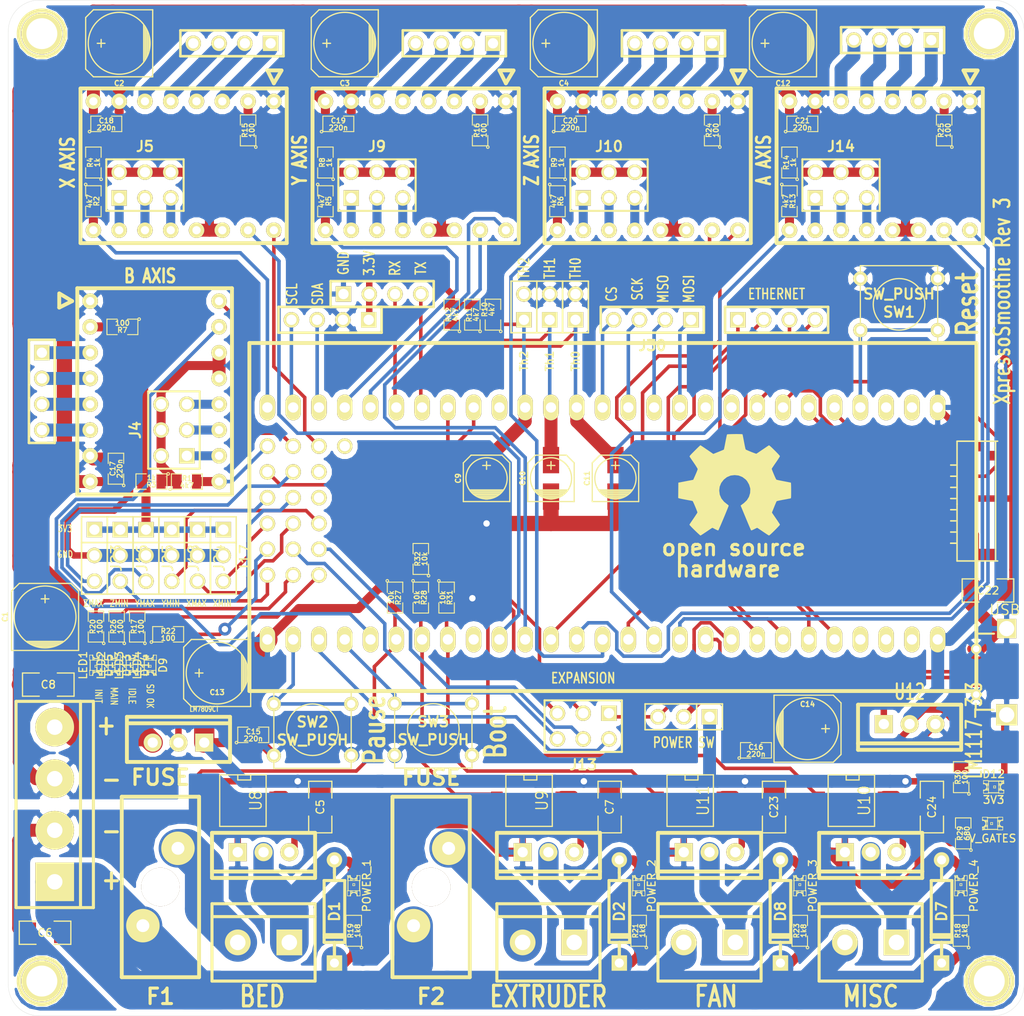
<source format=kicad_pcb>
(kicad_pcb (version 20170922) (host pcbnew "(2017-10-12 revision e0b9a2141)-master")
  (title_block (title XpressoSmoothie))
  (layers (0 F.Cu signal) (31 B.Cu signal) (34 B.Paste user hide) (35 F.Paste user hide) (36 B.SilkS user hide) (37 F.SilkS user) (38 B.Mask user) (39 F.Mask user) (44 Edge.Cuts user))
  (title_block (title XpressoSmoothie))
  (layers (0 F.Cu signal) (31 B.Cu signal) (34 B.Paste user hide) (35 F.Paste user hide) (36 B.SilkS user hide) (37 F.SilkS user) (38 B.Mask user) (39 F.Mask user) (44 Edge.Cuts user))
  (net 0 "")
  (net 1 *32_RD-)
  (net 2 *33_RD+)
  (net 3 *34_TD-)
  (net 4 *35_TD+)
  (net 5 *Bootloader)
  (net 6 *CS)
  (net 7 *CS0)
  (net 8 *LED1)
  (net 9 *LED2)
  (net 10 *LED3)
  (net 11 *LED4)
  (net 12 *MISO)
  (net 13 *MISO0)
  (net 14 *MOSI)
  (net 15 *MOSI0)
  (net 16 *PLAY/PAUSE)
  (net 17 *PLAY_LED)
  (net 18 *RESET)
  (net 19 *RX)
  (net 20 *SCK)
  (net 21 *SCK0)
  (net 22 *SCL0)
  (net 23 *SDA0)
  (net 24 *THERM0)
  (net 25 *THERM1)
  (net 26 *THERM2)
  (net 27 *TX)
  (net 28 *USB-D+)
  (net 29 *USB-D-)
  (net 30 *USB_SOFT_CONNECT)
  (net 31 +3.3VP)
  (net 32 +5V)
  (net 33 /THERM3)
  (net 34 A-DIR)
  (net 35 A-EN)
  (net 36 A-STEP)
  (net 37 B-DIR)
  (net 38 B-EN)
  (net 39 B-STEP)
  (net 40 BUZZ)
  (net 41 CLICK)
  (net 42 ENC_A)
  (net 43 ENC_B)
  (net 44 GND)
  (net 45 GNDPWR)
  (net 46 N-000001)
  (net 47 N-00000109)
  (net 48 N-00000110)
  (net 49 N-00000111)
  (net 50 N-00000112)
  (net 51 N-00000113)
  (net 52 N-00000114)
  (net 53 N-00000120)
  (net 54 N-00000124)
  (net 55 N-00000125)
  (net 56 N-00000126)
  (net 57 N-00000127)
  (net 58 N-00000128)
  (net 59 N-00000129)
  (net 60 N-00000130)
  (net 61 N-00000131)
  (net 62 N-00000132)
  (net 63 N-00000133)
  (net 64 N-00000134)
  (net 65 N-00000135)
  (net 66 N-00000136)
  (net 67 N-00000141)
  (net 68 N-00000142)
  (net 69 N-00000143)
  (net 70 N-00000144)
  (net 71 N-00000145)
  (net 72 N-00000146)
  (net 73 N-00000147)
  (net 74 N-00000148)
  (net 75 N-00000149)
  (net 76 N-0000015)
  (net 77 N-00000150)
  (net 78 N-00000151)
  (net 79 N-00000152)
  (net 80 N-00000153)
  (net 81 N-00000154)
  (net 82 N-0000017)
  (net 83 N-0000018)
  (net 84 N-0000019)
  (net 85 N-000002)
  (net 86 N-0000020)
  (net 87 N-0000021)
  (net 88 N-0000022)
  (net 89 N-0000023)
  (net 90 N-0000024)
  (net 91 N-0000025)
  (net 92 N-0000026)
  (net 93 N-0000027)
  (net 94 N-0000028)
  (net 95 N-0000029)
  (net 96 N-000003)
  (net 97 N-0000030)
  (net 98 N-0000031)
  (net 99 N-0000033)
  (net 100 N-0000034)
  (net 101 N-0000035)
  (net 102 N-0000036)
  (net 103 N-0000037)
  (net 104 N-0000038)
  (net 105 N-0000039)
  (net 106 N-000004)
  (net 107 N-0000040)
  (net 108 N-0000042)
  (net 109 N-0000043)
  (net 110 N-0000044)
  (net 111 N-0000045)
  (net 112 N-0000046)
  (net 113 N-0000047)
  (net 114 N-0000048)
  (net 115 N-000005)
  (net 116 N-0000050)
  (net 117 N-0000052)
  (net 118 N-0000054)
  (net 119 N-0000059)
  (net 120 N-000006)
  (net 121 N-0000065)
  (net 122 N-0000067)
  (net 123 N-000007)
  (net 124 N-0000072)
  (net 125 N-0000077)
  (net 126 N-0000078)
  (net 127 N-0000079)
  (net 128 N-0000085)
  (net 129 N-0000090)
  (net 130 PANEL_KILL)
  (net 131 POWER1)
  (net 132 POWER2)
  (net 133 POWER3)
  (net 134 POWER4)
  (net 135 PS-ON)
  (net 136 SD_card_detect)
  (net 137 Vgates)
  (net 138 Vin_Hi_curr)
  (net 139 Vin_rmot)
  (net 140 X-DIR)
  (net 141 X-EN)
  (net 142 X-STEP)
  (net 143 XMAX)
  (net 144 XMIN)
  (net 145 Y-DIR)
  (net 146 Y-EN)
  (net 147 Y-STEP)
  (net 148 YMAX)
  (net 149 YMIN)
  (net 150 Z-DIR)
  (net 151 Z-EN)
  (net 152 Z-STEP)
  (net 153 ZMAX)
  (net 154 ZMIN)
  (module LPCXPRESS0_1769 (layer F.Cu) (at 167.005 87.63 180)
    (fp_text reference J6 hide)
    (fp_text value LPCXPRESSO_1769_HEADER hide)
    (pad 119 thru_hole circle (at 62.23 -10.16) (size 1.524 1.524) (drill 1.016) (layers *.Cu *.Mask F.SilkS) (net 30 *USB_SOFT_CONNECT))
    (pad 115 thru_hole circle (at 64.77 -12.7) (size 1.524 1.524) (drill 1.016) (layers *.Cu *.Mask F.SilkS) (net 17 *PLAY_LED))
    (pad 109 thru_hole circle (at 64.77 -17.78) (size 1.524 1.524) (drill 1.016) (layers *.Cu *.Mask F.SilkS) (net 149 YMIN))
    (pad 112 thru_hole circle (at 64.77 -15.24) (size 1.524 1.524) (drill 1.016) (layers *.Cu *.Mask F.SilkS) (net 129 N-0000090))
    (pad 106 thru_hole circle (at 64.77 -20.32) (size 1.524 1.524) (drill 1.016) (layers *.Cu *.Mask F.SilkS) (net 43 ENC_B))
    (pad 118 thru_hole circle (at 64.77 -10.16) (size 1.524 1.524) (drill 1.016) (layers *.Cu *.Mask F.SilkS) (net 140 X-DIR))
    (pad 103 thru_hole circle (at 64.77 -22.86) (size 1.524 1.524) (drill 1.016) (layers *.Cu *.Mask F.SilkS) (net 10 *LED3))
    (pad 102 thru_hole circle (at 67.31 -22.86) (size 1.524 1.524) (drill 1.016) (layers *.Cu *.Mask F.SilkS) (net 9 *LED2))
    (pad 117 thru_hole circle (at 67.31 -10.16) (size 1.524 1.524) (drill 1.016) (layers *.Cu *.Mask F.SilkS) (net 37 B-DIR))
    (pad 105 thru_hole circle (at 67.31 -20.32) (size 1.524 1.524) (drill 1.016) (layers *.Cu *.Mask F.SilkS) (net 42 ENC_A))
    (pad 111 thru_hole circle (at 67.31 -15.24) (size 1.524 1.524) (drill 1.016) (layers *.Cu *.Mask F.SilkS) (net 154 ZMIN))
    (pad 108 thru_hole circle (at 67.31 -17.78) (size 1.524 1.524) (drill 1.016) (layers *.Cu *.Mask F.SilkS) (net 143 XMAX))
    (pad 114 thru_hole circle (at 67.31 -12.7) (size 1.524 1.524) (drill 1.016) (layers *.Cu *.Mask F.SilkS) (net 148 YMAX))
    (pad 113 thru_hole circle (at 69.85 -12.7) (size 1.524 1.524) (drill 1.016) (layers *.Cu *.Mask F.SilkS) (net 134 POWER4))
    (pad 107 thru_hole circle (at 69.85 -17.78) (size 1.524 1.524) (drill 1.016) (layers *.Cu *.Mask F.SilkS) (net 144 XMIN))
    (pad 110 thru_hole circle (at 69.85 -15.24) (size 1.524 1.524) (drill 1.016) (layers *.Cu *.Mask F.SilkS) (net 153 ZMAX))
    (pad 104 thru_hole circle (at 69.85 -20.32) (size 1.524 1.524) (drill 1.016) (layers *.Cu *.Mask F.SilkS) (net 11 *LED4))
    (pad 116 thru_hole circle (at 69.85 -10.16) (size 1.524 1.524) (drill 1.016) (layers *.Cu *.Mask F.SilkS) (net 38 B-EN))
    (pad 101 thru_hole circle (at 69.85 -22.86) (size 1.524 1.524) (drill 1.016) (layers *.Cu *.Mask F.SilkS) (net 8 *LED1))
    (pad 30 thru_hole oval (at 8.89 -29.21 270) (size 2.54 1.524) (drill 1.016) (layers *.Cu *.Mask F.SilkS) (net 71 N-00000145))
    (pad 28 thru_hole oval (at 3.81 -29.21 270) (size 2.54 1.524) (drill 1.016) (layers *.Cu *.Mask F.SilkS) (net 31 +3.3VP))
    (pad 29 thru_hole oval (at 6.35 -29.21 270) (size 2.54 1.524) (drill 1.016) (layers *.Cu *.Mask F.SilkS) (net 72 N-00000146))
    (pad 31 thru_hole oval (at 11.43 -29.21 270) (size 2.54 1.524) (drill 1.016) (layers *.Cu *.Mask F.SilkS) (net 70 N-00000144))
    (pad 32 thru_hole oval (at 13.97 -29.21 270) (size 2.54 1.524) (drill 1.016) (layers *.Cu *.Mask F.SilkS) (net 1 *32_RD-))
    (pad 33 thru_hole oval (at 16.51 -29.21 270) (size 2.54 1.524) (drill 1.016) (layers *.Cu *.Mask F.SilkS) (net 2 *33_RD+))
    (pad 36 thru_hole oval (at 24.13 -29.21 270) (size 2.54 1.524) (drill 1.016) (layers *.Cu *.Mask F.SilkS) (net 29 *USB-D-))
    (pad 35 thru_hole oval (at 21.59 -29.21 270) (size 2.54 1.524) (drill 1.016) (layers *.Cu *.Mask F.SilkS) (net 4 *35_TD+))
    (pad 34 thru_hole oval (at 19.05 -29.21 270) (size 2.54 1.524) (drill 1.016) (layers *.Cu *.Mask F.SilkS) (net 3 *34_TD-))
    (pad 37 thru_hole oval (at 26.67 -29.21 270) (size 2.54 1.524) (drill 1.016) (layers *.Cu *.Mask F.SilkS) (net 28 *USB-D+))
    (pad 38 thru_hole oval (at 29.21 -29.21 270) (size 2.54 1.524) (drill 1.016) (layers *.Cu *.Mask F.SilkS) (net 34 A-DIR))
    (pad 39 thru_hole oval (at 31.75 -29.21 270) (size 2.54 1.524) (drill 1.016) (layers *.Cu *.Mask F.SilkS) (net 35 A-EN))
    (pad 45 thru_hole oval (at 46.99 -29.21 270) (size 2.54 1.524) (drill 1.016) (layers *.Cu *.Mask F.SilkS) (net 142 X-STEP))
    (pad 44 thru_hole oval (at 44.45 -29.21 270) (size 2.54 1.524) (drill 1.016) (layers *.Cu *.Mask F.SilkS) (net 147 Y-STEP))
    (pad 43 thru_hole oval (at 41.91 -29.21 270) (size 2.54 1.524) (drill 1.016) (layers *.Cu *.Mask F.SilkS) (net 152 Z-STEP))
    (pad 40 thru_hole oval (at 34.29 -29.21 270) (size 2.54 1.524) (drill 1.016) (layers *.Cu *.Mask F.SilkS) (net 150 Z-DIR))
    (pad 41 thru_hole oval (at 36.83 -29.21 270) (size 2.54 1.524) (drill 1.016) (layers *.Cu *.Mask F.SilkS) (net 151 Z-EN))
    (pad 42 thru_hole oval (at 39.37 -29.21 270) (size 2.54 1.524) (drill 1.016) (layers *.Cu *.Mask F.SilkS) (net 36 A-STEP))
    (pad 46 thru_hole oval (at 49.53 -29.21 270) (size 2.54 1.524) (drill 1.016) (layers *.Cu *.Mask F.SilkS) (net 135 PS-ON))
    (pad 47 thru_hole oval (at 52.07 -29.21 270) (size 2.54 1.524) (drill 1.016) (layers *.Cu *.Mask F.SilkS) (net 133 POWER3))
    (pad 48 thru_hole oval (at 54.61 -29.21 270) (size 2.54 1.524) (drill 1.016) (layers *.Cu *.Mask F.SilkS) (net 132 POWER2))
    (pad 49 thru_hole oval (at 57.15 -29.21 270) (size 2.54 1.524) (drill 1.016) (layers *.Cu *.Mask F.SilkS) (net 131 POWER1))
    (pad 54 thru_hole oval (at 69.85 -29.21 270) (size 2.54 1.524) (drill 1.016) (layers *.Cu *.Mask F.SilkS) (net 44 GND))
    (pad 53 thru_hole oval (at 67.31 -29.21 270) (size 2.54 1.524) (drill 1.016) (layers *.Cu *.Mask F.SilkS) (net 16 *PLAY/PAUSE))
    (pad 52 thru_hole oval (at 64.77 -29.21 270) (size 2.54 1.524) (drill 1.016) (layers *.Cu *.Mask F.SilkS) (net 130 PANEL_KILL))
    (pad 51 thru_hole oval (at 62.23 -29.21 270) (size 2.54 1.524) (drill 1.016) (layers *.Cu *.Mask F.SilkS) (net 5 *Bootloader))
    (pad 50 thru_hole oval (at 59.69 -29.21 270) (size 2.54 1.524) (drill 1.016) (layers *.Cu *.Mask F.SilkS) (net 39 B-STEP))
    (pad 23 thru_hole oval (at 59.69 -6.35 270) (size 2.54 1.524) (drill 1.016) (layers *.Cu *.Mask F.SilkS) (net 145 Y-DIR))
    (pad 24 thru_hole oval (at 62.23 -6.35 270) (size 2.54 1.524) (drill 1.016) (layers *.Cu *.Mask F.SilkS) (net 146 Y-EN))
    (pad 25 thru_hole oval (at 64.77 -6.35 270) (size 2.54 1.524) (drill 1.016) (layers *.Cu *.Mask F.SilkS) (net 23 *SDA0))
    (pad 26 thru_hole oval (at 67.31 -6.35 270) (size 2.54 1.524) (drill 1.016) (layers *.Cu *.Mask F.SilkS) (net 22 *SCL0))
    (pad 27 thru_hole oval (at 69.85 -6.35 270) (size 2.54 1.524) (drill 1.016) (layers *.Cu *.Mask F.SilkS) (net 141 X-EN))
    (pad 22 thru_hole oval (at 57.15 -6.35 270) (size 2.54 1.524) (drill 1.016) (layers *.Cu *.Mask F.SilkS) (net 27 *TX))
    (pad 21 thru_hole oval (at 54.61 -6.35 270) (size 2.54 1.524) (drill 1.016) (layers *.Cu *.Mask F.SilkS) (net 19 *RX))
    (pad 20 thru_hole oval (at 52.07 -6.35 270) (size 2.54 1.524) (drill 1.016) (layers *.Cu *.Mask F.SilkS) (net 40 BUZZ))
    (pad 19 thru_hole oval (at 49.53 -6.35 270) (size 2.54 1.524) (drill 1.016) (layers *.Cu *.Mask F.SilkS) (net 41 CLICK))
    (pad 15 thru_hole oval (at 39.37 -6.35 270) (size 2.54 1.524) (drill 1.016) (layers *.Cu *.Mask F.SilkS) (net 24 *THERM0))
    (pad 14 thru_hole oval (at 36.83 -6.35 270) (size 2.54 1.524) (drill 1.016) (layers *.Cu *.Mask F.SilkS) (net 7 *CS0))
    (pad 13 thru_hole oval (at 34.29 -6.35 270) (size 2.54 1.524) (drill 1.016) (layers *.Cu *.Mask F.SilkS) (net 21 *SCK0))
    (pad 16 thru_hole oval (at 41.91 -6.35 270) (size 2.54 1.524) (drill 1.016) (layers *.Cu *.Mask F.SilkS) (net 25 *THERM1))
    (pad 17 thru_hole oval (at 44.45 -6.35 270) (size 2.54 1.524) (drill 1.016) (layers *.Cu *.Mask F.SilkS) (net 26 *THERM2))
    (pad 18 thru_hole oval (at 46.99 -6.35 270) (size 2.54 1.524) (drill 1.016) (layers *.Cu *.Mask F.SilkS) (net 33 /THERM3))
    (pad 12 thru_hole oval (at 31.75 -6.35 270) (size 2.54 1.524) (drill 1.016) (layers *.Cu *.Mask F.SilkS) (net 13 *MISO0))
    (pad 11 thru_hole oval (at 29.21 -6.35 270) (size 2.54 1.524) (drill 1.016) (layers *.Cu *.Mask F.SilkS) (net 15 *MOSI0))
    (pad 10 thru_hole oval (at 26.67 -6.35 270) (size 2.54 1.524) (drill 1.016) (layers *.Cu *.Mask F.SilkS) (net 121 N-0000065))
    (pad 7 thru_hole oval (at 19.05 -6.35 270) (size 2.54 1.524) (drill 1.016) (layers *.Cu *.Mask F.SilkS) (net 20 *SCK))
    (pad 8 thru_hole oval (at 21.59 -6.35 270) (size 2.54 1.524) (drill 1.016) (layers *.Cu *.Mask F.SilkS) (net 6 *CS))
    (pad 9 thru_hole oval (at 24.13 -6.35 270) (size 2.54 1.524) (drill 1.016) (layers *.Cu *.Mask F.SilkS) (net 119 N-0000059))
    (pad 6 thru_hole oval (at 16.51 -6.35 270) (size 2.54 1.524) (drill 1.016) (layers *.Cu *.Mask F.SilkS) (net 12 *MISO))
    (pad 5 thru_hole oval (at 13.97 -6.35 270) (size 2.54 1.524) (drill 1.016) (layers *.Cu *.Mask F.SilkS) (net 14 *MOSI))
    (pad 4 thru_hole oval (at 11.43 -6.35 270) (size 2.54 1.524) (drill 1.016) (layers *.Cu *.Mask F.SilkS) (net 18 *RESET))
    (pad 2 thru_hole oval (at 6.35 -6.35 270) (size 2.54 1.524) (drill 1.016) (layers *.Cu *.Mask F.SilkS) (net 122 N-0000067))
    (pad 1 thru_hole oval (at 3.81 -6.35 270) (size 2.54 1.524) (drill 1.016) (layers *.Cu *.Mask F.SilkS) (net 44 GND))
    (pad 3 thru_hole oval (at 8.89 -6.35 270) (size 2.54 1.524) (drill 1.016) (layers *.Cu *.Mask F.SilkS) (net 67 N-00000141))
  )
  (module TO220_VERT_C (layer F.Cu) (at 96.774 137.795 270)
    (fp_text reference Q1 hide)
    (fp_text value "IRLB 8743" hide)
    (pad G thru_hole circle (at 0 -2.54 270) (size 1.778 1.778) (drill 1.016) (layers *.Cu *.Mask F.SilkS) (net 97 N-0000030))
    (pad D thru_hole circle (at 0 0 270) (size 1.778 1.778) (drill 1.016) (layers *.Cu *.Mask F.SilkS) (net 95 N-0000029))
    (pad S thru_hole rect (at 0 2.54 270) (size 1.778 1.778) (drill 1.016) (layers *.Cu *.Mask F.SilkS) (net 45 GNDPWR))
  )
  (module TO220_VERT_C (layer F.Cu) (at 124.841 137.795 270)
    (fp_text reference Q2 hide)
    (fp_text value "IRLB 8743" hide)
    (pad G thru_hole circle (at 0 -2.54 270) (size 1.778 1.778) (drill 1.016) (layers *.Cu *.Mask F.SilkS) (net 92 N-0000026))
    (pad D thru_hole circle (at 0 0 270) (size 1.778 1.778) (drill 1.016) (layers *.Cu *.Mask F.SilkS) (net 91 N-0000025))
    (pad S thru_hole rect (at 0 2.54 270) (size 1.778 1.778) (drill 1.016) (layers *.Cu *.Mask F.SilkS) (net 45 GNDPWR))
  )
  (module TO220_VERT_C (layer F.Cu) (at 140.716 137.795 270)
    (fp_text reference Q3 hide)
    (fp_text value "IRLB 8743" hide)
    (pad G thru_hole circle (at 0 -2.54 270) (size 1.778 1.778) (drill 1.016) (layers *.Cu *.Mask F.SilkS) (net 51 N-00000113))
    (pad D thru_hole circle (at 0 0 270) (size 1.778 1.778) (drill 1.016) (layers *.Cu *.Mask F.SilkS) (net 50 N-00000112))
    (pad S thru_hole rect (at 0 2.54 270) (size 1.778 1.778) (drill 1.016) (layers *.Cu *.Mask F.SilkS) (net 45 GNDPWR))
  )
  (module TO220_VERT_C (layer F.Cu) (at 156.591 137.795 270)
    (fp_text reference Q4 hide)
    (fp_text value "IRLB 8743" hide)
    (pad G thru_hole circle (at 0 -2.54 270) (size 1.778 1.778) (drill 1.016) (layers *.Cu *.Mask F.SilkS) (net 48 N-00000110))
    (pad D thru_hole circle (at 0 0 270) (size 1.778 1.778) (drill 1.016) (layers *.Cu *.Mask F.SilkS) (net 47 N-00000109))
    (pad S thru_hole rect (at 0 2.54 270) (size 1.778 1.778) (drill 1.016) (layers *.Cu *.Mask F.SilkS) (net 45 GNDPWR))
  )
  (module SW_PUSH_SMALL (layer F.Cu) (at 159.385 83.82 180)
    (fp_text reference SW1 (at 0 -0.762 180) (layer F.SilkS) (effects (font (size 1.016 1.016) (thickness 0.2032))))
    (fp_text value SW_PUSH (at 0 1.016 180) (layer F.SilkS) (effects (font (size 1.016 1.016) (thickness 0.2032))))
    (pad 1 thru_hole circle (at 3.81 -2.54 180) (size 1.397 1.397) (drill 0.8128) (layers *.Cu *.Mask F.SilkS) (net 18 *RESET))
    (pad 2 thru_hole circle (at 3.81 2.54 180) (size 1.397 1.397) (drill 0.8128) (layers *.Cu *.Mask F.SilkS) (net 44 GND))
    (pad 1 thru_hole circle (at -3.81 -2.54 180) (size 1.397 1.397) (drill 0.8128) (layers *.Cu *.Mask F.SilkS) (net 18 *RESET))
    (pad 2 thru_hole circle (at -3.81 2.54 180) (size 1.397 1.397) (drill 0.8128) (layers *.Cu *.Mask F.SilkS) (net 44 GND))
  )
  (module SW_PUSH_SMALL (layer F.Cu) (at 101.6 125.73)
    (fp_text reference SW2 (at 0 -0.762) (layer F.SilkS) (effects (font (size 1.016 1.016) (thickness 0.2032))))
    (fp_text value SW_PUSH (at 0 1.016) (layer F.SilkS) (effects (font (size 1.016 1.016) (thickness 0.2032))))
    (pad 1 thru_hole circle (at 3.81 -2.54) (size 1.397 1.397) (drill 0.8128) (layers *.Cu *.Mask F.SilkS) (net 16 *PLAY/PAUSE))
    (pad 2 thru_hole circle (at 3.81 2.54) (size 1.397 1.397) (drill 0.8128) (layers *.Cu *.Mask F.SilkS) (net 44 GND))
    (pad 1 thru_hole circle (at -3.81 -2.54) (size 1.397 1.397) (drill 0.8128) (layers *.Cu *.Mask F.SilkS) (net 16 *PLAY/PAUSE))
    (pad 2 thru_hole circle (at -3.81 2.54) (size 1.397 1.397) (drill 0.8128) (layers *.Cu *.Mask F.SilkS) (net 44 GND))
  )
  (module SM0805 (layer F.Cu) (at 148.59 73.66 270)
    (fp_text reference R13 (at 0 -0.3175 270) (layer F.SilkS) (effects (font (size 0.50038 0.50038) (thickness 0.10922))))
    (fp_text value 4k7 (at 0 0.381 270) (layer F.SilkS) (effects (font (size 0.50038 0.50038) (thickness 0.10922))))
    (pad 1 smd rect (at -0.9525 0 270) (size 0.889 1.397) (layers F.Cu F.Paste F.Mask) (net 76 N-0000015))
    (pad 2 smd rect (at 0.9525 0 270) (size 0.889 1.397) (layers F.Cu F.Paste F.Mask) (net 35 A-EN))
  )
  (module SM0805 (layer F.Cu) (at 119.38 84.836 90)
    (fp_text reference R10 (at 0.508 -0.8255 90) (layer F.SilkS) (effects (font (size 0.50038 0.50038) (thickness 0.10922))))
    (fp_text value 4k7 (at 0.508 -0.127 90) (layer F.SilkS) (effects (font (size 0.50038 0.50038) (thickness 0.10922))))
    (pad 1 smd rect (at -0.9525 0 90) (size 0.889 1.397) (layers F.Cu F.Paste F.Mask) (net 26 *THERM2))
    (pad 2 smd rect (at 0.9525 0 90) (size 0.889 1.397) (layers F.Cu F.Paste F.Mask) (net 31 +3.3VP))
  )
  (module SM0805 (layer F.Cu) (at 117.348 84.836 90)
    (fp_text reference R11 (at 0 -0.3175 90) (layer F.SilkS) (effects (font (size 0.50038 0.50038) (thickness 0.10922))))
    (fp_text value 4k7 (at 0 0.381 90) (layer F.SilkS) (effects (font (size 0.50038 0.50038) (thickness 0.10922))))
    (pad 1 smd rect (at -0.9525 0 90) (size 0.889 1.397) (layers F.Cu F.Paste F.Mask) (net 25 *THERM1))
    (pad 2 smd rect (at 0.9525 0 90) (size 0.889 1.397) (layers F.Cu F.Paste F.Mask) (net 31 +3.3VP))
  )
  (module SM0805 (layer F.Cu) (at 89.2175 101.2825)
    (fp_text reference R1 (at 0 -0.3175) (layer F.SilkS) (effects (font (size 0.50038 0.50038) (thickness 0.10922))))
    (fp_text value 4k7 (at 0 0.381) (layer F.SilkS) (effects (font (size 0.50038 0.50038) (thickness 0.10922))))
    (pad 1 smd rect (at -0.9525 0) (size 0.889 1.397) (layers F.Cu F.Paste F.Mask) (net 61 N-00000131))
    (pad 2 smd rect (at 0.9525 0) (size 0.889 1.397) (layers F.Cu F.Paste F.Mask) (net 38 B-EN))
  )
  (module SM0805 (layer F.Cu) (at 115.316 84.836 90)
    (fp_text reference R12 (at 0 -0.3175 90) (layer F.SilkS) (effects (font (size 0.50038 0.50038) (thickness 0.10922))))
    (fp_text value 4k7 (at 0 0.381 90) (layer F.SilkS) (effects (font (size 0.50038 0.50038) (thickness 0.10922))))
    (pad 1 smd rect (at -0.9525 0 90) (size 0.889 1.397) (layers F.Cu F.Paste F.Mask) (net 24 *THERM0))
    (pad 2 smd rect (at 0.9525 0 90) (size 0.889 1.397) (layers F.Cu F.Paste F.Mask) (net 31 +3.3VP))
  )
  (module SM0805 (layer F.Cu) (at 149.86 66.04)
    (fp_text reference C21 (at 0 -0.3175) (layer F.SilkS) (effects (font (size 0.50038 0.50038) (thickness 0.10922))))
    (fp_text value 220n (at 0 0.381) (layer F.SilkS) (effects (font (size 0.50038 0.50038) (thickness 0.10922))))
    (pad 1 smd rect (at -0.9525 0) (size 0.889 1.397) (layers F.Cu F.Paste F.Mask) (net 139 Vin_rmot))
    (pad 2 smd rect (at 0.9525 0) (size 0.889 1.397) (layers F.Cu F.Paste F.Mask) (net 44 GND))
  )
  (module SM0805 (layer F.Cu) (at 149.606 145.542 90)
    (fp_text reference R23 (at 0 -0.3175 90) (layer F.SilkS) (effects (font (size 0.50038 0.50038) (thickness 0.10922))))
    (fp_text value 1k8 (at 0 0.381 90) (layer F.SilkS) (effects (font (size 0.50038 0.50038) (thickness 0.10922))))
    (pad 1 smd rect (at -0.9525 0 90) (size 0.889 1.397) (layers F.Cu F.Paste F.Mask) (net 138 Vin_Hi_curr))
    (pad 2 smd rect (at 0.9525 0 90) (size 0.889 1.397) (layers F.Cu F.Paste F.Mask) (net 52 N-00000114))
  )
  (module SM0805 (layer F.Cu) (at 85.725 101.2825 180)
    (fp_text reference R3 (at 0 -0.3175 180) (layer F.SilkS) (effects (font (size 0.50038 0.50038) (thickness 0.10922))))
    (fp_text value 1k (at 0 0.381 180) (layer F.SilkS) (effects (font (size 0.50038 0.50038) (thickness 0.10922))))
    (pad 1 smd rect (at -0.9525 0 180) (size 0.889 1.397) (layers F.Cu F.Paste F.Mask) (net 61 N-00000131))
    (pad 2 smd rect (at 0.9525 0 180) (size 0.889 1.397) (layers F.Cu F.Paste F.Mask) (net 31 +3.3VP))
  )
  (module SM0805 (layer F.Cu) (at 127 66.04)
    (fp_text reference C20 (at 0 -0.3175) (layer F.SilkS) (effects (font (size 0.50038 0.50038) (thickness 0.10922))))
    (fp_text value 220n (at 0 0.381) (layer F.SilkS) (effects (font (size 0.50038 0.50038) (thickness 0.10922))))
    (pad 1 smd rect (at -0.9525 0) (size 0.889 1.397) (layers F.Cu F.Paste F.Mask) (net 139 Vin_rmot))
    (pad 2 smd rect (at 0.9525 0) (size 0.889 1.397) (layers F.Cu F.Paste F.Mask) (net 44 GND))
  )
  (module SM0805 (layer F.Cu) (at 133.731 145.542 90)
    (fp_text reference R21 (at 0 -0.3175 90) (layer F.SilkS) (effects (font (size 0.50038 0.50038) (thickness 0.10922))))
    (fp_text value 1k8 (at 0 0.381 90) (layer F.SilkS) (effects (font (size 0.50038 0.50038) (thickness 0.10922))))
    (pad 1 smd rect (at -0.9525 0 90) (size 0.889 1.397) (layers F.Cu F.Paste F.Mask) (net 138 Vin_Hi_curr))
    (pad 2 smd rect (at 0.9525 0 90) (size 0.889 1.397) (layers F.Cu F.Paste F.Mask) (net 93 N-0000027))
  )
  (module SM0805 (layer F.Cu) (at 105.664 145.542 90)
    (fp_text reference R19 (at 0 -0.3175 90) (layer F.SilkS) (effects (font (size 0.50038 0.50038) (thickness 0.10922))))
    (fp_text value 1k8 (at 0 0.381 90) (layer F.SilkS) (effects (font (size 0.50038 0.50038) (thickness 0.10922))))
    (pad 1 smd rect (at -0.9525 0 90) (size 0.889 1.397) (layers F.Cu F.Paste F.Mask) (net 138 Vin_Hi_curr))
    (pad 2 smd rect (at 0.9525 0 90) (size 0.889 1.397) (layers F.Cu F.Paste F.Mask) (net 98 N-0000031))
  )
  (module SM0805 (layer F.Cu) (at 125.73 73.66 270)
    (fp_text reference R6 (at 0 -0.3175 270) (layer F.SilkS) (effects (font (size 0.50038 0.50038) (thickness 0.10922))))
    (fp_text value 4k7 (at 0 0.381 270) (layer F.SilkS) (effects (font (size 0.50038 0.50038) (thickness 0.10922))))
    (pad 1 smd rect (at -0.9525 0 270) (size 0.889 1.397) (layers F.Cu F.Paste F.Mask) (net 82 N-0000017))
    (pad 2 smd rect (at 0.9525 0 270) (size 0.889 1.397) (layers F.Cu F.Paste F.Mask) (net 151 Z-EN))
  )
  (module SM0805 (layer F.Cu) (at 125.73 69.85 90)
    (fp_text reference R9 (at 0 -0.3175 90) (layer F.SilkS) (effects (font (size 0.50038 0.50038) (thickness 0.10922))))
    (fp_text value 1k (at 0 0.381 90) (layer F.SilkS) (effects (font (size 0.50038 0.50038) (thickness 0.10922))))
    (pad 1 smd rect (at -0.9525 0 90) (size 0.889 1.397) (layers F.Cu F.Paste F.Mask) (net 82 N-0000017))
    (pad 2 smd rect (at 0.9525 0 90) (size 0.889 1.397) (layers F.Cu F.Paste F.Mask) (net 31 +3.3VP))
  )
  (module SM0805 (layer F.Cu) (at 81.28 66.04)
    (fp_text reference C18 (at 0 -0.3175) (layer F.SilkS) (effects (font (size 0.50038 0.50038) (thickness 0.10922))))
    (fp_text value 220n (at 0 0.381) (layer F.SilkS) (effects (font (size 0.50038 0.50038) (thickness 0.10922))))
    (pad 1 smd rect (at -0.9525 0) (size 0.889 1.397) (layers F.Cu F.Paste F.Mask) (net 139 Vin_rmot))
    (pad 2 smd rect (at 0.9525 0) (size 0.889 1.397) (layers F.Cu F.Paste F.Mask) (net 44 GND))
  )
  (module SM0805 (layer F.Cu) (at 148.59 69.85 90)
    (fp_text reference R14 (at 0 -0.3175 90) (layer F.SilkS) (effects (font (size 0.50038 0.50038) (thickness 0.10922))))
    (fp_text value 1k (at 0 0.381 90) (layer F.SilkS) (effects (font (size 0.50038 0.50038) (thickness 0.10922))))
    (pad 1 smd rect (at -0.9525 0 90) (size 0.889 1.397) (layers F.Cu F.Paste F.Mask) (net 76 N-0000015))
    (pad 2 smd rect (at 0.9525 0 90) (size 0.889 1.397) (layers F.Cu F.Paste F.Mask) (net 31 +3.3VP))
  )
  (module SM0805 (layer F.Cu) (at 102.87 69.85 90)
    (fp_text reference R8 (at 0 -0.3175 90) (layer F.SilkS) (effects (font (size 0.50038 0.50038) (thickness 0.10922))))
    (fp_text value 1k (at 0 0.381 90) (layer F.SilkS) (effects (font (size 0.50038 0.50038) (thickness 0.10922))))
    (pad 1 smd rect (at -0.9525 0 90) (size 0.889 1.397) (layers F.Cu F.Paste F.Mask) (net 107 N-0000040))
    (pad 2 smd rect (at 0.9525 0 90) (size 0.889 1.397) (layers F.Cu F.Paste F.Mask) (net 31 +3.3VP))
  )
  (module SM0805 (layer F.Cu) (at 165.481 145.542 90)
    (fp_text reference R18 (at 0 -0.3175 90) (layer F.SilkS) (effects (font (size 0.50038 0.50038) (thickness 0.10922))))
    (fp_text value 1k8 (at 0 0.381 90) (layer F.SilkS) (effects (font (size 0.50038 0.50038) (thickness 0.10922))))
    (pad 1 smd rect (at -0.9525 0 90) (size 0.889 1.397) (layers F.Cu F.Paste F.Mask) (net 138 Vin_Hi_curr))
    (pad 2 smd rect (at 0.9525 0 90) (size 0.889 1.397) (layers F.Cu F.Paste F.Mask) (net 49 N-00000111))
  )
  (module SM0805 (layer F.Cu) (at 145.288 127.762)
    (fp_text reference C16 (at 0 -0.3175) (layer F.SilkS) (effects (font (size 0.50038 0.50038) (thickness 0.10922))))
    (fp_text value 220n (at 0 0.381) (layer F.SilkS) (effects (font (size 0.50038 0.50038) (thickness 0.10922))))
    (pad 1 smd rect (at -0.9525 0) (size 0.889 1.397) (layers F.Cu F.Paste F.Mask) (net 31 +3.3VP))
    (pad 2 smd rect (at 0.9525 0) (size 0.889 1.397) (layers F.Cu F.Paste F.Mask) (net 44 GND))
  )
  (module SM0805 (layer F.Cu) (at 95.758 126.238)
    (fp_text reference C15 (at 0 -0.3175) (layer F.SilkS) (effects (font (size 0.50038 0.50038) (thickness 0.10922))))
    (fp_text value 220n (at 0 0.381) (layer F.SilkS) (effects (font (size 0.50038 0.50038) (thickness 0.10922))))
    (pad 1 smd rect (at -0.9525 0) (size 0.889 1.397) (layers F.Cu F.Paste F.Mask) (net 137 Vgates))
    (pad 2 smd rect (at 0.9525 0) (size 0.889 1.397) (layers F.Cu F.Paste F.Mask) (net 44 GND))
  )
  (module SM0805 (layer F.Cu) (at 80.01 73.66 270)
    (fp_text reference R2 (at 0 -0.3175 270) (layer F.SilkS) (effects (font (size 0.50038 0.50038) (thickness 0.10922))))
    (fp_text value 4k7 (at 0 0.381 270) (layer F.SilkS) (effects (font (size 0.50038 0.50038) (thickness 0.10922))))
    (pad 1 smd rect (at -0.9525 0 270) (size 0.889 1.397) (layers F.Cu F.Paste F.Mask) (net 94 N-0000028))
    (pad 2 smd rect (at 0.9525 0 270) (size 0.889 1.397) (layers F.Cu F.Paste F.Mask) (net 141 X-EN))
  )
  (module SM0805 (layer F.Cu) (at 102.87 73.66 270)
    (fp_text reference R5 (at 0 -0.3175 270) (layer F.SilkS) (effects (font (size 0.50038 0.50038) (thickness 0.10922))))
    (fp_text value 4k7 (at 0 0.381 270) (layer F.SilkS) (effects (font (size 0.50038 0.50038) (thickness 0.10922))))
    (pad 1 smd rect (at -0.9525 0 270) (size 0.889 1.397) (layers F.Cu F.Paste F.Mask) (net 107 N-0000040))
    (pad 2 smd rect (at 0.9525 0 270) (size 0.889 1.397) (layers F.Cu F.Paste F.Mask) (net 146 Y-EN))
  )
  (module SM0805 (layer F.Cu) (at 82.2325 100.0125 90)
    (fp_text reference C17 (at 0 -0.3175 90) (layer F.SilkS) (effects (font (size 0.50038 0.50038) (thickness 0.10922))))
    (fp_text value 220n (at 0 0.381 90) (layer F.SilkS) (effects (font (size 0.50038 0.50038) (thickness 0.10922))))
    (pad 1 smd rect (at -0.9525 0 90) (size 0.889 1.397) (layers F.Cu F.Paste F.Mask) (net 139 Vin_rmot))
    (pad 2 smd rect (at 0.9525 0 90) (size 0.889 1.397) (layers F.Cu F.Paste F.Mask) (net 44 GND))
  )
  (module SM0805 (layer F.Cu) (at 104.14 66.04)
    (fp_text reference C19 (at 0 -0.3175) (layer F.SilkS) (effects (font (size 0.50038 0.50038) (thickness 0.10922))))
    (fp_text value 220n (at 0 0.381) (layer F.SilkS) (effects (font (size 0.50038 0.50038) (thickness 0.10922))))
    (pad 1 smd rect (at -0.9525 0) (size 0.889 1.397) (layers F.Cu F.Paste F.Mask) (net 139 Vin_rmot))
    (pad 2 smd rect (at 0.9525 0) (size 0.889 1.397) (layers F.Cu F.Paste F.Mask) (net 44 GND))
  )
  (module SM0805 (layer F.Cu) (at 80.01 69.85 90)
    (fp_text reference R4 (at 0 -0.3175 90) (layer F.SilkS) (effects (font (size 0.50038 0.50038) (thickness 0.10922))))
    (fp_text value 1k (at 0 0.381 90) (layer F.SilkS) (effects (font (size 0.50038 0.50038) (thickness 0.10922))))
    (pad 1 smd rect (at -0.9525 0 90) (size 0.889 1.397) (layers F.Cu F.Paste F.Mask) (net 94 N-0000028))
    (pad 2 smd rect (at 0.9525 0 90) (size 0.889 1.397) (layers F.Cu F.Paste F.Mask) (net 31 +3.3VP))
  )
  (module POLOLU (layer F.Cu) (at 88.9 63.8175 180)
    (fp_text reference U2 hide)
    (fp_text value POLOLU_A4988 hide)
    (pad 1 thru_hole circle (at -8.89 0 180) (size 1.524 1.524) (drill 0.8128) (layers *.Cu *.Mask F.SilkS) (net 44 GND))
    (pad 2 thru_hole circle (at -6.35 0 180) (size 1.524 1.524) (drill 0.8128) (layers *.Cu *.Mask F.SilkS) (net 62 N-00000132))
    (pad 3 thru_hole circle (at -3.81 0 180) (size 1.524 1.524) (drill 0.8128) (layers *.Cu *.Mask F.SilkS) (net 111 N-0000045))
    (pad 4 thru_hole circle (at -1.27 0 180) (size 1.524 1.524) (drill 0.8128) (layers *.Cu *.Mask F.SilkS) (net 112 N-0000046))
    (pad 5 thru_hole circle (at 1.27 0 180) (size 1.524 1.524) (drill 0.8128) (layers *.Cu *.Mask F.SilkS) (net 113 N-0000047))
    (pad 6 thru_hole circle (at 3.81 0 180) (size 1.524 1.524) (drill 0.8128) (layers *.Cu *.Mask F.SilkS) (net 110 N-0000044))
    (pad 7 thru_hole circle (at 6.35 0 180) (size 1.524 1.524) (drill 0.8128) (layers *.Cu *.Mask F.SilkS) (net 44 GND))
    (pad 8 thru_hole circle (at 8.89 0 180) (size 1.524 1.524) (drill 0.8128) (layers *.Cu *.Mask F.SilkS) (net 139 Vin_rmot))
    (pad 9 thru_hole circle (at 8.89 -12.7 180) (size 1.524 1.524) (drill 0.8128) (layers *.Cu *.Mask F.SilkS) (net 141 X-EN))
    (pad 10 thru_hole circle (at 6.35 -12.7 180) (size 1.524 1.524) (drill 0.8128) (layers *.Cu *.Mask F.SilkS) (net 109 N-0000043))
    (pad 11 thru_hole circle (at 3.81 -12.7 180) (size 1.524 1.524) (drill 0.8128) (layers *.Cu *.Mask F.SilkS) (net 114 N-0000048))
    (pad 12 thru_hole circle (at 1.27 -12.7 180) (size 1.524 1.524) (drill 0.8128) (layers *.Cu *.Mask F.SilkS) (net 108 N-0000042))
    (pad 13 thru_hole circle (at -1.27 -12.7 180) (size 1.524 1.524) (drill 0.8128) (layers *.Cu *.Mask F.SilkS) (net 94 N-0000028))
    (pad 14 thru_hole circle (at -3.81 -12.7 180) (size 1.524 1.524) (drill 0.8128) (layers *.Cu *.Mask F.SilkS) (net 94 N-0000028))
    (pad 15 thru_hole circle (at -6.35 -12.7 180) (size 1.524 1.524) (drill 0.8128) (layers *.Cu *.Mask F.SilkS) (net 142 X-STEP))
    (pad 16 thru_hole circle (at -8.89 -12.7 180) (size 1.524 1.524) (drill 0.8128) (layers *.Cu *.Mask F.SilkS) (net 140 X-DIR))
  )
  (module POLOLU (layer F.Cu) (at 134.62 63.8175 180)
    (fp_text reference U4 hide)
    (fp_text value POLOLU_A4988 hide)
    (pad 1 thru_hole circle (at -8.89 0 180) (size 1.524 1.524) (drill 0.8128) (layers *.Cu *.Mask F.SilkS) (net 44 GND))
    (pad 2 thru_hole circle (at -6.35 0 180) (size 1.524 1.524) (drill 0.8128) (layers *.Cu *.Mask F.SilkS) (net 64 N-00000134))
    (pad 3 thru_hole circle (at -3.81 0 180) (size 1.524 1.524) (drill 0.8128) (layers *.Cu *.Mask F.SilkS) (net 106 N-000004))
    (pad 4 thru_hole circle (at -1.27 0 180) (size 1.524 1.524) (drill 0.8128) (layers *.Cu *.Mask F.SilkS) (net 115 N-000005))
    (pad 5 thru_hole circle (at 1.27 0 180) (size 1.524 1.524) (drill 0.8128) (layers *.Cu *.Mask F.SilkS) (net 120 N-000006))
    (pad 6 thru_hole circle (at 3.81 0 180) (size 1.524 1.524) (drill 0.8128) (layers *.Cu *.Mask F.SilkS) (net 96 N-000003))
    (pad 7 thru_hole circle (at 6.35 0 180) (size 1.524 1.524) (drill 0.8128) (layers *.Cu *.Mask F.SilkS) (net 44 GND))
    (pad 8 thru_hole circle (at 8.89 0 180) (size 1.524 1.524) (drill 0.8128) (layers *.Cu *.Mask F.SilkS) (net 139 Vin_rmot))
    (pad 9 thru_hole circle (at 8.89 -12.7 180) (size 1.524 1.524) (drill 0.8128) (layers *.Cu *.Mask F.SilkS) (net 151 Z-EN))
    (pad 10 thru_hole circle (at 6.35 -12.7 180) (size 1.524 1.524) (drill 0.8128) (layers *.Cu *.Mask F.SilkS) (net 85 N-000002))
    (pad 11 thru_hole circle (at 3.81 -12.7 180) (size 1.524 1.524) (drill 0.8128) (layers *.Cu *.Mask F.SilkS) (net 123 N-000007))
    (pad 12 thru_hole circle (at 1.27 -12.7 180) (size 1.524 1.524) (drill 0.8128) (layers *.Cu *.Mask F.SilkS) (net 46 N-000001))
    (pad 13 thru_hole circle (at -1.27 -12.7 180) (size 1.524 1.524) (drill 0.8128) (layers *.Cu *.Mask F.SilkS) (net 82 N-0000017))
    (pad 14 thru_hole circle (at -3.81 -12.7 180) (size 1.524 1.524) (drill 0.8128) (layers *.Cu *.Mask F.SilkS) (net 82 N-0000017))
    (pad 15 thru_hole circle (at -6.35 -12.7 180) (size 1.524 1.524) (drill 0.8128) (layers *.Cu *.Mask F.SilkS) (net 152 Z-STEP))
    (pad 16 thru_hole circle (at -8.89 -12.7 180) (size 1.524 1.524) (drill 0.8128) (layers *.Cu *.Mask F.SilkS) (net 150 Z-DIR))
  )
  (module POLOLU (layer F.Cu) (at 157.48 63.8175 180)
    (fp_text reference U5 hide)
    (fp_text value POLOLU_A4988 hide)
    (pad 1 thru_hole circle (at -8.89 0 180) (size 1.524 1.524) (drill 0.8128) (layers *.Cu *.Mask F.SilkS) (net 44 GND))
    (pad 2 thru_hole circle (at -6.35 0 180) (size 1.524 1.524) (drill 0.8128) (layers *.Cu *.Mask F.SilkS) (net 65 N-00000135))
    (pad 3 thru_hole circle (at -3.81 0 180) (size 1.524 1.524) (drill 0.8128) (layers *.Cu *.Mask F.SilkS) (net 87 N-0000021))
    (pad 4 thru_hole circle (at -1.27 0 180) (size 1.524 1.524) (drill 0.8128) (layers *.Cu *.Mask F.SilkS) (net 88 N-0000022))
    (pad 5 thru_hole circle (at 1.27 0 180) (size 1.524 1.524) (drill 0.8128) (layers *.Cu *.Mask F.SilkS) (net 89 N-0000023))
    (pad 6 thru_hole circle (at 3.81 0 180) (size 1.524 1.524) (drill 0.8128) (layers *.Cu *.Mask F.SilkS) (net 86 N-0000020))
    (pad 7 thru_hole circle (at 6.35 0 180) (size 1.524 1.524) (drill 0.8128) (layers *.Cu *.Mask F.SilkS) (net 44 GND))
    (pad 8 thru_hole circle (at 8.89 0 180) (size 1.524 1.524) (drill 0.8128) (layers *.Cu *.Mask F.SilkS) (net 139 Vin_rmot))
    (pad 9 thru_hole circle (at 8.89 -12.7 180) (size 1.524 1.524) (drill 0.8128) (layers *.Cu *.Mask F.SilkS) (net 35 A-EN))
    (pad 10 thru_hole circle (at 6.35 -12.7 180) (size 1.524 1.524) (drill 0.8128) (layers *.Cu *.Mask F.SilkS) (net 84 N-0000019))
    (pad 11 thru_hole circle (at 3.81 -12.7 180) (size 1.524 1.524) (drill 0.8128) (layers *.Cu *.Mask F.SilkS) (net 90 N-0000024))
    (pad 12 thru_hole circle (at 1.27 -12.7 180) (size 1.524 1.524) (drill 0.8128) (layers *.Cu *.Mask F.SilkS) (net 83 N-0000018))
    (pad 13 thru_hole circle (at -1.27 -12.7 180) (size 1.524 1.524) (drill 0.8128) (layers *.Cu *.Mask F.SilkS) (net 76 N-0000015))
    (pad 14 thru_hole circle (at -3.81 -12.7 180) (size 1.524 1.524) (drill 0.8128) (layers *.Cu *.Mask F.SilkS) (net 76 N-0000015))
    (pad 15 thru_hole circle (at -6.35 -12.7 180) (size 1.524 1.524) (drill 0.8128) (layers *.Cu *.Mask F.SilkS) (net 36 A-STEP))
    (pad 16 thru_hole circle (at -8.89 -12.7 180) (size 1.524 1.524) (drill 0.8128) (layers *.Cu *.Mask F.SilkS) (net 34 A-DIR))
  )
  (module POLOLU (layer F.Cu) (at 79.6925 92.3925 270)
    (fp_text reference U1 hide)
    (fp_text value POLOLU_A4988 hide)
    (pad 1 thru_hole circle (at -8.89 0 270) (size 1.524 1.524) (drill 0.8128) (layers *.Cu *.Mask F.SilkS) (net 44 GND))
    (pad 2 thru_hole circle (at -6.35 0 270) (size 1.524 1.524) (drill 0.8128) (layers *.Cu *.Mask F.SilkS) (net 66 N-00000136))
    (pad 3 thru_hole circle (at -3.81 0 270) (size 1.524 1.524) (drill 0.8128) (layers *.Cu *.Mask F.SilkS) (net 57 N-00000127))
    (pad 4 thru_hole circle (at -1.27 0 270) (size 1.524 1.524) (drill 0.8128) (layers *.Cu *.Mask F.SilkS) (net 58 N-00000128))
    (pad 5 thru_hole circle (at 1.27 0 270) (size 1.524 1.524) (drill 0.8128) (layers *.Cu *.Mask F.SilkS) (net 59 N-00000129))
    (pad 6 thru_hole circle (at 3.81 0 270) (size 1.524 1.524) (drill 0.8128) (layers *.Cu *.Mask F.SilkS) (net 56 N-00000126))
    (pad 7 thru_hole circle (at 6.35 0 270) (size 1.524 1.524) (drill 0.8128) (layers *.Cu *.Mask F.SilkS) (net 44 GND))
    (pad 8 thru_hole circle (at 8.89 0 270) (size 1.524 1.524) (drill 0.8128) (layers *.Cu *.Mask F.SilkS) (net 139 Vin_rmot))
    (pad 9 thru_hole circle (at 8.89 -12.7 270) (size 1.524 1.524) (drill 0.8128) (layers *.Cu *.Mask F.SilkS) (net 38 B-EN))
    (pad 10 thru_hole circle (at 6.35 -12.7 270) (size 1.524 1.524) (drill 0.8128) (layers *.Cu *.Mask F.SilkS) (net 55 N-00000125))
    (pad 11 thru_hole circle (at 3.81 -12.7 270) (size 1.524 1.524) (drill 0.8128) (layers *.Cu *.Mask F.SilkS) (net 60 N-00000130))
    (pad 12 thru_hole circle (at 1.27 -12.7 270) (size 1.524 1.524) (drill 0.8128) (layers *.Cu *.Mask F.SilkS) (net 54 N-00000124))
    (pad 13 thru_hole circle (at -1.27 -12.7 270) (size 1.524 1.524) (drill 0.8128) (layers *.Cu *.Mask F.SilkS) (net 61 N-00000131))
    (pad 14 thru_hole circle (at -3.81 -12.7 270) (size 1.524 1.524) (drill 0.8128) (layers *.Cu *.Mask F.SilkS) (net 61 N-00000131))
    (pad 15 thru_hole circle (at -6.35 -12.7 270) (size 1.524 1.524) (drill 0.8128) (layers *.Cu *.Mask F.SilkS) (net 39 B-STEP))
    (pad 16 thru_hole circle (at -8.89 -12.7 270) (size 1.524 1.524) (drill 0.8128) (layers *.Cu *.Mask F.SilkS) (net 37 B-DIR))
  )
  (module POLOLU (layer F.Cu) (at 111.76 63.8175 180)
    (fp_text reference U3 hide)
    (fp_text value POLOLU_A4988 hide)
    (pad 1 thru_hole circle (at -8.89 0 180) (size 1.524 1.524) (drill 0.8128) (layers *.Cu *.Mask F.SilkS) (net 44 GND))
    (pad 2 thru_hole circle (at -6.35 0 180) (size 1.524 1.524) (drill 0.8128) (layers *.Cu *.Mask F.SilkS) (net 63 N-00000133))
    (pad 3 thru_hole circle (at -3.81 0 180) (size 1.524 1.524) (drill 0.8128) (layers *.Cu *.Mask F.SilkS) (net 102 N-0000036))
    (pad 4 thru_hole circle (at -1.27 0 180) (size 1.524 1.524) (drill 0.8128) (layers *.Cu *.Mask F.SilkS) (net 103 N-0000037))
    (pad 5 thru_hole circle (at 1.27 0 180) (size 1.524 1.524) (drill 0.8128) (layers *.Cu *.Mask F.SilkS) (net 104 N-0000038))
    (pad 6 thru_hole circle (at 3.81 0 180) (size 1.524 1.524) (drill 0.8128) (layers *.Cu *.Mask F.SilkS) (net 101 N-0000035))
    (pad 7 thru_hole circle (at 6.35 0 180) (size 1.524 1.524) (drill 0.8128) (layers *.Cu *.Mask F.SilkS) (net 44 GND))
    (pad 8 thru_hole circle (at 8.89 0 180) (size 1.524 1.524) (drill 0.8128) (layers *.Cu *.Mask F.SilkS) (net 139 Vin_rmot))
    (pad 9 thru_hole circle (at 8.89 -12.7 180) (size 1.524 1.524) (drill 0.8128) (layers *.Cu *.Mask F.SilkS) (net 146 Y-EN))
    (pad 10 thru_hole circle (at 6.35 -12.7 180) (size 1.524 1.524) (drill 0.8128) (layers *.Cu *.Mask F.SilkS) (net 100 N-0000034))
    (pad 11 thru_hole circle (at 3.81 -12.7 180) (size 1.524 1.524) (drill 0.8128) (layers *.Cu *.Mask F.SilkS) (net 105 N-0000039))
    (pad 12 thru_hole circle (at 1.27 -12.7 180) (size 1.524 1.524) (drill 0.8128) (layers *.Cu *.Mask F.SilkS) (net 99 N-0000033))
    (pad 13 thru_hole circle (at -1.27 -12.7 180) (size 1.524 1.524) (drill 0.8128) (layers *.Cu *.Mask F.SilkS) (net 107 N-0000040))
    (pad 14 thru_hole circle (at -3.81 -12.7 180) (size 1.524 1.524) (drill 0.8128) (layers *.Cu *.Mask F.SilkS) (net 107 N-0000040))
    (pad 15 thru_hole circle (at -6.35 -12.7 180) (size 1.524 1.524) (drill 0.8128) (layers *.Cu *.Mask F.SilkS) (net 147 Y-STEP))
    (pad 16 thru_hole circle (at -8.89 -12.7 180) (size 1.524 1.524) (drill 0.8128) (layers *.Cu *.Mask F.SilkS) (net 145 Y-DIR))
  )
  (module PIN_ARRAY_4x1 (layer F.Cu) (at 158.75 57.785 180)
    (fp_text reference J12 hide)
    (fp_text value HEADER_4 hide)
    (pad 1 thru_hole rect (at -3.81 0 180) (size 1.524 1.524) (drill 1.016) (layers *.Cu *.Mask F.SilkS) (net 87 N-0000021))
    (pad 2 thru_hole circle (at -1.27 0 180) (size 1.524 1.524) (drill 1.016) (layers *.Cu *.Mask F.SilkS) (net 88 N-0000022))
    (pad 3 thru_hole circle (at 1.27 0 180) (size 1.524 1.524) (drill 1.016) (layers *.Cu *.Mask F.SilkS) (net 89 N-0000023))
    (pad 4 thru_hole circle (at 3.81 0 180) (size 1.524 1.524) (drill 1.016) (layers *.Cu *.Mask F.SilkS) (net 86 N-0000020))
  )
  (module PIN_ARRAY_4x1 (layer F.Cu) (at 74.93 92.3925 270)
    (fp_text reference J1 hide)
    (fp_text value HEADER_4 hide)
    (pad 1 thru_hole rect (at -3.81 0 270) (size 1.524 1.524) (drill 1.016) (layers *.Cu *.Mask F.SilkS) (net 57 N-00000127))
    (pad 2 thru_hole circle (at -1.27 0 270) (size 1.524 1.524) (drill 1.016) (layers *.Cu *.Mask F.SilkS) (net 58 N-00000128))
    (pad 3 thru_hole circle (at 1.27 0 270) (size 1.524 1.524) (drill 1.016) (layers *.Cu *.Mask F.SilkS) (net 59 N-00000129))
    (pad 4 thru_hole circle (at 3.81 0 270) (size 1.524 1.524) (drill 1.016) (layers *.Cu *.Mask F.SilkS) (net 56 N-00000126))
  )
  (module PIN_ARRAY_4x1 (layer F.Cu) (at 115.57 58.1025 180)
    (fp_text reference J7 hide)
    (fp_text value HEADER_4 hide)
    (pad 1 thru_hole rect (at -3.81 0 180) (size 1.524 1.524) (drill 1.016) (layers *.Cu *.Mask F.SilkS) (net 102 N-0000036))
    (pad 2 thru_hole circle (at -1.27 0 180) (size 1.524 1.524) (drill 1.016) (layers *.Cu *.Mask F.SilkS) (net 103 N-0000037))
    (pad 3 thru_hole circle (at 1.27 0 180) (size 1.524 1.524) (drill 1.016) (layers *.Cu *.Mask F.SilkS) (net 104 N-0000038))
    (pad 4 thru_hole circle (at 3.81 0 180) (size 1.524 1.524) (drill 1.016) (layers *.Cu *.Mask F.SilkS) (net 101 N-0000035))
  )
  (module PIN_ARRAY_4x1 (layer F.Cu) (at 103.3272 85.344 180)
    (fp_text reference J15 hide)
    (fp_text value HEADER_4 hide)
    (pad 1 thru_hole rect (at -3.81 0 180) (size 1.524 1.524) (drill 1.016) (layers *.Cu *.Mask F.SilkS) (net 31 +3.3VP))
    (pad 2 thru_hole circle (at -1.27 0 180) (size 1.524 1.524) (drill 1.016) (layers *.Cu *.Mask F.SilkS) (net 44 GND))
    (pad 3 thru_hole circle (at 1.27 0 180) (size 1.524 1.524) (drill 1.016) (layers *.Cu *.Mask F.SilkS) (net 23 *SDA0))
    (pad 4 thru_hole circle (at 3.81 0 180) (size 1.524 1.524) (drill 1.016) (layers *.Cu *.Mask F.SilkS) (net 22 *SCL0))
  )
  (module PIN_ARRAY_4x1 (layer F.Cu) (at 137.16 58.1025 180)
    (fp_text reference J8 hide)
    (fp_text value HEADER_4 hide)
    (pad 1 thru_hole rect (at -3.81 0 180) (size 1.524 1.524) (drill 1.016) (layers *.Cu *.Mask F.SilkS) (net 106 N-000004))
    (pad 2 thru_hole circle (at -1.27 0 180) (size 1.524 1.524) (drill 1.016) (layers *.Cu *.Mask F.SilkS) (net 115 N-000005))
    (pad 3 thru_hole circle (at 1.27 0 180) (size 1.524 1.524) (drill 1.016) (layers *.Cu *.Mask F.SilkS) (net 120 N-000006))
    (pad 4 thru_hole circle (at 3.81 0 180) (size 1.524 1.524) (drill 1.016) (layers *.Cu *.Mask F.SilkS) (net 96 N-000003))
  )
  (module PIN_ARRAY_4x1 (layer F.Cu) (at 93.6625 58.1025 180)
    (fp_text reference J2 hide)
    (fp_text value HEADER_4 hide)
    (pad 1 thru_hole rect (at -3.81 0 180) (size 1.524 1.524) (drill 1.016) (layers *.Cu *.Mask F.SilkS) (net 111 N-0000045))
    (pad 2 thru_hole circle (at -1.27 0 180) (size 1.524 1.524) (drill 1.016) (layers *.Cu *.Mask F.SilkS) (net 112 N-0000046))
    (pad 3 thru_hole circle (at 1.27 0 180) (size 1.524 1.524) (drill 1.016) (layers *.Cu *.Mask F.SilkS) (net 113 N-0000047))
    (pad 4 thru_hole circle (at 3.81 0 180) (size 1.524 1.524) (drill 1.016) (layers *.Cu *.Mask F.SilkS) (net 110 N-0000044))
  )
  (module pin_array_3x2 (layer F.Cu) (at 107.95 72.0725)
    (fp_text reference J9 (at 0 -3.81) (layer F.SilkS) (effects (font (size 1.016 1.016) (thickness 0.2032))))
    (fp_text value HEADER_3X2 hide)
    (pad 1 thru_hole rect (at -2.54 1.27) (size 1.524 1.524) (drill 1.016) (layers *.Cu *.Mask F.SilkS) (net 100 N-0000034))
    (pad 2 thru_hole circle (at -2.54 -1.27) (size 1.524 1.524) (drill 1.016) (layers *.Cu *.Mask F.SilkS) (net 107 N-0000040))
    (pad 3 thru_hole circle (at 0 1.27) (size 1.524 1.524) (drill 1.016) (layers *.Cu *.Mask F.SilkS) (net 105 N-0000039))
    (pad 4 thru_hole circle (at 0 -1.27) (size 1.524 1.524) (drill 1.016) (layers *.Cu *.Mask F.SilkS) (net 107 N-0000040))
    (pad 5 thru_hole circle (at 2.54 1.27) (size 1.524 1.524) (drill 1.016) (layers *.Cu *.Mask F.SilkS) (net 99 N-0000033))
    (pad 6 thru_hole circle (at 2.54 -1.27) (size 1.524 1.524) (drill 1.016) (layers *.Cu *.Mask F.SilkS) (net 107 N-0000040))
  )
  (module pin_array_3x2 (layer F.Cu) (at 85.09 72.0725)
    (fp_text reference J5 (at 0 -3.81) (layer F.SilkS) (effects (font (size 1.016 1.016) (thickness 0.2032))))
    (fp_text value HEADER_3X2 hide)
    (pad 1 thru_hole rect (at -2.54 1.27) (size 1.524 1.524) (drill 1.016) (layers *.Cu *.Mask F.SilkS) (net 109 N-0000043))
    (pad 2 thru_hole circle (at -2.54 -1.27) (size 1.524 1.524) (drill 1.016) (layers *.Cu *.Mask F.SilkS) (net 94 N-0000028))
    (pad 3 thru_hole circle (at 0 1.27) (size 1.524 1.524) (drill 1.016) (layers *.Cu *.Mask F.SilkS) (net 114 N-0000048))
    (pad 4 thru_hole circle (at 0 -1.27) (size 1.524 1.524) (drill 1.016) (layers *.Cu *.Mask F.SilkS) (net 94 N-0000028))
    (pad 5 thru_hole circle (at 2.54 1.27) (size 1.524 1.524) (drill 1.016) (layers *.Cu *.Mask F.SilkS) (net 108 N-0000042))
    (pad 6 thru_hole circle (at 2.54 -1.27) (size 1.524 1.524) (drill 1.016) (layers *.Cu *.Mask F.SilkS) (net 94 N-0000028))
  )
  (module pin_array_3x2 (layer F.Cu) (at 130.81 72.0725)
    (fp_text reference J10 (at 0 -3.81) (layer F.SilkS) (effects (font (size 1.016 1.016) (thickness 0.2032))))
    (fp_text value HEADER_3X2 hide)
    (pad 1 thru_hole rect (at -2.54 1.27) (size 1.524 1.524) (drill 1.016) (layers *.Cu *.Mask F.SilkS) (net 85 N-000002))
    (pad 2 thru_hole circle (at -2.54 -1.27) (size 1.524 1.524) (drill 1.016) (layers *.Cu *.Mask F.SilkS) (net 82 N-0000017))
    (pad 3 thru_hole circle (at 0 1.27) (size 1.524 1.524) (drill 1.016) (layers *.Cu *.Mask F.SilkS) (net 123 N-000007))
    (pad 4 thru_hole circle (at 0 -1.27) (size 1.524 1.524) (drill 1.016) (layers *.Cu *.Mask F.SilkS) (net 82 N-0000017))
    (pad 5 thru_hole circle (at 2.54 1.27) (size 1.524 1.524) (drill 1.016) (layers *.Cu *.Mask F.SilkS) (net 46 N-000001))
    (pad 6 thru_hole circle (at 2.54 -1.27) (size 1.524 1.524) (drill 1.016) (layers *.Cu *.Mask F.SilkS) (net 82 N-0000017))
  )
  (module pin_array_3x2 (layer F.Cu) (at 153.67 72.0725)
    (fp_text reference J14 (at 0 -3.81) (layer F.SilkS) (effects (font (size 1.016 1.016) (thickness 0.2032))))
    (fp_text value HEADER_3X2 hide)
    (pad 1 thru_hole rect (at -2.54 1.27) (size 1.524 1.524) (drill 1.016) (layers *.Cu *.Mask F.SilkS) (net 84 N-0000019))
    (pad 2 thru_hole circle (at -2.54 -1.27) (size 1.524 1.524) (drill 1.016) (layers *.Cu *.Mask F.SilkS) (net 76 N-0000015))
    (pad 3 thru_hole circle (at 0 1.27) (size 1.524 1.524) (drill 1.016) (layers *.Cu *.Mask F.SilkS) (net 90 N-0000024))
    (pad 4 thru_hole circle (at 0 -1.27) (size 1.524 1.524) (drill 1.016) (layers *.Cu *.Mask F.SilkS) (net 76 N-0000015))
    (pad 5 thru_hole circle (at 2.54 1.27) (size 1.524 1.524) (drill 1.016) (layers *.Cu *.Mask F.SilkS) (net 83 N-0000018))
    (pad 6 thru_hole circle (at 2.54 -1.27) (size 1.524 1.524) (drill 1.016) (layers *.Cu *.Mask F.SilkS) (net 76 N-0000015))
  )
  (module pin_array_3x2 (layer F.Cu) (at 87.9475 96.2025 90)
    (fp_text reference J4 (at 0 -3.81 90) (layer F.SilkS) (effects (font (size 1.016 1.016) (thickness 0.2032))))
    (fp_text value HEADER_3X2 hide)
    (pad 1 thru_hole rect (at -2.54 1.27 90) (size 1.524 1.524) (drill 1.016) (layers *.Cu *.Mask F.SilkS) (net 55 N-00000125))
    (pad 2 thru_hole circle (at -2.54 -1.27 90) (size 1.524 1.524) (drill 1.016) (layers *.Cu *.Mask F.SilkS) (net 61 N-00000131))
    (pad 3 thru_hole circle (at 0 1.27 90) (size 1.524 1.524) (drill 1.016) (layers *.Cu *.Mask F.SilkS) (net 60 N-00000130))
    (pad 4 thru_hole circle (at 0 -1.27 90) (size 1.524 1.524) (drill 1.016) (layers *.Cu *.Mask F.SilkS) (net 61 N-00000131))
    (pad 5 thru_hole circle (at 2.54 1.27 90) (size 1.524 1.524) (drill 1.016) (layers *.Cu *.Mask F.SilkS) (net 54 N-00000124))
    (pad 6 thru_hole circle (at 2.54 -1.27 90) (size 1.524 1.524) (drill 1.016) (layers *.Cu *.Mask F.SilkS) (net 61 N-00000131))
  )
  (module PIN_ARRAY_3X1 (layer F.Cu) (at 138.176 124.46 180)
    (fp_text reference J3 hide)
    (fp_text value HEADER_3 hide)
    (pad 1 thru_hole rect (at -2.54 0 180) (size 1.524 1.524) (drill 1.016) (layers *.Cu *.Mask F.SilkS) (net 137 Vgates))
    (pad 2 thru_hole circle (at 0 0 180) (size 1.524 1.524) (drill 1.016) (layers *.Cu *.Mask F.SilkS) (net 125 N-0000077))
    (pad 3 thru_hole circle (at 2.54 0 180) (size 1.524 1.524) (drill 1.016) (layers *.Cu *.Mask F.SilkS) (net 32 +5V))
  )
  (module LED-0805 (layer F.Cu) (at 165.481 141.097 90)
    (fp_text reference D6 hide)
    (fp_text value POWER_4 (at 0 1.27 90) (layer F.SilkS) (effects (font (size 0.762 0.762) (thickness 0.127))))
    (pad 1 smd rect (at -1.04902 0 90) (size 1.19888 1.19888) (layers F.Cu F.Paste F.Mask) (net 49 N-00000111))
    (pad 2 smd rect (at 1.04902 0 90) (size 1.19888 1.19888) (layers F.Cu F.Paste F.Mask) (net 47 N-00000109))
  )
  (module LED-0805 (layer F.Cu) (at 149.606 141.097 90)
    (fp_text reference D5 hide)
    (fp_text value POWER_3 (at 0 1.27 90) (layer F.SilkS) (effects (font (size 0.762 0.762) (thickness 0.127))))
    (pad 1 smd rect (at -1.04902 0 90) (size 1.19888 1.19888) (layers F.Cu F.Paste F.Mask) (net 52 N-00000114))
    (pad 2 smd rect (at 1.04902 0 90) (size 1.19888 1.19888) (layers F.Cu F.Paste F.Mask) (net 50 N-00000112))
  )
  (module LED-0805 (layer F.Cu) (at 105.664 141.097 90)
    (fp_text reference D3 hide)
    (fp_text value POWER_1 (at 0 1.27 90) (layer F.SilkS) (effects (font (size 0.762 0.762) (thickness 0.127))))
    (pad 1 smd rect (at -1.04902 0 90) (size 1.19888 1.19888) (layers F.Cu F.Paste F.Mask) (net 98 N-0000031))
    (pad 2 smd rect (at 1.04902 0 90) (size 1.19888 1.19888) (layers F.Cu F.Paste F.Mask) (net 95 N-0000029))
  )
  (module LED-0805 (layer F.Cu) (at 133.731 141.097 90)
    (fp_text reference D4 hide)
    (fp_text value POWER_2 (at 0 1.27 90) (layer F.SilkS) (effects (font (size 0.762 0.762) (thickness 0.127))))
    (pad 1 smd rect (at -1.04902 0 90) (size 1.19888 1.19888) (layers F.Cu F.Paste F.Mask) (net 93 N-0000027))
    (pad 2 smd rect (at 1.04902 0 90) (size 1.19888 1.19888) (layers F.Cu F.Paste F.Mask) (net 91 N-0000025))
  )
  (module c_elec_6.3x7.7 (layer F.Cu) (at 147.955 58.1025 180)
    (fp_text reference C12 (at 0 -3.937 180) (layer F.SilkS) (effects (font (size 0.50038 0.50038) (thickness 0.11938))))
    (fp_text value 100u hide)
    (pad 1 smd rect (at 2.75082 0 180) (size 3.59918 1.6002) (layers F.Cu F.Paste F.Mask) (net 139 Vin_rmot))
    (pad 2 smd rect (at -2.75082 0 180) (size 3.59918 1.6002) (layers F.Cu F.Paste F.Mask) (net 44 GND))
  )
  (module c_elec_6.3x7.7 (layer F.Cu) (at 82.55 58.1025 180)
    (fp_text reference C2 (at 0 -3.937 180) (layer F.SilkS) (effects (font (size 0.50038 0.50038) (thickness 0.11938))))
    (fp_text value 100u hide)
    (pad 1 smd rect (at 2.75082 0 180) (size 3.59918 1.6002) (layers F.Cu F.Paste F.Mask) (net 139 Vin_rmot))
    (pad 2 smd rect (at -2.75082 0 180) (size 3.59918 1.6002) (layers F.Cu F.Paste F.Mask) (net 44 GND))
  )
  (module c_elec_6.3x7.7 (layer F.Cu) (at 126.365 58.1025 180)
    (fp_text reference C4 (at 0 -3.937 180) (layer F.SilkS) (effects (font (size 0.50038 0.50038) (thickness 0.11938))))
    (fp_text value 100u hide)
    (pad 1 smd rect (at 2.75082 0 180) (size 3.59918 1.6002) (layers F.Cu F.Paste F.Mask) (net 139 Vin_rmot))
    (pad 2 smd rect (at -2.75082 0 180) (size 3.59918 1.6002) (layers F.Cu F.Paste F.Mask) (net 44 GND))
  )
  (module c_elec_6.3x7.7 (layer F.Cu) (at 104.775 58.1025 180)
    (fp_text reference C3 (at 0 -3.937 180) (layer F.SilkS) (effects (font (size 0.50038 0.50038) (thickness 0.11938))))
    (fp_text value 100u hide)
    (pad 1 smd rect (at 2.75082 0 180) (size 3.59918 1.6002) (layers F.Cu F.Paste F.Mask) (net 139 Vin_rmot))
    (pad 2 smd rect (at -2.75082 0 180) (size 3.59918 1.6002) (layers F.Cu F.Paste F.Mask) (net 44 GND))
  )
  (module c_elec_6.3x7.7 (layer F.Cu) (at 75.2475 114.6175 90)
    (fp_text reference C1 (at 0 -3.937 90) (layer F.SilkS) (effects (font (size 0.50038 0.50038) (thickness 0.11938))))
    (fp_text value 100u hide)
    (pad 1 smd rect (at 2.75082 0 90) (size 3.59918 1.6002) (layers F.Cu F.Paste F.Mask) (net 139 Vin_rmot))
    (pad 2 smd rect (at -2.75082 0 90) (size 3.59918 1.6002) (layers F.Cu F.Paste F.Mask) (net 44 GND))
  )
  (module c_elec_4x5.3 (layer F.Cu) (at 118.745 100.965 90)
    (fp_text reference C9 (at 0 -2.794 90) (layer F.SilkS) (effects (font (size 0.50038 0.50038) (thickness 0.11938))))
    (fp_text value 10u hide)
    (pad 1 smd rect (at 1.80086 0 90) (size 2.60096 1.6002) (layers F.Cu F.Paste F.Mask) (net 26 *THERM2))
    (pad 2 smd rect (at -1.80086 0 90) (size 2.60096 1.6002) (layers F.Cu F.Paste F.Mask) (net 44 GND))
  )
  (module c_elec_4x5.3 (layer F.Cu) (at 131.445 100.965 90)
    (fp_text reference C11 (at 0 -2.794 90) (layer F.SilkS) (effects (font (size 0.50038 0.50038) (thickness 0.11938))))
    (fp_text value 10u hide)
    (pad 1 smd rect (at 1.80086 0 90) (size 2.60096 1.6002) (layers F.Cu F.Paste F.Mask) (net 24 *THERM0))
    (pad 2 smd rect (at -1.80086 0 90) (size 2.60096 1.6002) (layers F.Cu F.Paste F.Mask) (net 44 GND))
  )
  (module c_elec_4x5.3 (layer F.Cu) (at 125.095 100.965 90)
    (fp_text reference C10 (at 0 -2.794 90) (layer F.SilkS) (effects (font (size 0.50038 0.50038) (thickness 0.11938))))
    (fp_text value 10u hide)
    (pad 1 smd rect (at 1.80086 0 90) (size 2.60096 1.6002) (layers F.Cu F.Paste F.Mask) (net 25 *THERM1))
    (pad 2 smd rect (at -1.80086 0 90) (size 2.60096 1.6002) (layers F.Cu F.Paste F.Mask) (net 44 GND))
  )
  (module bornier4 (layer F.Cu) (at 76.2 133.096 90)
    (fp_text reference J11 hide)
    (fp_text value Pwr_in hide)
    (pad 2 thru_hole circle (at -2.54 0 90) (size 3.81 3.81) (drill 1.524) (layers *.Cu *.Mask F.SilkS) (net 45 GNDPWR))
    (pad 3 thru_hole circle (at 2.54 0 90) (size 3.81 3.81) (drill 1.524) (layers *.Cu *.Mask F.SilkS) (net 44 GND))
    (pad 1 thru_hole rect (at -7.62 0 90) (size 3.81 3.81) (drill 1.524) (layers *.Cu *.Mask F.SilkS) (net 138 Vin_Hi_curr))
    (pad 4 thru_hole circle (at 7.62 0 90) (size 3.81 3.81) (drill 1.524) (layers *.Cu *.Mask F.SilkS) (net 139 Vin_rmot))
  )
  (module bornier2 (layer F.Cu) (at 156.591 146.685 180)
    (fp_text reference J22 hide)
    (fp_text value HEADER_2 hide)
    (pad 1 thru_hole rect (at -2.54 0 180) (size 2.54 2.54) (drill 1.524) (layers *.Cu *.Mask F.SilkS) (net 47 N-00000109))
    (pad 2 thru_hole circle (at 2.54 0 180) (size 2.54 2.54) (drill 1.524) (layers *.Cu *.Mask F.SilkS) (net 138 Vin_Hi_curr))
  )
  (module bornier2 (layer F.Cu) (at 96.774 146.685 180)
    (fp_text reference J19 hide)
    (fp_text value HEADER_2 hide)
    (pad 1 thru_hole rect (at -2.54 0 180) (size 2.54 2.54) (drill 1.524) (layers *.Cu *.Mask F.SilkS) (net 95 N-0000029))
    (pad 2 thru_hole circle (at 2.54 0 180) (size 2.54 2.54) (drill 1.524) (layers *.Cu *.Mask F.SilkS) (net 126 N-0000078))
  )
  (module bornier2 (layer F.Cu) (at 124.841 146.685 180)
    (fp_text reference J20 hide)
    (fp_text value HEADER_2 hide)
    (pad 1 thru_hole rect (at -2.54 0 180) (size 2.54 2.54) (drill 1.524) (layers *.Cu *.Mask F.SilkS) (net 91 N-0000025))
    (pad 2 thru_hole circle (at 2.54 0 180) (size 2.54 2.54) (drill 1.524) (layers *.Cu *.Mask F.SilkS) (net 127 N-0000079))
  )
  (module bornier2 (layer F.Cu) (at 140.716 146.685 180)
    (fp_text reference J21 hide)
    (fp_text value HEADER_2 hide)
    (pad 1 thru_hole rect (at -2.54 0 180) (size 2.54 2.54) (drill 1.524) (layers *.Cu *.Mask F.SilkS) (net 50 N-00000112))
    (pad 2 thru_hole circle (at 2.54 0 180) (size 2.54 2.54) (drill 1.524) (layers *.Cu *.Mask F.SilkS) (net 138 Vin_Hi_curr))
  )
  (module 1pin (layer F.Cu) (at 74.93 150.495)
    (fp_text reference Hole1 hide)
    (fp_text value CONN_1 hide)
    (pad 1 thru_hole circle (at 0 0) (size 4.064 4.064) (drill 3.048) (layers *.Cu *.Mask F.SilkS) (net 77 N-00000150))
  )
  (module 1pin (layer F.Cu) (at 74.93 57.15)
    (fp_text reference Hole2 hide)
    (fp_text value CONN_1 hide)
    (pad 1 thru_hole circle (at 0 0) (size 4.064 4.064) (drill 3.048) (layers *.Cu *.Mask F.SilkS) (net 75 N-00000149))
  )
  (module 1pin (layer F.Cu) (at 168.275 57.15)
    (fp_text reference Hole3 hide)
    (fp_text value CONN_1 hide)
    (pad 1 thru_hole circle (at 0 0) (size 4.064 4.064) (drill 3.048) (layers *.Cu *.Mask F.SilkS) (net 74 N-00000148))
  )
  (module 1pin (layer F.Cu) (at 168.275 150.495)
    (fp_text reference Hole4 hide)
    (fp_text value CONN_1 hide)
    (pad 1 thru_hole circle (at 0 0) (size 4.064 4.064) (drill 3.048) (layers *.Cu *.Mask F.SilkS) (net 73 N-00000147))
  )
  (module DO-41 (layer F.Cu) (at 147.701 143.637 270)
    (fp_text reference D8 (at 0 0 270) (layer F.SilkS) (effects (font (size 1.016 1.016) (thickness 0.2032))))
    (fp_text value 1N4007 hide)
    (pad 2 thru_hole rect (at 5.08 0 270) (size 1.524 1.524) (drill 0.889) (layers *.Cu *.Mask F.SilkS) (net 138 Vin_Hi_curr))
    (pad 1 thru_hole circle (at -5.08 0 270) (size 1.524 1.524) (drill 0.889) (layers *.Cu *.Mask F.SilkS) (net 50 N-00000112))
  )
  (module DO-41 (layer F.Cu) (at 163.576 143.637 270)
    (fp_text reference D7 (at 0 0 270) (layer F.SilkS) (effects (font (size 1.016 1.016) (thickness 0.2032))))
    (fp_text value 1N4007 hide)
    (pad 2 thru_hole rect (at 5.08 0 270) (size 1.524 1.524) (drill 0.889) (layers *.Cu *.Mask F.SilkS) (net 138 Vin_Hi_curr))
    (pad 1 thru_hole circle (at -5.08 0 270) (size 1.524 1.524) (drill 0.889) (layers *.Cu *.Mask F.SilkS) (net 47 N-00000109))
  )
  (module DO-41 (layer F.Cu) (at 131.826 143.637 270)
    (fp_text reference D2 (at 0 0 270) (layer F.SilkS) (effects (font (size 1.016 1.016) (thickness 0.2032))))
    (fp_text value 1N4007 hide)
    (pad 2 thru_hole rect (at 5.08 0 270) (size 1.524 1.524) (drill 0.889) (layers *.Cu *.Mask F.SilkS) (net 138 Vin_Hi_curr))
    (pad 1 thru_hole circle (at -5.08 0 270) (size 1.524 1.524) (drill 0.889) (layers *.Cu *.Mask F.SilkS) (net 91 N-0000025))
  )
  (module DO-41 (layer F.Cu) (at 103.759 143.637 270)
    (fp_text reference D1 (at 0 0 270) (layer F.SilkS) (effects (font (size 1.016 1.016) (thickness 0.2032))))
    (fp_text value 1N4007 hide)
    (pad 2 thru_hole rect (at 5.08 0 270) (size 1.524 1.524) (drill 0.889) (layers *.Cu *.Mask F.SilkS) (net 138 Vin_Hi_curr))
    (pad 1 thru_hole circle (at -5.08 0 270) (size 1.524 1.524) (drill 0.889) (layers *.Cu *.Mask F.SilkS) (net 95 N-0000029))
  )
  (module SM1206 (layer F.Cu) (at 75.2475 145.7325 180)
    (fp_text reference C6 (at 0 0 180) (layer F.SilkS) (effects (font (size 0.762 0.762) (thickness 0.127))))
    (fp_text value 1u/50v hide)
    (pad 1 smd rect (at -1.651 0 180) (size 1.524 2.032) (layers F.Cu F.Paste F.Mask) (net 138 Vin_Hi_curr))
    (pad 2 smd rect (at 1.651 0 180) (size 1.524 2.032) (layers F.Cu F.Paste F.Mask) (net 45 GNDPWR))
  )
  (module SM1206 (layer F.Cu) (at 75.565 121.285 180)
    (fp_text reference C8 (at 0 0 180) (layer F.SilkS) (effects (font (size 0.762 0.762) (thickness 0.127))))
    (fp_text value 1u/50v hide)
    (pad 1 smd rect (at -1.651 0 180) (size 1.524 2.032) (layers F.Cu F.Paste F.Mask) (net 139 Vin_rmot))
    (pad 2 smd rect (at 1.651 0 180) (size 1.524 2.032) (layers F.Cu F.Paste F.Mask) (net 44 GND))
  )
  (module SM0805 (layer F.Cu) (at 82.8675 86.0425 180)
    (fp_text reference R7 (at 0 -0.3175 180) (layer F.SilkS) (effects (font (size 0.50038 0.50038) (thickness 0.10922))))
    (fp_text value 100 (at 0 0.381 180) (layer F.SilkS) (effects (font (size 0.50038 0.50038) (thickness 0.10922))))
    (pad 1 smd rect (at -0.9525 0 180) (size 0.889 1.397) (layers F.Cu F.Paste F.Mask) (net 31 +3.3VP))
    (pad 2 smd rect (at 0.9525 0 180) (size 0.889 1.397) (layers F.Cu F.Paste F.Mask) (net 66 N-00000136))
  )
  (module SM0805 (layer F.Cu) (at 95.25 66.675 90)
    (fp_text reference R15 (at 0 -0.3175 90) (layer F.SilkS) (effects (font (size 0.50038 0.50038) (thickness 0.10922))))
    (fp_text value 100 (at 0 0.381 90) (layer F.SilkS) (effects (font (size 0.50038 0.50038) (thickness 0.10922))))
    (pad 1 smd rect (at -0.9525 0 90) (size 0.889 1.397) (layers F.Cu F.Paste F.Mask) (net 31 +3.3VP))
    (pad 2 smd rect (at 0.9525 0 90) (size 0.889 1.397) (layers F.Cu F.Paste F.Mask) (net 62 N-00000132))
  )
  (module SM0805 (layer F.Cu) (at 118.11 66.675 90)
    (fp_text reference R16 (at 0 -0.3175 90) (layer F.SilkS) (effects (font (size 0.50038 0.50038) (thickness 0.10922))))
    (fp_text value 100 (at 0 0.381 90) (layer F.SilkS) (effects (font (size 0.50038 0.50038) (thickness 0.10922))))
    (pad 1 smd rect (at -0.9525 0 90) (size 0.889 1.397) (layers F.Cu F.Paste F.Mask) (net 31 +3.3VP))
    (pad 2 smd rect (at 0.9525 0 90) (size 0.889 1.397) (layers F.Cu F.Paste F.Mask) (net 63 N-00000133))
  )
  (module SM0805 (layer F.Cu) (at 140.97 66.675 90)
    (fp_text reference R24 (at 0 -0.3175 90) (layer F.SilkS) (effects (font (size 0.50038 0.50038) (thickness 0.10922))))
    (fp_text value 100 (at 0 0.381 90) (layer F.SilkS) (effects (font (size 0.50038 0.50038) (thickness 0.10922))))
    (pad 1 smd rect (at -0.9525 0 90) (size 0.889 1.397) (layers F.Cu F.Paste F.Mask) (net 31 +3.3VP))
    (pad 2 smd rect (at 0.9525 0 90) (size 0.889 1.397) (layers F.Cu F.Paste F.Mask) (net 64 N-00000134))
  )
  (module SM0805 (layer F.Cu) (at 163.83 66.675 90)
    (fp_text reference R25 (at 0 -0.3175 90) (layer F.SilkS) (effects (font (size 0.50038 0.50038) (thickness 0.10922))))
    (fp_text value 100 (at 0 0.381 90) (layer F.SilkS) (effects (font (size 0.50038 0.50038) (thickness 0.10922))))
    (pad 1 smd rect (at -0.9525 0 90) (size 0.889 1.397) (layers F.Cu F.Paste F.Mask) (net 31 +3.3VP))
    (pad 2 smd rect (at 0.9525 0 90) (size 0.889 1.397) (layers F.Cu F.Paste F.Mask) (net 65 N-00000135))
  )
  (module TO220_VERT_1117 (layer F.Cu) (at 88.392 127 90)
    (fp_text reference U7 hide)
    (fp_text value LM7809CT (at 3.302 2.54 180) (layer F.SilkS) (effects (font (size 0.508 0.381) (thickness 0.09525))))
    (pad 1 thru_hole circle (at 0 -2.54 90) (size 1.778 1.778) (drill 1.016) (layers *.Cu *.Mask F.SilkS) (net 139 Vin_rmot))
    (pad 2 thru_hole circle (at 0 0 90) (size 1.778 1.778) (drill 1.016) (layers *.Cu *.Mask F.SilkS) (net 44 GND))
    (pad 3 thru_hole rect (at 0 2.54 90) (size 1.778 1.778) (drill 1.016) (layers *.Cu *.Mask F.SilkS) (net 137 Vgates))
  )
  (module SM1206 (layer F.Cu) (at 168.148 112.014 180)
    (fp_text reference C22 (at 0 0 180) (layer F.SilkS) (effects (font (size 0.762 0.762) (thickness 0.127))))
    (fp_text value 1u hide)
    (pad 1 smd rect (at -1.651 0 180) (size 1.524 2.032) (layers F.Cu F.Paste F.Mask) (net 31 +3.3VP))
    (pad 2 smd rect (at 1.651 0 180) (size 1.524 2.032) (layers F.Cu F.Paste F.Mask) (net 44 GND))
  )
  (module c_elec_6.3x7.7 (layer F.Cu) (at 150.368 125.6284)
    (fp_text reference C14 (at 0 -2.413) (layer F.SilkS) (effects (font (size 0.50038 0.50038) (thickness 0.11938))))
    (fp_text value 100u hide)
    (pad 1 smd rect (at 2.75082 0) (size 3.59918 1.6002) (layers F.Cu F.Paste F.Mask) (net 31 +3.3VP))
    (pad 2 smd rect (at -2.75082 0) (size 3.59918 1.6002) (layers F.Cu F.Paste F.Mask) (net 44 GND))
  )
  (module c_elec_6.3x7.7 (layer F.Cu) (at 92.202 120.142 180)
    (fp_text reference C13 (at 0 -1.905 180) (layer F.SilkS) (effects (font (size 0.50038 0.50038) (thickness 0.11938))))
    (fp_text value 100u hide)
    (pad 1 smd rect (at 2.75082 0 180) (size 3.59918 1.6002) (layers F.Cu F.Paste F.Mask) (net 137 Vgates))
    (pad 2 smd rect (at -2.75082 0 180) (size 3.59918 1.6002) (layers F.Cu F.Paste F.Mask) (net 44 GND))
  )
  (module SM0805 (layer F.Cu) (at 165.7096 135.9408 90)
    (fp_text reference R29 (at 0 -0.3175 90) (layer F.SilkS) (effects (font (size 0.50038 0.50038) (thickness 0.10922))))
    (fp_text value 680 (at 0 0.381 90) (layer F.SilkS) (effects (font (size 0.50038 0.50038) (thickness 0.10922))))
    (pad 1 smd rect (at -0.9525 0 90) (size 0.889 1.397) (layers F.Cu F.Paste F.Mask) (net 45 GNDPWR))
    (pad 2 smd rect (at 0.9525 0 90) (size 0.889 1.397) (layers F.Cu F.Paste F.Mask) (net 128 N-0000085))
  )
  (module SM0805 (layer F.Cu) (at 165.5064 130.4036 90)
    (fp_text reference R30 (at 0 -0.3175 90) (layer F.SilkS) (effects (font (size 0.50038 0.50038) (thickness 0.10922))))
    (fp_text value 100 (at 0 0.381 90) (layer F.SilkS) (effects (font (size 0.50038 0.50038) (thickness 0.10922))))
    (pad 1 smd rect (at -0.9525 0 90) (size 0.889 1.397) (layers F.Cu F.Paste F.Mask) (net 53 N-00000120))
    (pad 2 smd rect (at 0.9525 0 90) (size 0.889 1.397) (layers F.Cu F.Paste F.Mask) (net 31 +3.3VP))
  )
  (module LED-0805 (layer F.Cu) (at 168.6052 134.9756 180)
    (fp_text reference D11 hide)
    (fp_text value V_GATES (at 0 -1.4605 180) (layer F.SilkS) (effects (font (size 0.762 0.762) (thickness 0.127))))
    (pad 1 smd rect (at -1.04902 0 180) (size 1.19888 1.19888) (layers F.Cu F.Paste F.Mask) (net 137 Vgates))
    (pad 2 smd rect (at 1.04902 0 180) (size 1.19888 1.19888) (layers F.Cu F.Paste F.Mask) (net 128 N-0000085))
  )
  (module LED-0805 (layer F.Cu) (at 168.7068 131.3688)
    (fp_text reference D12 (at 0 -1.27) (layer F.SilkS) (effects (font (size 0.762 0.762) (thickness 0.127))))
    (fp_text value 3V3 (at 0 1.27) (layer F.SilkS) (effects (font (size 0.762 0.762) (thickness 0.127))))
    (pad 1 smd rect (at -1.04902 0) (size 1.19888 1.19888) (layers F.Cu F.Paste F.Mask) (net 53 N-00000120))
    (pad 2 smd rect (at 1.04902 0) (size 1.19888 1.19888) (layers F.Cu F.Paste F.Mask) (net 44 GND))
  )
  (module PIN_ARRAY_4x1 (layer F.Cu) (at 147.32 85.344)
    (fp_text reference J27 hide)
    (fp_text value HEADER_4 hide)
    (pad 1 thru_hole rect (at -3.81 0) (size 1.524 1.524) (drill 1.016) (layers *.Cu *.Mask F.SilkS) (net 4 *35_TD+))
    (pad 2 thru_hole circle (at -1.27 0) (size 1.524 1.524) (drill 1.016) (layers *.Cu *.Mask F.SilkS) (net 3 *34_TD-))
    (pad 3 thru_hole circle (at 1.27 0) (size 1.524 1.524) (drill 1.016) (layers *.Cu *.Mask F.SilkS) (net 2 *33_RD+))
    (pad 4 thru_hole circle (at 3.81 0) (size 1.524 1.524) (drill 1.016) (layers *.Cu *.Mask F.SilkS) (net 1 *32_RD-))
  )
  (module SO8N (layer F.Cu) (at 138.811 132.715 270)
    (fp_text reference U11 (at 0 -1.27 270) (layer F.SilkS) (effects (font (size 1.143 1.016) (thickness 0.127))))
    (fp_text value TC4422A hide)
    (pad 8 smd rect (at -1.905 -3.175 270) (size 0.508 1.143) (layers F.Cu F.Paste F.Mask) (net 137 Vgates))
    (pad 7 smd rect (at -0.635 -3.175 270) (size 0.508 1.143) (layers F.Cu F.Paste F.Mask) (net 51 N-00000113))
    (pad 6 smd rect (at 0.635 -3.175 270) (size 0.508 1.143) (layers F.Cu F.Paste F.Mask) (net 51 N-00000113))
    (pad 5 smd rect (at 1.905 -3.175 270) (size 0.508 1.143) (layers F.Cu F.Paste F.Mask) (net 45 GNDPWR))
    (pad 4 smd rect (at 1.905 3.175 270) (size 0.508 1.143) (layers F.Cu F.Paste F.Mask) (net 45 GNDPWR))
    (pad 3 smd rect (at 0.635 3.175 270) (size 0.508 1.143) (layers F.Cu F.Paste F.Mask) (net 79 N-00000152))
    (pad 2 smd rect (at -0.635 3.175 270) (size 0.508 1.143) (layers F.Cu F.Paste F.Mask) (net 133 POWER3))
    (pad 1 smd rect (at -1.905 3.175 270) (size 0.508 1.143) (layers F.Cu F.Paste F.Mask) (net 137 Vgates))
  )
  (module SO8N (layer F.Cu) (at 94.742 132.715 270)
    (fp_text reference U8 (at 0 -1.27 270) (layer F.SilkS) (effects (font (size 1.143 1.016) (thickness 0.127))))
    (fp_text value TC4422A hide)
    (pad 8 smd rect (at -1.905 -3.175 270) (size 0.508 1.143) (layers F.Cu F.Paste F.Mask) (net 137 Vgates))
    (pad 7 smd rect (at -0.635 -3.175 270) (size 0.508 1.143) (layers F.Cu F.Paste F.Mask) (net 97 N-0000030))
    (pad 6 smd rect (at 0.635 -3.175 270) (size 0.508 1.143) (layers F.Cu F.Paste F.Mask) (net 97 N-0000030))
    (pad 5 smd rect (at 1.905 -3.175 270) (size 0.508 1.143) (layers F.Cu F.Paste F.Mask) (net 45 GNDPWR))
    (pad 4 smd rect (at 1.905 3.175 270) (size 0.508 1.143) (layers F.Cu F.Paste F.Mask) (net 45 GNDPWR))
    (pad 3 smd rect (at 0.635 3.175 270) (size 0.508 1.143) (layers F.Cu F.Paste F.Mask) (net 81 N-00000154))
    (pad 2 smd rect (at -0.635 3.175 270) (size 0.508 1.143) (layers F.Cu F.Paste F.Mask) (net 131 POWER1))
    (pad 1 smd rect (at -1.905 3.175 270) (size 0.508 1.143) (layers F.Cu F.Paste F.Mask) (net 137 Vgates))
  )
  (module SO8N (layer F.Cu) (at 154.686 132.715 270)
    (fp_text reference U10 (at 0 -1.27 270) (layer F.SilkS) (effects (font (size 1.143 1.016) (thickness 0.127))))
    (fp_text value TC4422A hide)
    (pad 8 smd rect (at -1.905 -3.175 270) (size 0.508 1.143) (layers F.Cu F.Paste F.Mask) (net 137 Vgates))
    (pad 7 smd rect (at -0.635 -3.175 270) (size 0.508 1.143) (layers F.Cu F.Paste F.Mask) (net 48 N-00000110))
    (pad 6 smd rect (at 0.635 -3.175 270) (size 0.508 1.143) (layers F.Cu F.Paste F.Mask) (net 48 N-00000110))
    (pad 5 smd rect (at 1.905 -3.175 270) (size 0.508 1.143) (layers F.Cu F.Paste F.Mask) (net 45 GNDPWR))
    (pad 4 smd rect (at 1.905 3.175 270) (size 0.508 1.143) (layers F.Cu F.Paste F.Mask) (net 45 GNDPWR))
    (pad 3 smd rect (at 0.635 3.175 270) (size 0.508 1.143) (layers F.Cu F.Paste F.Mask) (net 80 N-00000153))
    (pad 2 smd rect (at -0.635 3.175 270) (size 0.508 1.143) (layers F.Cu F.Paste F.Mask) (net 134 POWER4))
    (pad 1 smd rect (at -1.905 3.175 270) (size 0.508 1.143) (layers F.Cu F.Paste F.Mask) (net 137 Vgates))
  )
  (module SO8N (layer F.Cu) (at 122.936 132.715 270)
    (fp_text reference U9 (at 0 -1.27 270) (layer F.SilkS) (effects (font (size 1.143 1.016) (thickness 0.127))))
    (fp_text value TC4422A hide)
    (pad 8 smd rect (at -1.905 -3.175 270) (size 0.508 1.143) (layers F.Cu F.Paste F.Mask) (net 137 Vgates))
    (pad 7 smd rect (at -0.635 -3.175 270) (size 0.508 1.143) (layers F.Cu F.Paste F.Mask) (net 92 N-0000026))
    (pad 6 smd rect (at 0.635 -3.175 270) (size 0.508 1.143) (layers F.Cu F.Paste F.Mask) (net 92 N-0000026))
    (pad 5 smd rect (at 1.905 -3.175 270) (size 0.508 1.143) (layers F.Cu F.Paste F.Mask) (net 45 GNDPWR))
    (pad 4 smd rect (at 1.905 3.175 270) (size 0.508 1.143) (layers F.Cu F.Paste F.Mask) (net 45 GNDPWR))
    (pad 3 smd rect (at 0.635 3.175 270) (size 0.508 1.143) (layers F.Cu F.Paste F.Mask) (net 78 N-00000151))
    (pad 2 smd rect (at -0.635 3.175 270) (size 0.508 1.143) (layers F.Cu F.Paste F.Mask) (net 132 POWER2))
    (pad 1 smd rect (at -1.905 3.175 270) (size 0.508 1.143) (layers F.Cu F.Paste F.Mask) (net 137 Vgates))
  )
  (module SM1206 (layer F.Cu) (at 162.6235 133.35 270)
    (fp_text reference C24 (at 0 0 270) (layer F.SilkS) (effects (font (size 0.762 0.762) (thickness 0.127))))
    (fp_text value 1u/50v hide)
    (pad 1 smd rect (at -1.651 0 270) (size 1.524 2.032) (layers F.Cu F.Paste F.Mask) (net 137 Vgates))
    (pad 2 smd rect (at 1.651 0 270) (size 1.524 2.032) (layers F.Cu F.Paste F.Mask) (net 45 GNDPWR))
  )
  (module SM1206 (layer F.Cu) (at 102.362 133.35 270)
    (fp_text reference C5 (at 0 0 270) (layer F.SilkS) (effects (font (size 0.762 0.762) (thickness 0.127))))
    (fp_text value 1u/50v hide)
    (pad 1 smd rect (at -1.651 0 270) (size 1.524 2.032) (layers F.Cu F.Paste F.Mask) (net 137 Vgates))
    (pad 2 smd rect (at 1.651 0 270) (size 1.524 2.032) (layers F.Cu F.Paste F.Mask) (net 45 GNDPWR))
  )
  (module SM1206 (layer F.Cu) (at 130.8735 133.35 270)
    (fp_text reference C7 (at 0 0 270) (layer F.SilkS) (effects (font (size 0.762 0.762) (thickness 0.127))))
    (fp_text value 1u/50v hide)
    (pad 1 smd rect (at -1.651 0 270) (size 1.524 2.032) (layers F.Cu F.Paste F.Mask) (net 137 Vgates))
    (pad 2 smd rect (at 1.651 0 270) (size 1.524 2.032) (layers F.Cu F.Paste F.Mask) (net 45 GNDPWR))
  )
  (module SM1206 (layer F.Cu) (at 147.066 133.35 270)
    (fp_text reference C23 (at 0 0 270) (layer F.SilkS) (effects (font (size 0.762 0.762) (thickness 0.127))))
    (fp_text value 1u/50v hide)
    (pad 1 smd rect (at -1.651 0 270) (size 1.524 2.032) (layers F.Cu F.Paste F.Mask) (net 137 Vgates))
    (pad 2 smd rect (at 1.651 0 270) (size 1.524 2.032) (layers F.Cu F.Paste F.Mask) (net 45 GNDPWR))
  )
  (module OSHW_logo_2 (layer F.Cu) (at 143.1925 101.6)
    (fp_text reference M2 hide)
    (fp_text value LOGO_OSHW hide)
    (fp_text user hardware (at -0.64516 8.30072) (layer F.SilkS) (effects (font (thickness 0.3048))))
    (fp_text user "open source" (at -0.09906 6.20014) (layer F.SilkS) (effects (font (thickness 0.3048))))
  )
  (module microsd-molex-47309 (layer F.Cu) (at 165.1 103.505 90)
    (fp_text reference J28 hide)
    (fp_text value MICROSD-MOLEX hide)
    (pad 1 smd rect (at 3.85 -0.625) (size 1.25 0.6) (layers F.Cu F.Paste F.Mask) (net 69 N-00000143))
    (pad 2 smd rect (at 2.75 -0.625) (size 1.25 0.6) (layers F.Cu F.Paste F.Mask) (net 6 *CS))
    (pad 3 smd rect (at 1.65 -0.625) (size 1.25 0.6) (layers F.Cu F.Paste F.Mask) (net 14 *MOSI))
    (pad 4 smd rect (at 0.55 -0.625) (size 1.25 0.6) (layers F.Cu F.Paste F.Mask) (net 31 +3.3VP))
    (pad 5 smd rect (at -0.55 -0.625) (size 1.25 0.6) (layers F.Cu F.Paste F.Mask) (net 20 *SCK))
    (pad 6 smd rect (at -1.65 -0.625) (size 1.25 0.6) (layers F.Cu F.Paste F.Mask) (net 44 GND))
    (pad 7 smd rect (at -2.75 -0.625) (size 1.25 0.6) (layers F.Cu F.Paste F.Mask) (net 12 *MISO))
    (pad 8 smd rect (at -3.85 -0.625) (size 1.25 0.6) (layers F.Cu F.Paste F.Mask) (net 68 N-00000142))
    (pad POL smd rect (at 5.7 2.35) (size 0.6 1) (layers F.Cu F.Paste F.Mask) (net 44 GND))
    (pad GND smd rect (at 5.475 1.1 90) (size 1.45 1.4) (layers F.Cu F.Paste F.Mask) (net 44 GND))
    (pad GND smd rect (at -5 1.855 90) (size 1.2 3.79) (layers F.Cu F.Paste F.Mask) (net 44 GND))
    (pad DET smd rect (at 4.775 3.315) (size 0.85 0.95) (layers F.Cu F.Paste F.Mask) (net 136 SD_card_detect))
  )
  (module USB_MICRO_RMC_noedge (layer F.Cu) (at 169.9895 120.015 180)
    (fp_text reference J26 hide)
    (fp_text value USB (at 0.1905 6.096 180) (layer F.SilkS) (effects (font (size 1.016 1.016) (thickness 0.127))))
    (pad 5 smd rect (at 0 0 180) (size 1.89992 2.90068) (layers F.Cu F.Paste F.Mask) (net 44 GND))
    (pad 5 thru_hole rect (at 0 -4.24942 180) (size 2.10058 2.10058) (drill 1.50114) (layers *.Cu *.Mask F.SilkS) (net 44 GND))
    (pad 5 thru_hole rect (at 0 4.24942 180) (size 1.89992 1.89992) (drill 1.50114) (layers *.Cu *.Mask F.SilkS) (net 44 GND))
    (pad 5 thru_hole circle (at 2.99974 2.25044 180) (size 1.04902 1.04902) (drill 0.65024) (layers *.Cu *.Mask F.SilkS) (net 44 GND))
    (pad 5 thru_hole circle (at 2.99974 -2.25044 180) (size 1.04902 1.04902) (drill 0.65024) (layers *.Cu *.Mask F.SilkS) (net 44 GND))
    (pad 3 smd rect (at 2.64922 0 180) (size 1.34874 0.39878) (layers F.Cu F.Paste F.Mask) (net 28 *USB-D+))
    (pad 6 smd rect (at 2.64922 0.65024 180) (size 1.34874 0.39878) (layers F.Cu F.Paste F.Mask) (net 44 GND))
    (pad 4 smd rect (at 2.64922 1.30048 180) (size 1.34874 0.39878) (layers F.Cu F.Paste F.Mask) (net 44 GND))
    (pad 2 smd rect (at 2.64922 -0.65024 180) (size 1.34874 0.39878) (layers F.Cu F.Paste F.Mask) (net 29 *USB-D-))
    (pad 1 smd rect (at 2.64922 -1.30048 180) (size 1.34874 0.39878) (layers F.Cu F.Paste F.Mask) (net 32 +5V))
  )
  (module SW_PUSH_SMALL (layer F.Cu) (at 113.5 125.7)
    (fp_text reference SW3 (at 0 -0.762) (layer F.SilkS) (effects (font (size 1.016 1.016) (thickness 0.2032))))
    (fp_text value SW_PUSH (at 0 1.016) (layer F.SilkS) (effects (font (size 1.016 1.016) (thickness 0.2032))))
    (pad 1 thru_hole circle (at 3.81 -2.54) (size 1.397 1.397) (drill 0.8128) (layers *.Cu *.Mask F.SilkS) (net 5 *Bootloader))
    (pad 2 thru_hole circle (at 3.81 2.54) (size 1.397 1.397) (drill 0.8128) (layers *.Cu *.Mask F.SilkS) (net 44 GND))
    (pad 1 thru_hole circle (at -3.81 -2.54) (size 1.397 1.397) (drill 0.8128) (layers *.Cu *.Mask F.SilkS) (net 5 *Bootloader))
    (pad 2 thru_hole circle (at -3.81 2.54) (size 1.397 1.397) (drill 0.8128) (layers *.Cu *.Mask F.SilkS) (net 44 GND))
  )
  (module PIN_ARRAY_4x1 (layer F.Cu) (at 108.458 82.804)
    (fp_text reference J29 hide)
    (fp_text value HEADER_4 hide)
    (pad 1 thru_hole rect (at -3.81 0) (size 1.524 1.524) (drill 1.016) (layers *.Cu *.Mask F.SilkS) (net 44 GND))
    (pad 2 thru_hole circle (at -1.27 0) (size 1.524 1.524) (drill 1.016) (layers *.Cu *.Mask F.SilkS) (net 31 +3.3VP))
    (pad 3 thru_hole circle (at 1.27 0) (size 1.524 1.524) (drill 1.016) (layers *.Cu *.Mask F.SilkS) (net 27 *TX))
    (pad 4 thru_hole circle (at 3.81 0) (size 1.524 1.524) (drill 1.016) (layers *.Cu *.Mask F.SilkS) (net 19 *RX))
  )
  (module PIN_ARRAY_2X1 (layer F.Cu) (at 127.508 84.074 90)
    (fp_text reference Th0 (at -5.334 0 90) (layer F.SilkS) (effects (font (size 0.762 0.762) (thickness 0.1524))))
    (fp_text value CONN_2 hide)
    (pad 1 thru_hole rect (at -1.27 0 90) (size 1.524 1.524) (drill 1.016) (layers *.Cu *.Mask F.SilkS) (net 24 *THERM0))
    (pad 2 thru_hole circle (at 1.27 0 90) (size 1.524 1.524) (drill 1.016) (layers *.Cu *.Mask F.SilkS) (net 44 GND))
  )
  (module PIN_ARRAY_2X1 (layer F.Cu) (at 124.968 84.074 90)
    (fp_text reference Th1 (at -5.334 0 90) (layer F.SilkS) (effects (font (size 0.762 0.762) (thickness 0.1524))))
    (fp_text value CONN_2 hide)
    (pad 1 thru_hole rect (at -1.27 0 90) (size 1.524 1.524) (drill 1.016) (layers *.Cu *.Mask F.SilkS) (net 25 *THERM1))
    (pad 2 thru_hole circle (at 1.27 0 90) (size 1.524 1.524) (drill 1.016) (layers *.Cu *.Mask F.SilkS) (net 44 GND))
  )
  (module PIN_ARRAY_2X1 (layer F.Cu) (at 122.428 84.074 90)
    (fp_text reference Th2 (at -5.334 0 90) (layer F.SilkS) (effects (font (size 0.762 0.762) (thickness 0.1524))))
    (fp_text value CONN_2 hide)
    (pad 1 thru_hole rect (at -1.27 0 90) (size 1.524 1.524) (drill 1.016) (layers *.Cu *.Mask F.SilkS) (net 26 *THERM2))
    (pad 2 thru_hole circle (at 1.27 0 90) (size 1.524 1.524) (drill 1.016) (layers *.Cu *.Mask F.SilkS) (net 44 GND))
  )
  (module LED-0805 (layer F.Cu) (at 85.598 119.38 270)
    (fp_text reference D9 (at 0 -1.27 270) (layer F.SilkS) (effects (font (size 0.762 0.762) (thickness 0.127))))
    (fp_text value LED4 (at 0 1.27 270) (layer F.SilkS) (effects (font (size 0.762 0.762) (thickness 0.127))))
    (pad 1 smd rect (at -1.04902 0 270) (size 1.19888 1.19888) (layers F.Cu F.Paste F.Mask) (net 116 N-0000050))
    (pad 2 smd rect (at 1.04902 0 270) (size 1.19888 1.19888) (layers F.Cu F.Paste F.Mask) (net 44 GND))
  )
  (module LED-0805 (layer F.Cu) (at 82.042 119.38 270)
    (fp_text reference D13 (at 0 -1.27 270) (layer F.SilkS) (effects (font (size 0.762 0.762) (thickness 0.127))))
    (fp_text value LED2 (at 0 1.27 270) (layer F.SilkS) (effects (font (size 0.762 0.762) (thickness 0.127))))
    (pad 1 smd rect (at -1.04902 0 270) (size 1.19888 1.19888) (layers F.Cu F.Paste F.Mask) (net 118 N-0000054))
    (pad 2 smd rect (at 1.04902 0 270) (size 1.19888 1.19888) (layers F.Cu F.Paste F.Mask) (net 44 GND))
  )
  (module LED-0805 (layer F.Cu) (at 83.82 119.38 270)
    (fp_text reference D14 (at 0 -1.27 270) (layer F.SilkS) (effects (font (size 0.762 0.762) (thickness 0.127))))
    (fp_text value LED3 (at 0 1.27 270) (layer F.SilkS) (effects (font (size 0.762 0.762) (thickness 0.127))))
    (pad 1 smd rect (at -1.04902 0 270) (size 1.19888 1.19888) (layers F.Cu F.Paste F.Mask) (net 117 N-0000052))
    (pad 2 smd rect (at 1.04902 0 270) (size 1.19888 1.19888) (layers F.Cu F.Paste F.Mask) (net 44 GND))
  )
  (module LED-0805 (layer F.Cu) (at 80.264 119.38 270)
    (fp_text reference D15 (at 0 -1.27 270) (layer F.SilkS) (effects (font (size 0.762 0.762) (thickness 0.127))))
    (fp_text value LED1 (at 0 1.27 270) (layer F.SilkS) (effects (font (size 0.762 0.762) (thickness 0.127))))
    (pad 1 smd rect (at -1.04902 0 270) (size 1.19888 1.19888) (layers F.Cu F.Paste F.Mask) (net 124 N-0000072))
    (pad 2 smd rect (at 1.04902 0 270) (size 1.19888 1.19888) (layers F.Cu F.Paste F.Mask) (net 44 GND))
  )
  (module pin_array_3x2 (layer F.Cu) (at 128.27 125.3744 180)
    (fp_text reference J13 (at 0 -3.81 180) (layer F.SilkS) (effects (font (size 1.016 1.016) (thickness 0.2032))))
    (fp_text value HEADER_6 hide)
    (pad 1 thru_hole rect (at -2.54 1.27 180) (size 1.524 1.524) (drill 1.016) (layers *.Cu *.Mask F.SilkS) (net 32 +5V))
    (pad 2 thru_hole circle (at -2.54 -1.27 180) (size 1.524 1.524) (drill 1.016) (layers *.Cu *.Mask F.SilkS) (net 130 PANEL_KILL))
    (pad 3 thru_hole circle (at 0 1.27 180) (size 1.524 1.524) (drill 1.016) (layers *.Cu *.Mask F.SilkS) (net 41 CLICK))
    (pad 4 thru_hole circle (at 0 -1.27 180) (size 1.524 1.524) (drill 1.016) (layers *.Cu *.Mask F.SilkS) (net 43 ENC_B))
    (pad 5 thru_hole circle (at 2.54 1.27 180) (size 1.524 1.524) (drill 1.016) (layers *.Cu *.Mask F.SilkS) (net 40 BUZZ))
    (pad 6 thru_hole circle (at 2.54 -1.27 180) (size 1.524 1.524) (drill 1.016) (layers *.Cu *.Mask F.SilkS) (net 42 ENC_A))
  )
  (module PIN_ARRAY_4x1 (layer F.Cu) (at 135.0772 85.344 180)
    (fp_text reference J30 (at 0 -2.54 180) (layer F.SilkS) (effects (font (size 1.016 1.016) (thickness 0.2032))))
    (fp_text value HEADER_4 hide)
    (pad 1 thru_hole rect (at -3.81 0 180) (size 1.524 1.524) (drill 1.016) (layers *.Cu *.Mask F.SilkS) (net 15 *MOSI0))
    (pad 2 thru_hole circle (at -1.27 0 180) (size 1.524 1.524) (drill 1.016) (layers *.Cu *.Mask F.SilkS) (net 13 *MISO0))
    (pad 3 thru_hole circle (at 1.27 0 180) (size 1.524 1.524) (drill 1.016) (layers *.Cu *.Mask F.SilkS) (net 21 *SCK0))
    (pad 4 thru_hole circle (at 3.81 0 180) (size 1.524 1.524) (drill 1.016) (layers *.Cu *.Mask F.SilkS) (net 7 *CS0))
  )
  (module SM0805 (layer F.Cu) (at 84.328 115.57 90)
    (fp_text reference R17 (at 0 -0.3175 90) (layer F.SilkS) (effects (font (size 0.50038 0.50038) (thickness 0.10922))))
    (fp_text value 100 (at 0 0.381 90) (layer F.SilkS) (effects (font (size 0.50038 0.50038) (thickness 0.10922))))
    (pad 1 smd rect (at -0.9525 0 90) (size 0.889 1.397) (layers F.Cu F.Paste F.Mask) (net 117 N-0000052))
    (pad 2 smd rect (at 0.9525 0 90) (size 0.889 1.397) (layers F.Cu F.Paste F.Mask) (net 10 *LED3))
  )
  (module SM0805 (layer F.Cu) (at 80.264 115.57 90)
    (fp_text reference R20 (at 0 -0.3175 90) (layer F.SilkS) (effects (font (size 0.50038 0.50038) (thickness 0.10922))))
    (fp_text value 100 (at 0 0.381 90) (layer F.SilkS) (effects (font (size 0.50038 0.50038) (thickness 0.10922))))
    (pad 1 smd rect (at -0.9525 0 90) (size 0.889 1.397) (layers F.Cu F.Paste F.Mask) (net 124 N-0000072))
    (pad 2 smd rect (at 0.9525 0 90) (size 0.889 1.397) (layers F.Cu F.Paste F.Mask) (net 8 *LED1))
  )
  (module SM0805 (layer F.Cu) (at 87.376 116.332)
    (fp_text reference R22 (at 0 -0.3175) (layer F.SilkS) (effects (font (size 0.50038 0.50038) (thickness 0.10922))))
    (fp_text value 100 (at 0 0.381) (layer F.SilkS) (effects (font (size 0.50038 0.50038) (thickness 0.10922))))
    (pad 1 smd rect (at -0.9525 0) (size 0.889 1.397) (layers F.Cu F.Paste F.Mask) (net 116 N-0000050))
    (pad 2 smd rect (at 0.9525 0) (size 0.889 1.397) (layers F.Cu F.Paste F.Mask) (net 11 *LED4))
  )
  (module SM0805 (layer F.Cu) (at 82.296 115.57 90)
    (fp_text reference R26 (at 0 -0.3175 90) (layer F.SilkS) (effects (font (size 0.50038 0.50038) (thickness 0.10922))))
    (fp_text value 100 (at 0 0.381 90) (layer F.SilkS) (effects (font (size 0.50038 0.50038) (thickness 0.10922))))
    (pad 1 smd rect (at -0.9525 0 90) (size 0.889 1.397) (layers F.Cu F.Paste F.Mask) (net 118 N-0000054))
    (pad 2 smd rect (at 0.9525 0 90) (size 0.889 1.397) (layers F.Cu F.Paste F.Mask) (net 9 *LED2))
  )
  (module FUSE-MINI-AUTO (layer F.Cu) (at 86.614 141.224 180)
    (fp_text reference F1 (at 0 -10.795 180) (layer F.SilkS) (effects (font (thickness 0.3048))))
    (fp_text value FUSE (at 0 10.795 180) (layer F.SilkS) (effects (font (thickness 0.3048))))
    (pad 1 thru_hole circle (at 1.7272 -3.81 180) (size 3.302 3.302) (drill 1.27) (layers *.Cu *.Mask F.SilkS) (net 138 Vin_Hi_curr))
    (pad 2 thru_hole circle (at -1.7272 3.81 180) (size 3.302 3.302) (drill 1.27) (layers *.Cu *.Mask F.SilkS) (net 126 N-0000078))
    (pad "" thru_hole circle (at 0 0 180) (size 3.7846 3.7846) (drill 3.7846) (layers *.Cu *.Mask F.SilkS))
  )
  (module FUSE-MINI-AUTO (layer F.Cu) (at 113.284 141.224 180)
    (fp_text reference F2 (at 0 -10.795 180) (layer F.SilkS) (effects (font (thickness 0.3048))))
    (fp_text value FUSE (at 0 10.795 180) (layer F.SilkS) (effects (font (thickness 0.3048))))
    (pad 1 thru_hole circle (at 1.7272 -3.81 180) (size 3.302 3.302) (drill 1.27) (layers *.Cu *.Mask F.SilkS) (net 138 Vin_Hi_curr))
    (pad 2 thru_hole circle (at -1.7272 3.81 180) (size 3.302 3.302) (drill 1.27) (layers *.Cu *.Mask F.SilkS) (net 127 N-0000079))
    (pad "" thru_hole circle (at 0 0 180) (size 3.7846 3.7846) (drill 3.7846) (layers *.Cu *.Mask F.SilkS))
  )
  (module PIN_ARRAY_3X1 (layer F.Cu) (at 82.6516 108.5596 270)
    (fp_text reference J16 (at 0.254 -2.159 270) (layer F.SilkS) (effects (font (size 1.016 1.016) (thickness 0.1524))))
    (fp_text value HEADER_3 hide)
    (pad 1 thru_hole rect (at -2.54 0 270) (size 1.524 1.524) (drill 1.016) (layers *.Cu *.Mask F.SilkS) (net 31 +3.3VP))
    (pad 2 thru_hole circle (at 0 0 270) (size 1.524 1.524) (drill 1.016) (layers *.Cu *.Mask F.SilkS) (net 44 GND))
    (pad 3 thru_hole circle (at 2.54 0 270) (size 1.524 1.524) (drill 1.016) (layers *.Cu *.Mask F.SilkS) (net 154 ZMIN))
  )
  (module PIN_ARRAY_3X1 (layer F.Cu) (at 92.8116 108.5596 270)
    (fp_text reference J17 (at 0.254 -2.159 270) (layer F.SilkS) (effects (font (size 1.016 1.016) (thickness 0.1524))))
    (fp_text value HEADER_3 hide)
    (pad 1 thru_hole rect (at -2.54 0 270) (size 1.524 1.524) (drill 1.016) (layers *.Cu *.Mask F.SilkS) (net 31 +3.3VP))
    (pad 2 thru_hole circle (at 0 0 270) (size 1.524 1.524) (drill 1.016) (layers *.Cu *.Mask F.SilkS) (net 44 GND))
    (pad 3 thru_hole circle (at 2.54 0 270) (size 1.524 1.524) (drill 1.016) (layers *.Cu *.Mask F.SilkS) (net 144 XMIN))
  )
  (module PIN_ARRAY_3X1 (layer F.Cu) (at 87.7316 108.5596 270)
    (fp_text reference J18 (at 0.254 -2.159 270) (layer F.SilkS) (effects (font (size 1.016 1.016) (thickness 0.1524))))
    (fp_text value HEADER_3 hide)
    (pad 1 thru_hole rect (at -2.54 0 270) (size 1.524 1.524) (drill 1.016) (layers *.Cu *.Mask F.SilkS) (net 31 +3.3VP))
    (pad 2 thru_hole circle (at 0 0 270) (size 1.524 1.524) (drill 1.016) (layers *.Cu *.Mask F.SilkS) (net 44 GND))
    (pad 3 thru_hole circle (at 2.54 0 270) (size 1.524 1.524) (drill 1.016) (layers *.Cu *.Mask F.SilkS) (net 149 YMIN))
  )
  (module PIN_ARRAY_3X1 (layer F.Cu) (at 80.1116 108.5596 270)
    (fp_text reference J23 (at 0.254 -2.159 270) (layer F.SilkS) (effects (font (size 1.016 1.016) (thickness 0.1524))))
    (fp_text value HEADER_3 hide)
    (pad 1 thru_hole rect (at -2.54 0 270) (size 1.524 1.524) (drill 1.016) (layers *.Cu *.Mask F.SilkS) (net 31 +3.3VP))
    (pad 2 thru_hole circle (at 0 0 270) (size 1.524 1.524) (drill 1.016) (layers *.Cu *.Mask F.SilkS) (net 44 GND))
    (pad 3 thru_hole circle (at 2.54 0 270) (size 1.524 1.524) (drill 1.016) (layers *.Cu *.Mask F.SilkS) (net 153 ZMAX))
  )
  (module PIN_ARRAY_3X1 (layer F.Cu) (at 90.2716 108.5596 270)
    (fp_text reference J24 (at 0.254 -2.159 270) (layer F.SilkS) (effects (font (size 1.016 1.016) (thickness 0.1524))))
    (fp_text value HEADER_3 hide)
    (pad 1 thru_hole rect (at -2.54 0 270) (size 1.524 1.524) (drill 1.016) (layers *.Cu *.Mask F.SilkS) (net 31 +3.3VP))
    (pad 2 thru_hole circle (at 0 0 270) (size 1.524 1.524) (drill 1.016) (layers *.Cu *.Mask F.SilkS) (net 44 GND))
    (pad 3 thru_hole circle (at 2.54 0 270) (size 1.524 1.524) (drill 1.016) (layers *.Cu *.Mask F.SilkS) (net 143 XMAX))
  )
  (module PIN_ARRAY_3X1 (layer F.Cu) (at 85.1916 108.5596 270)
    (fp_text reference J25 (at 0.254 -2.159 270) (layer F.SilkS) (effects (font (size 1.016 1.016) (thickness 0.1524))))
    (fp_text value HEADER_3 hide)
    (pad 1 thru_hole rect (at -2.54 0 270) (size 1.524 1.524) (drill 1.016) (layers *.Cu *.Mask F.SilkS) (net 31 +3.3VP))
    (pad 2 thru_hole circle (at 0 0 270) (size 1.524 1.524) (drill 1.016) (layers *.Cu *.Mask F.SilkS) (net 44 GND))
    (pad 3 thru_hole circle (at 2.54 0 270) (size 1.524 1.524) (drill 1.016) (layers *.Cu *.Mask F.SilkS) (net 148 YMAX))
  )
  (module TO220_VERT_1117 (layer F.Cu) (at 160.4264 125.1712 270)
    (fp_text reference U12 (at -3.175 0) (layer F.SilkS) (effects (font (size 1.524 1.016) (thickness 0.2032))))
    (fp_text value LM1117-3.3 (at 0.635 -6.35 270) (layer F.SilkS) (effects (font (size 1.524 1.016) (thickness 0.2032))))
    (pad 1 thru_hole circle (at 0 -2.54 270) (size 1.778 1.778) (drill 1.016) (layers *.Cu *.Mask F.SilkS) (net 44 GND))
    (pad 2 thru_hole circle (at 0 0 270) (size 1.778 1.778) (drill 1.016) (layers *.Cu *.Mask F.SilkS) (net 31 +3.3VP))
    (pad 3 thru_hole rect (at 0 2.54 270) (size 1.778 1.778) (drill 1.016) (layers *.Cu *.Mask F.SilkS) (net 125 N-0000077))
  )
  (module SM0805 (layer F.Cu) (at 109.728 112.7125 270)
    (fp_text reference R27 (at 0 -0.3175 270) (layer F.SilkS) (effects (font (size 0.50038 0.50038) (thickness 0.10922))))
    (fp_text value 10k (at 0 0.381 270) (layer F.SilkS) (effects (font (size 0.50038 0.50038) (thickness 0.10922))))
    (pad 1 smd rect (at -0.9525 0 270) (size 0.889 1.397) (layers F.Cu F.Paste F.Mask) (net 44 GND))
    (pad 2 smd rect (at 0.9525 0 270) (size 0.889 1.397) (layers F.Cu F.Paste F.Mask) (net 131 POWER1))
  )
  (module SM0805 (layer F.Cu) (at 112.268 112.7125 270)
    (fp_text reference R28 (at 0 -0.3175 270) (layer F.SilkS) (effects (font (size 0.50038 0.50038) (thickness 0.10922))))
    (fp_text value 10k (at 0 0.381 270) (layer F.SilkS) (effects (font (size 0.50038 0.50038) (thickness 0.10922))))
    (pad 1 smd rect (at -0.9525 0 270) (size 0.889 1.397) (layers F.Cu F.Paste F.Mask) (net 44 GND))
    (pad 2 smd rect (at 0.9525 0 270) (size 0.889 1.397) (layers F.Cu F.Paste F.Mask) (net 132 POWER2))
  )
  (module SM0805 (layer F.Cu) (at 114.808 112.7125 270)
    (fp_text reference R31 (at 0 -0.3175 270) (layer F.SilkS) (effects (font (size 0.50038 0.50038) (thickness 0.10922))))
    (fp_text value 10k (at 0 0.381 270) (layer F.SilkS) (effects (font (size 0.50038 0.50038) (thickness 0.10922))))
    (pad 1 smd rect (at -0.9525 0 270) (size 0.889 1.397) (layers F.Cu F.Paste F.Mask) (net 44 GND))
    (pad 2 smd rect (at 0.9525 0 270) (size 0.889 1.397) (layers F.Cu F.Paste F.Mask) (net 133 POWER3))
  )
  (module SM0805 (layer F.Cu) (at 112.268 108.9025 90)
    (fp_text reference R32 (at 0 -0.3175 90) (layer F.SilkS) (effects (font (size 0.50038 0.50038) (thickness 0.10922))))
    (fp_text value 10k (at 0 0.381 90) (layer F.SilkS) (effects (font (size 0.50038 0.50038) (thickness 0.10922))))
    (pad 1 smd rect (at -0.9525 0 90) (size 0.889 1.397) (layers F.Cu F.Paste F.Mask) (net 44 GND))
    (pad 2 smd rect (at 0.9525 0 90) (size 0.889 1.397) (layers F.Cu F.Paste F.Mask) (net 134 POWER4))
  )
  (gr_text TH2 (at 122.428 80.264 90) (layer F.SilkS) (effects (font (size 1.016 0.762) (thickness 0.1524))))
  (gr_text TH1 (at 124.968 80.264 90) (layer F.SilkS) (effects (font (size 1.016 0.762) (thickness 0.1524))))
  (gr_text TH0 (at 127.508 80.264 90) (layer F.SilkS) (effects (font (size 1.016 0.762) (thickness 0.1524))))
  (gr_text "POWER SW" (at 138.176 127) (layer F.SilkS) (effects (font (size 1.016 0.762) (thickness 0.1524))))
  (gr_line (start 71.628 150.876) (end 71.628 56.896) (layer Edge.Cuts) (width 0.0254))
  (gr_line (start 168.656 153.924) (end 74.676 153.924) (layer Edge.Cuts) (width 0.0254))
  (gr_line (start 171.704 56.896) (end 171.704 150.876) (layer Edge.Cuts) (width 0.0254))
  (gr_line (start 74.676 53.848) (end 168.656 53.848) (layer Edge.Cuts) (width 0.0254))
  (gr_arc (start 74.676 150.876) (end 71.628 150.876001) (angle -90) (layer Edge.Cuts) (width 0.0254))
  (gr_arc (start 168.656 150.876) (end 168.656001 153.924) (angle -90) (layer Edge.Cuts) (width 0.0254))
  (gr_arc (start 168.656 56.896) (end 171.704 56.895999) (angle -90) (layer Edge.Cuts) (width 0.0254))
  (gr_arc (start 74.676 56.896) (end 74.676 53.848) (angle -90) (layer Edge.Cuts) (width 0.0254))
  (gr_text MOSI (at 138.684 82.296 90) (layer F.SilkS) (effects (font (size 1.016 0.762) (thickness 0.1524))))
  (gr_text MISO (at 136.144 82.296 90) (layer F.SilkS) (effects (font (size 1.016 0.762) (thickness 0.1524))))
  (gr_text SCK (at 133.604 82.296 90) (layer F.SilkS) (effects (font (size 1.016 0.762) (thickness 0.1524))))
  (gr_text CS (at 131.064 82.804 90) (layer F.SilkS) (effects (font (size 1.016 0.762) (thickness 0.1524))))
  (gr_text "SD OK" (at 85.598 122.428 270) (layer F.SilkS) (effects (font (size 0.6604 0.508) (thickness 0.1016))))
  (gr_text IDLE (at 83.82 122.428 270) (layer F.SilkS) (effects (font (size 0.6604 0.508) (thickness 0.1016))))
  (gr_text MAIN (at 82.042 122.428 270) (layer F.SilkS) (effects (font (size 0.6604 0.508) (thickness 0.1016))))
  (gr_text INIT (at 80.518 122.428 270) (layer F.SilkS) (effects (font (size 0.6604 0.508) (thickness 0.1016))))
  (gr_text GND (at 77.216 108.458) (layer F.SilkS) (effects (font (size 0.6604 0.508) (thickness 0.1016))))
  (gr_text 3V3 (at 77.216 105.918) (layer F.SilkS) (effects (font (size 0.6604 0.508) (thickness 0.1016))))
  (gr_text XMIN (at 92.71 113.284) (layer F.SilkS) (effects (font (size 0.6604 0.508) (thickness 0.1016))))
  (gr_text XMAX (at 90.17 113.284) (layer F.SilkS) (effects (font (size 0.6604 0.508) (thickness 0.1016))))
  (gr_text YMAX (at 85.09 113.284) (layer F.SilkS) (effects (font (size 0.6604 0.508) (thickness 0.1016))))
  (gr_text YMIN (at 87.63 113.284) (layer F.SilkS) (effects (font (size 0.6604 0.508) (thickness 0.1016))))
  (gr_text ZMIN (at 82.55 113.284) (layer F.SilkS) (effects (font (size 0.6604 0.508) (thickness 0.1016))))
  (gr_text ZMAX (at 80.01 113.284) (layer F.SilkS) (effects (font (size 0.6604 0.508) (thickness 0.1016))))
  (gr_text SDA (at 102.108 82.804 90) (layer F.SilkS) (effects (font (size 1.016 0.762) (thickness 0.1524))))
  (gr_text SCL (at 99.568 82.804 90) (layer F.SilkS) (effects (font (size 1.016 0.762) (thickness 0.1524))))
  (gr_text + (at 81.28 125.222) (layer F.SilkS) (effects (font (size 2.032 1.524) (thickness 0.3048))))
  (gr_text - (at 81.788 130.556) (layer F.SilkS) (effects (font (size 2.032 1.524) (thickness 0.3048))))
  (gr_text - (at 81.788 135.636) (layer F.SilkS) (effects (font (size 2.032 1.524) (thickness 0.3048))))
  (gr_text + (at 81.788 140.462) (layer F.SilkS) (effects (font (size 2.032 1.524) (thickness 0.3048))))
  (gr_text TX (at 112.268 80.264 90) (layer F.SilkS) (effects (font (size 1.016 0.762) (thickness 0.1524))))
  (gr_text RX (at 109.728 80.264 90) (layer F.SilkS) (effects (font (size 1.016 0.762) (thickness 0.1524))))
  (gr_text 3.3V (at 107.188 79.756 90) (layer F.SilkS) (effects (font (size 1.016 0.762) (thickness 0.1524))))
  (gr_text GND (at 104.648 79.756 90) (layer F.SilkS) (effects (font (size 1.016 0.762) (thickness 0.1524))))
  (gr_text Boot (at 119.634 125.984 90) (layer F.SilkS) (effects (font (size 2.032 1.524) (thickness 0.3048))))
  (gr_text MISC (at 156.591 152.019) (layer F.SilkS) (effects (font (size 2.032 1.524) (thickness 0.3048))))
  (gr_text FAN (at 141.351 152.019) (layer F.SilkS) (effects (font (size 2.032 1.524) (thickness 0.3048))))
  (gr_text EXTRUDER (at 124.841 152.019) (layer F.SilkS) (effects (font (size 2.032 1.524) (thickness 0.3048))))
  (gr_text BED (at 96.647 152.019) (layer F.SilkS) (effects (font (size 2.032 1.524) (thickness 0.3048))))
  (gr_text ETHERNET (at 147.32 82.804) (layer F.SilkS) (effects (font (size 1.016 0.762) (thickness 0.1524))))
  (gr_text EXPANSION (at 128.27 120.65) (layer F.SilkS) (effects (font (size 1.016 0.762) (thickness 0.1524))))
  (gr_text "B AXIS" (at 85.598 81.026) (layer F.SilkS) (effects (font (size 1.3462 1.016) (thickness 0.254))))
  (gr_text "A AXIS" (at 146.05 69.596 90) (layer F.SilkS) (effects (font (size 1.3462 1.016) (thickness 0.254))))
  (gr_text "Z AXIS" (at 123.19 69.596 90) (layer F.SilkS) (effects (font (size 1.3462 1.016) (thickness 0.254))))
  (gr_text "Y AXIS" (at 100.33 69.596 90) (layer F.SilkS) (effects (font (size 1.3462 1.016) (thickness 0.254))))
  (gr_text "X AXIS" (at 77.47 69.85 90) (layer F.SilkS) (effects (font (size 1.3462 1.016) (thickness 0.254))))
  (gr_text Reset (at 166.116 83.82 90) (layer F.SilkS) (effects (font (size 2.032 1.524) (thickness 0.3048))))
  (gr_text Pause (at 107.696 125.73 90) (layer F.SilkS) (effects (font (size 2.032 1.524) (thickness 0.3048))))
  (gr_text "XpressoSmoothie Rev 3" (at 169.545 83.5025 90) (layer F.SilkS) (effects (font (size 1.524 1.143) (thickness 0.2286))))
  (segment (start 142.367 105.664) (end 142.288 105.585) (width 0.35) (layer F.Cu) (net 1))
  (segment (start 144.27799 92.19601) (end 150.368001 86.105999) (width 0.35) (layer F.Cu) (net 1))
  (segment (start 142.288 105.585) (end 142.288 96.682974) (width 0.35) (layer F.Cu) (net 1))
  (segment (start 142.288 96.682974) (end 144.27799 94.692984) (width 0.35) (layer F.Cu) (net 1))
  (segment (start 144.27799 94.692984) (end 144.27799 92.19601) (width 0.35) (layer F.Cu) (net 1))
  (segment (start 150.368001 86.105999) (end 151.13 85.344) (width 0.35) (layer F.Cu) (net 1))
  (segment (start 153.035 116.332) (end 142.367 105.664) (width 0.35) (layer F.Cu) (net 1))
  (segment (start 142.367 105.664) (end 142.288 105.585001) (width 0.35) (layer F.Cu) (net 1))
  (segment (start 153.035 116.84) (end 153.035 116.332) (width 0.35) (layer F.Cu) (net 1))
  (segment (start 148.59 85.344) (end 148.59 87.10617) (width 0.35) (layer F.Cu) (net 2))
  (segment (start 143.748169 91.948) (end 142.791026 91.948) (width 0.35) (layer F.Cu) (net 2))
  (segment (start 150.495 114.569831) (end 150.495 116.84) (width 0.35) (layer F.Cu) (net 2))
  (segment (start 148.59 87.10617) (end 143.748169 91.948) (width 0.35) (layer F.Cu) (net 2))
  (segment (start 142.791026 91.948) (end 141.73799 93.001036) (width 0.35) (layer F.Cu) (net 2))
  (segment (start 141.73799 93.001036) (end 141.73799 105.812821) (width 0.35) (layer F.Cu) (net 2))
  (segment (start 141.73799 105.812821) (end 150.495 114.569831) (width 0.35) (layer F.Cu) (net 2))
  (segment (start 150.495 116.332) (end 150.495 116.84) (width 0.35) (layer F.Cu) (net 2))
  (segment (start 139.192 94.698974) (end 139.192 92.202) (width 0.35) (layer F.Cu) (net 3))
  (segment (start 139.192 92.202) (end 146.05 85.344) (width 0.35) (layer F.Cu) (net 3))
  (segment (start 137.20201 107.23001) (end 137.20201 96.688964) (width 0.35) (layer F.Cu) (net 3))
  (segment (start 137.20201 96.688964) (end 139.192 94.698974) (width 0.35) (layer F.Cu) (net 3))
  (segment (start 146.431 114.808) (end 144.78 114.808) (width 0.35) (layer F.Cu) (net 3))
  (segment (start 144.78 114.808) (end 137.20201 107.23001) (width 0.35) (layer F.Cu) (net 3))
  (segment (start 147.955 116.332) (end 146.431 114.808) (width 0.35) (layer F.Cu) (net 3))
  (segment (start 147.955 116.332) (end 147.955 116.84) (width 0.35) (layer F.Cu) (net 3))
  (segment (start 137.718941 91.940085) (end 138.676084 91.940085) (width 0.35) (layer F.Cu) (net 4))
  (segment (start 138.676084 91.940085) (end 143.51 87.106169) (width 0.35) (layer F.Cu) (net 4))
  (segment (start 143.51 87.106169) (end 143.51 86.456) (width 0.35) (layer F.Cu) (net 4))
  (segment (start 143.51 86.456) (end 143.51 85.344) (width 0.35) (layer F.Cu) (net 4))
  (segment (start 145.415 116.84) (end 145.415 116.220831) (width 0.35) (layer F.Cu) (net 4))
  (segment (start 145.415 116.220831) (end 136.652 107.457831) (width 0.35) (layer F.Cu) (net 4))
  (segment (start 136.652 107.457831) (end 136.652 93.007026) (width 0.35) (layer F.Cu) (net 4))
  (segment (start 136.652 93.007026) (end 137.718941 91.940085) (width 0.35) (layer F.Cu) (net 4))
  (segment (start 143.299026 85.554974) (end 143.51 85.344) (width 0.35) (layer F.Cu) (net 4))
  (segment (start 145.415 116.332) (end 145.415 116.84) (width 0.35) (layer F.Cu) (net 4))
  (segment (start 109.69 123.16) (end 110.677828 123.16) (width 0.35) (layer B.Cu) (net 5))
  (segment (start 110.677828 123.16) (end 117.31 123.16) (width 0.35) (layer B.Cu) (net 5))
  (segment (start 104.775 116.84) (end 104.775 117.348) (width 0.35) (layer B.Cu) (net 5))
  (segment (start 104.775 117.348) (end 109.69 122.263) (width 0.35) (layer B.Cu) (net 5))
  (segment (start 109.69 122.263) (end 109.69 123.16) (width 0.35) (layer B.Cu) (net 5))
  (segment (start 163.576 91.44) (end 147.447 91.44) (width 0.35) (layer F.Cu) (net 6))
  (segment (start 147.447 91.44) (end 145.415 93.472) (width 0.35) (layer F.Cu) (net 6))
  (segment (start 145.415 93.472) (end 145.415 93.98) (width 0.35) (layer F.Cu) (net 6))
  (segment (start 169.215001 97.079001) (end 163.576 91.44) (width 0.35) (layer F.Cu) (net 6))
  (segment (start 164.475 100.755) (end 167.965002 100.755) (width 0.35) (layer F.Cu) (net 6))
  (segment (start 167.965002 100.755) (end 169.215001 99.505001) (width 0.35) (layer F.Cu) (net 6))
  (segment (start 169.215001 99.505001) (end 169.215001 97.079001) (width 0.35) (layer F.Cu) (net 6))
  (segment (start 130.175 93.98) (end 130.175 86.4362) (width 0.35) (layer B.Cu) (net 7))
  (segment (start 130.175 86.4362) (end 131.2672 85.344) (width 0.35) (layer B.Cu) (net 7))
  (segment (start 80.264 114.6175) (end 80.264 113.823) (width 0.35) (layer F.Cu) (net 8))
  (segment (start 80.264 113.823) (end 81.057 113.03) (width 0.35) (layer F.Cu) (net 8))
  (segment (start 81.057 113.03) (end 96.52 113.03) (width 0.35) (layer F.Cu) (net 8))
  (segment (start 96.52 113.03) (end 97.155 112.395) (width 0.35) (layer F.Cu) (net 8))
  (segment (start 97.155 112.395) (end 97.155 110.49) (width 0.35) (layer F.Cu) (net 8))
  (segment (start 97.287999 113.797999) (end 98.933001 112.152997) (width 0.35) (layer F.Cu) (net 9))
  (segment (start 98.933001 112.152997) (end 98.933001 111.251999) (width 0.35) (layer F.Cu) (net 9))
  (segment (start 98.933001 111.251999) (end 99.695 110.49) (width 0.35) (layer F.Cu) (net 9))
  (segment (start 82.296 114.6175) (end 82.55 114.6175) (width 0.35) (layer F.Cu) (net 9))
  (segment (start 82.55 114.6175) (end 83.369501 113.797999) (width 0.35) (layer F.Cu) (net 9))
  (segment (start 83.369501 113.797999) (end 97.287999 113.797999) (width 0.35) (layer F.Cu) (net 9))
  (segment (start 84.328 114.6175) (end 98.1075 114.6175) (width 0.35) (layer F.Cu) (net 10))
  (segment (start 98.1075 114.6175) (end 102.235 110.49) (width 0.35) (layer F.Cu) (net 10))
  (segment (start 92.456 116.332) (end 92.964 115.824) (width 0.35) (layer F.Cu) (net 11))
  (segment (start 93.598999 115.189001) (end 92.964 115.824) (width 0.35) (layer B.Cu) (net 11))
  (segment (start 96.017999 112.770001) (end 93.598999 115.189001) (width 0.35) (layer B.Cu) (net 11))
  (segment (start 88.3285 116.332) (end 92.456 116.332) (width 0.35) (layer F.Cu) (net 11))
  (segment (start 96.017999 109.087001) (end 96.017999 112.770001) (width 0.35) (layer B.Cu) (net 11))
  (segment (start 97.155 107.95) (end 96.017999 109.087001) (width 0.35) (layer B.Cu) (net 11))
  (via (at 92.964 115.824) (size 1.27) (drill 0.635) (layers F.Cu B.Cu) (net 11))
  (segment (start 164.475 106.255) (end 162.262 106.255) (width 0.35) (layer F.Cu) (net 12))
  (segment (start 162.262 106.255) (end 150.495 94.488) (width 0.35) (layer F.Cu) (net 12))
  (segment (start 150.495 94.488) (end 150.495 93.98) (width 0.35) (layer F.Cu) (net 12))
  (segment (start 135.255 93.98) (end 135.255 86.4362) (width 0.35) (layer B.Cu) (net 13))
  (segment (start 135.255 86.4362) (end 136.3472 85.344) (width 0.35) (layer B.Cu) (net 13))
  (segment (start 164.475 101.855) (end 160.402 101.855) (width 0.35) (layer F.Cu) (net 14))
  (segment (start 153.035 94.488) (end 153.035 93.98) (width 0.35) (layer F.Cu) (net 14))
  (segment (start 160.402 101.855) (end 153.035 94.488) (width 0.35) (layer F.Cu) (net 14))
  (segment (start 137.795 93.98) (end 137.795 86.4362) (width 0.35) (layer B.Cu) (net 15))
  (segment (start 137.795 86.4362) (end 138.8872 85.344) (width 0.35) (layer B.Cu) (net 15))
  (segment (start 97.79 123.19) (end 105.41 123.19) (width 0.35) (layer B.Cu) (net 16))
  (segment (start 99.695 116.84) (end 99.695 121.285) (width 0.35) (layer B.Cu) (net 16))
  (segment (start 99.695 121.285) (end 97.79 123.19) (width 0.35) (layer B.Cu) (net 16))
  (segment (start 97.79 123.19) (end 97.79 122.9868) (width 1.27) (layer B.Cu) (net 16))
  (segment (start 155.575 86.36) (end 163.195 86.36) (width 0.35) (layer B.Cu) (net 18))
  (segment (start 155.575 93.98) (end 155.575 86.36) (width 0.35) (layer B.Cu) (net 18))
  (segment (start 112.268 82.804) (end 112.268 93.853) (width 0.35) (layer F.Cu) (net 19))
  (segment (start 112.268 93.853) (end 112.395 93.98) (width 0.35) (layer F.Cu) (net 19))
  (segment (start 164.475 104.055) (end 160.994026 104.055) (width 0.35) (layer F.Cu) (net 20))
  (segment (start 151.63201 93.001036) (end 150.965964 92.33499) (width 0.35) (layer F.Cu) (net 20))
  (segment (start 160.994026 104.055) (end 151.63201 94.692984) (width 0.35) (layer F.Cu) (net 20))
  (segment (start 151.63201 94.692984) (end 151.63201 93.001036) (width 0.35) (layer F.Cu) (net 20))
  (segment (start 150.965964 92.33499) (end 149.09201 92.33499) (width 0.35) (layer F.Cu) (net 20))
  (segment (start 149.09201 92.33499) (end 147.955 93.472) (width 0.35) (layer F.Cu) (net 20))
  (segment (start 147.955 93.472) (end 147.955 93.98) (width 0.35) (layer F.Cu) (net 20))
  (segment (start 132.715 93.98) (end 132.715 86.4362) (width 0.35) (layer B.Cu) (net 21))
  (segment (start 132.715 86.4362) (end 133.8072 85.344) (width 0.35) (layer B.Cu) (net 21))
  (segment (start 99.5172 85.344) (end 99.5172 93.8022) (width 0.35) (layer B.Cu) (net 22))
  (segment (start 99.5172 93.8022) (end 99.695 93.98) (width 0.35) (layer B.Cu) (net 22))
  (segment (start 102.0572 85.344) (end 102.0572 93.8022) (width 0.35) (layer B.Cu) (net 23))
  (segment (start 102.0572 93.8022) (end 102.235 93.98) (width 0.35) (layer B.Cu) (net 23))
  (segment (start 115.316 85.7885) (end 115.316 86.583) (width 0.35) (layer F.Cu) (net 24))
  (segment (start 115.316 86.583) (end 116.65901 87.92601) (width 0.35) (layer F.Cu) (net 24))
  (segment (start 116.65901 87.92601) (end 126.03799 87.92601) (width 0.35) (layer F.Cu) (net 24))
  (segment (start 126.03799 87.92601) (end 127.508 86.456) (width 0.35) (layer F.Cu) (net 24))
  (segment (start 127.508 86.456) (end 127.508 85.344) (width 0.35) (layer F.Cu) (net 24))
  (segment (start 127.508 85.344) (end 127.508 93.853) (width 0.35) (layer B.Cu) (net 24))
  (segment (start 127.508 93.853) (end 127.635 93.98) (width 0.35) (layer B.Cu) (net 24))
  (segment (start 131.445 99.16414) (end 127.635 95.35414) (width 1.27) (layer F.Cu) (net 24))
  (segment (start 127.635 95.35414) (end 127.635 93.98) (width 1.27) (layer F.Cu) (net 24))
  (segment (start 118.141 87.376) (end 124.048 87.376) (width 0.35) (layer F.Cu) (net 25))
  (segment (start 124.048 87.376) (end 124.968 86.456) (width 0.35) (layer F.Cu) (net 25))
  (segment (start 124.968 86.456) (end 124.968 85.344) (width 0.35) (layer F.Cu) (net 25))
  (segment (start 117.348 85.7885) (end 117.348 86.583) (width 0.35) (layer F.Cu) (net 25))
  (segment (start 117.348 86.583) (end 118.141 87.376) (width 0.35) (layer F.Cu) (net 25))
  (segment (start 124.968 85.344) (end 124.968 93.853) (width 0.35) (layer B.Cu) (net 25))
  (segment (start 124.968 93.853) (end 125.095 93.98) (width 0.35) (layer B.Cu) (net 25))
  (segment (start 125.095 99.16414) (end 125.095 93.98) (width 1.27) (layer F.Cu) (net 25))
  (segment (start 119.38 85.7885) (end 121.9835 85.7885) (width 0.35) (layer F.Cu) (net 26))
  (segment (start 121.9835 85.7885) (end 122.428 85.344) (width 0.35) (layer F.Cu) (net 26))
  (segment (start 122.428 85.344) (end 122.428 93.853) (width 0.35) (layer B.Cu) (net 26))
  (segment (start 122.428 93.853) (end 122.555 93.98) (width 0.35) (layer B.Cu) (net 26))
  (segment (start 118.745 99.16414) (end 122.555 95.35414) (width 1.27) (layer F.Cu) (net 26))
  (segment (start 122.555 95.35414) (end 122.555 93.98) (width 1.27) (layer F.Cu) (net 26))
  (segment (start 109.728 82.804) (end 109.728 93.853) (width 0.35) (layer F.Cu) (net 27))
  (segment (start 109.728 93.853) (end 109.855 93.98) (width 0.35) (layer F.Cu) (net 27))
  (segment (start 167.34028 120.015) (end 140.09683 120.015) (width 0.35) (layer F.Cu) (net 28))
  (segment (start 141.224 118.872) (end 141.732 118.364) (width 0.35) (layer F.Cu) (net 28))
  (segment (start 140.09683 120.015) (end 139.748 119.66617) (width 0.35) (layer F.Cu) (net 28))
  (segment (start 139.748 119.332) (end 140.208 118.872) (width 0.35) (layer F.Cu) (net 28))
  (segment (start 139.748 119.66617) (end 139.748 119.332) (width 0.35) (layer F.Cu) (net 28))
  (segment (start 141.732 118.364) (end 141.732 117.125) (width 0.35) (layer F.Cu) (net 28))
  (segment (start 140.208 118.872) (end 141.224 118.872) (width 0.35) (layer F.Cu) (net 28))
  (segment (start 141.732 117.125) (end 141.447 116.84) (width 0.35) (layer F.Cu) (net 28))
  (segment (start 141.447 116.84) (end 140.208 116.84) (width 0.35) (layer F.Cu) (net 28))
  (segment (start 140.208 116.84) (end 140.335 116.84) (width 0.35) (layer F.Cu) (net 28))
  (segment (start 140.335 117.348) (end 140.335 116.84) (width 0.35) (layer F.Cu) (net 28))
  (segment (start 140.335 116.332) (end 140.335 116.84) (width 0.35) (layer F.Cu) (net 28))
  (segment (start 139.19799 115.861036) (end 139.19799 117.348) (width 0.35) (layer F.Cu) (net 29))
  (segment (start 139.19799 117.348) (end 139.19799 117.818964) (width 0.35) (layer F.Cu) (net 29))
  (segment (start 167.34028 120.66524) (end 167.264431 120.589391) (width 0.35) (layer F.Cu) (net 29))
  (segment (start 167.264431 120.589391) (end 139.893391 120.589391) (width 0.35) (layer F.Cu) (net 29))
  (segment (start 139.893391 120.589391) (end 139.19799 119.89399) (width 0.35) (layer F.Cu) (net 29))
  (segment (start 139.19799 119.89399) (end 139.19799 117.348) (width 0.35) (layer F.Cu) (net 29))
  (segment (start 142.875 116.84) (end 142.450974 116.84) (width 0.35) (layer F.Cu) (net 29))
  (segment (start 142.450974 116.84) (end 140.805964 115.19499) (width 0.35) (layer F.Cu) (net 29))
  (segment (start 140.805964 115.19499) (end 139.864036 115.19499) (width 0.35) (layer F.Cu) (net 29))
  (segment (start 139.864036 115.19499) (end 139.19799 115.861036) (width 0.35) (layer F.Cu) (net 29))
  (segment (start 142.875 117.348) (end 142.875 116.84) (width 0.35) (layer F.Cu) (net 29))
  (segment (start 142.875 116.332) (end 142.875 116.84) (width 0.35) (layer F.Cu) (net 29))
  (segment (start 107.188 82.804) (end 107.188 85.2932) (width 0.635) (layer F.Cu) (net 31))
  (segment (start 107.188 85.2932) (end 107.1372 85.344) (width 0.635) (layer F.Cu) (net 31))
  (segment (start 102.235 80.01) (end 107.188 80.01) (width 0.635) (layer F.Cu) (net 31))
  (segment (start 107.188 80.01) (end 112.522 80.01) (width 0.635) (layer F.Cu) (net 31))
  (segment (start 107.188 82.804) (end 107.188 81.72637) (width 0.635) (layer F.Cu) (net 31))
  (segment (start 107.188 81.72637) (end 107.188 80.01) (width 0.635) (layer F.Cu) (net 31))
  (segment (start 102.235 80.01) (end 100.584 78.359) (width 0.635) (layer F.Cu) (net 31))
  (segment (start 100.584 78.359) (end 100.584 68.834) (width 0.635) (layer F.Cu) (net 31))
  (segment (start 100.584 68.834) (end 100.33 68.58) (width 0.635) (layer F.Cu) (net 31))
  (segment (start 112.522 80.01) (end 115.316 82.804) (width 0.635) (layer F.Cu) (net 31))
  (segment (start 115.316 82.804) (end 115.316 83.8835) (width 0.635) (layer F.Cu) (net 31))
  (segment (start 148.59 68.8975) (end 148.1455 68.8975) (width 0.889) (layer F.Cu) (net 31))
  (segment (start 148.1455 68.8975) (end 147.828 68.58) (width 0.889) (layer F.Cu) (net 31))
  (segment (start 140.97 67.6275) (end 140.97 68.58) (width 0.889) (layer F.Cu) (net 31))
  (segment (start 140.97 68.58) (end 147.828 68.58) (width 1.27) (layer F.Cu) (net 31))
  (segment (start 147.828 68.58) (end 163.83 68.58) (width 1.27) (layer F.Cu) (net 31))
  (segment (start 85.1916 106.0196) (end 85.1916 101.7016) (width 0.889) (layer F.Cu) (net 31))
  (segment (start 85.1916 101.7016) (end 84.7725 101.2825) (width 0.889) (layer F.Cu) (net 31))
  (segment (start 117.348 83.8835) (end 119.38 83.8835) (width 0.635) (layer F.Cu) (net 31))
  (segment (start 115.316 83.8835) (end 117.348 83.8835) (width 0.635) (layer F.Cu) (net 31))
  (segment (start 84.455 83.185) (end 84.455 86.106) (width 1.27) (layer F.Cu) (net 31))
  (segment (start 84.455 86.106) (end 84.7725 86.4235) (width 1.27) (layer F.Cu) (net 31))
  (segment (start 84.7725 86.4235) (end 84.7725 101.2825) (width 1.27) (layer F.Cu) (net 31))
  (segment (start 165.5064 129.4511) (end 165.5064 125.5776) (width 0.635) (layer F.Cu) (net 31))
  (segment (start 161.8488 123.7488) (end 160.4264 125.1712) (width 0.635) (layer F.Cu) (net 31))
  (segment (start 163.6776 123.7488) (end 161.8488 123.7488) (width 0.635) (layer F.Cu) (net 31))
  (segment (start 165.5064 125.5776) (end 163.6776 123.7488) (width 0.635) (layer F.Cu) (net 31))
  (segment (start 153.11882 125.6284) (end 152.4 125.6284) (width 0.635) (layer F.Cu) (net 31))
  (segment (start 144.3355 124.8029) (end 144.3355 127.762) (width 0.635) (layer F.Cu) (net 31))
  (segment (start 145.3388 123.7996) (end 144.3355 124.8029) (width 0.635) (layer F.Cu) (net 31))
  (segment (start 150.5712 123.7996) (end 145.3388 123.7996) (width 0.635) (layer F.Cu) (net 31))
  (segment (start 152.4 125.6284) (end 150.5712 123.7996) (width 0.635) (layer F.Cu) (net 31))
  (segment (start 160.4264 125.1712) (end 160.4264 125.6284) (width 0.635) (layer F.Cu) (net 31))
  (segment (start 154.54122 127.0508) (end 153.11882 125.6284) (width 0.635) (layer F.Cu) (net 31))
  (segment (start 159.004 127.0508) (end 154.54122 127.0508) (width 0.635) (layer F.Cu) (net 31))
  (segment (start 160.4264 125.6284) (end 159.004 127.0508) (width 0.635) (layer F.Cu) (net 31))
  (segment (start 160.4264 125.1712) (end 160.4264 124.5616) (width 1.27) (layer B.Cu) (net 31))
  (segment (start 163.195 121.793) (end 163.195 116.84) (width 1.27) (layer B.Cu) (net 31))
  (segment (start 160.4264 124.5616) (end 163.195 121.793) (width 1.27) (layer B.Cu) (net 31))
  (segment (start 80.1116 106.0196) (end 82.6516 106.0196) (width 0.635) (layer B.Cu) (net 31))
  (segment (start 82.6516 106.0196) (end 85.1916 106.0196) (width 0.635) (layer B.Cu) (net 31))
  (segment (start 85.1916 106.0196) (end 87.7316 106.0196) (width 0.635) (layer B.Cu) (net 31))
  (segment (start 87.7316 106.0196) (end 90.2716 106.0196) (width 0.635) (layer B.Cu) (net 31))
  (segment (start 90.2716 106.0196) (end 92.8116 106.0196) (width 0.635) (layer B.Cu) (net 31))
  (segment (start 170.688 102.955) (end 170.688 91.186) (width 0.889) (layer F.Cu) (net 31))
  (segment (start 170.688 91.186) (end 169.418 89.916) (width 0.889) (layer F.Cu) (net 31))
  (segment (start 169.926 83.566) (end 170.18 83.566) (width 1.27) (layer F.Cu) (net 31))
  (segment (start 163.83 68.58) (end 167.9575 68.58) (width 1.27) (layer F.Cu) (net 31))
  (segment (start 170.18 70.8025) (end 167.9575 68.58) (width 1.27) (layer F.Cu) (net 31))
  (segment (start 170.18 70.8025) (end 170.18 83.566) (width 1.27) (layer F.Cu) (net 31))
  (segment (start 169.418 89.916) (end 170.18 89.154) (width 1.27) (layer F.Cu) (net 31))
  (segment (start 170.18 89.154) (end 170.18 83.82) (width 1.27) (layer F.Cu) (net 31))
  (segment (start 170.18 83.82) (end 169.926 83.566) (width 1.27) (layer F.Cu) (net 31))
  (via (at 169.418 89.916) (size 1.27) (layers F.Cu B.Cu) (net 31))
  (segment (start 163.195 116.84) (end 164.338 116.84) (width 1.27) (layer B.Cu) (net 31))
  (segment (start 164.338 116.84) (end 169.418 111.76) (width 1.27) (layer B.Cu) (net 31))
  (segment (start 169.418 111.76) (end 169.418 89.916) (width 1.27) (layer B.Cu) (net 31))
  (segment (start 129.54 68.58) (end 126.0475 68.58) (width 0.635) (layer F.Cu) (net 31))
  (segment (start 126.0475 68.58) (end 125.73 68.8975) (width 0.635) (layer F.Cu) (net 31))
  (segment (start 118.11 67.6275) (end 118.11 68.58) (width 0.635) (layer F.Cu) (net 31))
  (segment (start 102.87 68.8975) (end 102.1715 68.8975) (width 0.635) (layer F.Cu) (net 31))
  (segment (start 102.1715 68.8975) (end 101.854 68.58) (width 0.635) (layer F.Cu) (net 31))
  (segment (start 80.01 68.8975) (end 80.4545 68.8975) (width 0.635) (layer F.Cu) (net 31))
  (segment (start 80.4545 68.8975) (end 80.772 68.58) (width 0.635) (layer F.Cu) (net 31))
  (segment (start 95.25 67.6275) (end 95.25 68.58) (width 0.635) (layer F.Cu) (net 31))
  (segment (start 83.82 86.0425) (end 84.455 86.0425) (width 0.635) (layer F.Cu) (net 31))
  (segment (start 84.582 86.106) (end 84.455 86.106) (width 0.635) (layer F.Cu) (net 31))
  (segment (start 84.5185 86.106) (end 84.582 86.106) (width 0.635) (layer F.Cu) (net 31))
  (segment (start 84.455 86.0425) (end 84.5185 86.106) (width 0.635) (layer F.Cu) (net 31))
  (segment (start 164.475 102.955) (end 170.688 102.955) (width 0.635) (layer F.Cu) (net 31))
  (segment (start 170.688 102.955) (end 170.688 102.912) (width 0.635) (layer F.Cu) (net 31))
  (segment (start 170.688 109.982) (end 170.688 111.125) (width 0.889) (layer F.Cu) (net 31))
  (segment (start 170.688 102.912) (end 170.688 109.982) (width 0.889) (layer F.Cu) (net 31))
  (segment (start 170.688 111.125) (end 169.799 112.014) (width 0.889) (layer F.Cu) (net 31))
  (segment (start 84.455 83.185) (end 82.2325 80.9625) (width 1.27) (layer F.Cu) (net 31))
  (segment (start 76.5175 78.74) (end 78.74 80.9625) (width 1.27) (layer F.Cu) (net 31))
  (segment (start 78.74 80.9625) (end 82.2325 80.9625) (width 1.27) (layer F.Cu) (net 31))
  (segment (start 76.5175 70.485) (end 76.5175 78.74) (width 1.27) (layer F.Cu) (net 31))
  (segment (start 78.4225 68.58) (end 80.772 68.58) (width 1.27) (layer F.Cu) (net 31))
  (segment (start 78.4225 68.58) (end 76.5175 70.485) (width 1.27) (layer F.Cu) (net 31))
  (segment (start 80.772 68.58) (end 95.25 68.58) (width 1.27) (layer F.Cu) (net 31))
  (segment (start 118.11 68.58) (end 101.854 68.58) (width 1.27) (layer F.Cu) (net 31))
  (segment (start 101.854 68.58) (end 100.33 68.58) (width 1.27) (layer F.Cu) (net 31))
  (segment (start 100.33 68.58) (end 95.25 68.58) (width 1.27) (layer F.Cu) (net 31))
  (segment (start 170.688 102.997) (end 170.688 102.912) (width 0.635) (layer F.Cu) (net 31))
  (segment (start 163.83 67.6275) (end 163.83 68.58) (width 0.889) (layer F.Cu) (net 31))
  (segment (start 125.73 68.8975) (end 125.4125 68.8975) (width 0.889) (layer F.Cu) (net 31))
  (segment (start 125.095 68.58) (end 125.73 68.8975) (width 0.889) (layer F.Cu) (net 31))
  (segment (start 125.4125 68.8975) (end 125.095 68.58) (width 0.889) (layer F.Cu) (net 31))
  (segment (start 102.87 68.8975) (end 102.87 68.58) (width 0.889) (layer F.Cu) (net 31))
  (segment (start 102.87 68.58) (end 102.87 68.8975) (width 0.889) (layer F.Cu) (net 31))
  (segment (start 80.01 68.8975) (end 79.6925 68.58) (width 0.889) (layer F.Cu) (net 31))
  (segment (start 79.6925 68.58) (end 80.01 68.8975) (width 0.889) (layer F.Cu) (net 31))
  (segment (start 140.97 68.58) (end 129.54 68.58) (width 1.27) (layer F.Cu) (net 31))
  (segment (start 129.54 68.58) (end 118.11 68.58) (width 1.27) (layer F.Cu) (net 31))
  (segment (start 135.636 124.46) (end 131.1656 124.46) (width 0.35) (layer F.Cu) (net 32))
  (segment (start 131.1656 124.46) (end 130.81 124.1044) (width 0.35) (layer F.Cu) (net 32))
  (segment (start 165.1 121.92) (end 138.176 121.92) (width 0.35) (layer F.Cu) (net 32))
  (segment (start 138.176 121.92) (end 135.636 124.46) (width 0.35) (layer F.Cu) (net 32))
  (segment (start 165.70452 121.31548) (end 165.1 121.92) (width 0.35) (layer F.Cu) (net 32))
  (segment (start 167.34028 121.31548) (end 165.70452 121.31548) (width 0.35) (layer F.Cu) (net 32))
  (segment (start 137.795 116.84) (end 137.795 115.22) (width 0.35) (layer B.Cu) (net 34))
  (segment (start 137.795 115.22) (end 138.207 114.808) (width 0.35) (layer B.Cu) (net 34))
  (segment (start 138.207 114.808) (end 164.592 114.808) (width 0.35) (layer B.Cu) (net 34))
  (segment (start 164.592 114.808) (end 168.148 111.252) (width 0.35) (layer B.Cu) (net 34))
  (segment (start 168.148 111.252) (end 168.148 78.2955) (width 0.35) (layer B.Cu) (net 34))
  (segment (start 168.148 78.2955) (end 166.37 76.5175) (width 0.35) (layer B.Cu) (net 34))
  (segment (start 166.37 76.5175) (end 166.37 76.708) (width 0.635) (layer B.Cu) (net 34))
  (segment (start 148.59 76.5175) (end 141.73799 83.36951) (width 0.35) (layer B.Cu) (net 35))
  (segment (start 135.255 116.332) (end 135.255 116.84) (width 0.35) (layer B.Cu) (net 35))
  (segment (start 141.73799 83.36951) (end 141.73799 94.958964) (width 0.35) (layer B.Cu) (net 35))
  (segment (start 131.064 112.141) (end 135.255 116.332) (width 0.35) (layer B.Cu) (net 35))
  (segment (start 141.73799 94.958964) (end 140.176954 96.52) (width 0.35) (layer B.Cu) (net 35))
  (segment (start 140.176954 96.52) (end 133.096 96.52) (width 0.35) (layer B.Cu) (net 35))
  (segment (start 133.096 96.52) (end 131.064 98.552) (width 0.35) (layer B.Cu) (net 35))
  (segment (start 131.064 98.552) (end 131.064 112.141) (width 0.35) (layer B.Cu) (net 35))
  (segment (start 135.255 116.84) (end 135.255 116.713) (width 0.635) (layer B.Cu) (net 35))
  (segment (start 148.59 74.6125) (end 148.59 76.5175) (width 0.889) (layer F.Cu) (net 35))
  (segment (start 167.59799 111.02418) (end 167.59799 80.28549) (width 0.35) (layer B.Cu) (net 36))
  (segment (start 167.59799 80.28549) (end 163.83 76.5175) (width 0.35) (layer B.Cu) (net 36))
  (segment (start 164.36418 114.25799) (end 167.59799 111.02418) (width 0.35) (layer B.Cu) (net 36))
  (segment (start 137.979179 114.25799) (end 164.36418 114.25799) (width 0.35) (layer B.Cu) (net 36))
  (segment (start 127.635 116.84) (end 127.635 116.332) (width 0.35) (layer B.Cu) (net 36))
  (segment (start 136.65799 117.818964) (end 136.65799 115.579179) (width 0.35) (layer B.Cu) (net 36))
  (segment (start 127.635 116.332) (end 128.77201 115.19499) (width 0.35) (layer B.Cu) (net 36))
  (segment (start 128.77201 115.19499) (end 130.645964 115.19499) (width 0.35) (layer B.Cu) (net 36))
  (segment (start 132.244036 118.48501) (end 135.991944 118.48501) (width 0.35) (layer B.Cu) (net 36))
  (segment (start 130.645964 115.19499) (end 131.57799 116.127016) (width 0.35) (layer B.Cu) (net 36))
  (segment (start 131.57799 117.818964) (end 132.244036 118.48501) (width 0.35) (layer B.Cu) (net 36))
  (segment (start 135.991944 118.48501) (end 136.65799 117.818964) (width 0.35) (layer B.Cu) (net 36))
  (segment (start 131.57799 116.127016) (end 131.57799 117.818964) (width 0.35) (layer B.Cu) (net 36))
  (segment (start 136.65799 115.579179) (end 137.979179 114.25799) (width 0.35) (layer B.Cu) (net 36))
  (segment (start 127.635 116.84) (end 127.635 116.713) (width 0.635) (layer B.Cu) (net 36))
  (segment (start 95.25 95.25) (end 96.52 96.52) (width 0.35) (layer F.Cu) (net 37))
  (segment (start 96.52 96.52) (end 98.425 96.52) (width 0.35) (layer F.Cu) (net 37))
  (segment (start 98.425 96.52) (end 98.933001 97.028001) (width 0.35) (layer F.Cu) (net 37))
  (segment (start 98.933001 97.028001) (end 99.695 97.79) (width 0.35) (layer F.Cu) (net 37))
  (segment (start 95.25 86.36) (end 95.25 95.25) (width 0.35) (layer F.Cu) (net 37))
  (segment (start 92.3925 83.5025) (end 95.25 86.36) (width 0.35) (layer F.Cu) (net 37))
  (segment (start 92.3925 101.2825) (end 93.6625 101.2825) (width 0.35) (layer B.Cu) (net 38))
  (segment (start 93.6625 101.2825) (end 97.155 97.79) (width 0.35) (layer B.Cu) (net 38))
  (segment (start 92.9259 101.2825) (end 92.3925 101.2825) (width 0.635) (layer B.Cu) (net 38))
  (segment (start 90.17 101.2825) (end 92.1385 101.2825) (width 0.889) (layer F.Cu) (net 38))
  (segment (start 92.1385 101.2825) (end 92.3925 101.0285) (width 0.889) (layer F.Cu) (net 38))
  (segment (start 88.68801 113.58001) (end 92.450001 117.342001) (width 0.35) (layer B.Cu) (net 39))
  (segment (start 92.450001 117.342001) (end 93.448801 117.342001) (width 0.35) (layer B.Cu) (net 39))
  (segment (start 79.958719 113.58001) (end 88.68801 113.58001) (width 0.35) (layer B.Cu) (net 39))
  (segment (start 76.36998 109.991272) (end 76.36998 109.728) (width 0.35) (layer B.Cu) (net 39))
  (segment (start 76.36998 109.991271) (end 76.36998 109.728) (width 0.35) (layer B.Cu) (net 39))
  (segment (start 76.36998 109.728) (end 76.36998 104.954358) (width 0.35) (layer B.Cu) (net 39))
  (segment (start 79.958719 113.58001) (end 76.36998 109.991271) (width 0.35) (layer B.Cu) (net 39))
  (segment (start 107.315 116.84) (end 107.315 116.332) (width 0.35) (layer B.Cu) (net 39))
  (segment (start 91.630501 86.804499) (end 92.3925 86.0425) (width 0.35) (layer B.Cu) (net 39))
  (segment (start 107.315 116.332) (end 105.283 114.3) (width 0.35) (layer B.Cu) (net 39))
  (segment (start 76.36998 104.954358) (end 78.284358 103.03998) (width 0.35) (layer B.Cu) (net 39))
  (segment (start 105.283 114.3) (end 96.490802 114.3) (width 0.35) (layer B.Cu) (net 39))
  (segment (start 96.490802 114.3) (end 93.448801 117.342001) (width 0.35) (layer B.Cu) (net 39))
  (segment (start 83.90402 103.03998) (end 85.540499 101.403501) (width 0.35) (layer B.Cu) (net 39))
  (segment (start 78.284358 103.03998) (end 83.90402 103.03998) (width 0.35) (layer B.Cu) (net 39))
  (segment (start 85.540499 92.894501) (end 91.630501 86.804499) (width 0.35) (layer B.Cu) (net 39))
  (segment (start 85.540499 101.403501) (end 85.540499 92.894501) (width 0.35) (layer B.Cu) (net 39))
  (segment (start 92.3925 86.0425) (end 92.7989 86.0425) (width 0.635) (layer B.Cu) (net 39))
  (segment (start 114.935 107.582367) (end 121.41799 114.065357) (width 0.35) (layer F.Cu) (net 40))
  (segment (start 121.41799 114.065357) (end 121.41799 119.79239) (width 0.35) (layer F.Cu) (net 40))
  (segment (start 121.41799 119.79239) (end 124.968001 123.342401) (width 0.35) (layer F.Cu) (net 40))
  (segment (start 124.968001 123.342401) (end 125.73 124.1044) (width 0.35) (layer F.Cu) (net 40))
  (segment (start 114.935 93.98) (end 114.935 107.582367) (width 0.35) (layer F.Cu) (net 40))
  (segment (start 115.57 107.439537) (end 123.95799 115.827527) (width 0.35) (layer F.Cu) (net 41))
  (segment (start 123.95799 119.79239) (end 127.508001 123.342401) (width 0.35) (layer F.Cu) (net 41))
  (segment (start 123.95799 115.827527) (end 123.95799 119.79239) (width 0.35) (layer F.Cu) (net 41))
  (segment (start 127.508001 123.342401) (end 128.27 124.1044) (width 0.35) (layer F.Cu) (net 41))
  (segment (start 115.57 107.439537) (end 115.57 97.79) (width 0.35) (layer F.Cu) (net 41))
  (segment (start 115.57 97.79) (end 117.475 95.885) (width 0.35) (layer F.Cu) (net 41))
  (segment (start 117.475 95.885) (end 117.475 93.98) (width 0.35) (layer F.Cu) (net 41))
  (segment (start 117.475 93.98) (end 117.475 94.488) (width 0.35) (layer F.Cu) (net 41))
  (segment (start 117.475 93.98) (end 117.6528 93.98) (width 0.635) (layer B.Cu) (net 41))
  (segment (start 99.695 107.95) (end 101.097999 109.352999) (width 0.35) (layer B.Cu) (net 42))
  (segment (start 101.097999 109.352999) (end 102.780761 109.352999) (width 0.35) (layer B.Cu) (net 42))
  (segment (start 121.172099 122.086499) (end 124.968001 125.882401) (width 0.35) (layer B.Cu) (net 42))
  (segment (start 102.780761 109.352999) (end 108.71799 115.290228) (width 0.35) (layer B.Cu) (net 42))
  (segment (start 108.71799 115.290228) (end 108.71799 117.818964) (width 0.35) (layer B.Cu) (net 42))
  (segment (start 108.71799 117.818964) (end 112.985525 122.086499) (width 0.35) (layer B.Cu) (net 42))
  (segment (start 112.985525 122.086499) (end 121.172099 122.086499) (width 0.35) (layer B.Cu) (net 42))
  (segment (start 124.968001 125.882401) (end 125.73 126.6444) (width 0.35) (layer B.Cu) (net 42))
  (segment (start 102.235 107.95) (end 103.31263 107.95) (width 0.35) (layer B.Cu) (net 43))
  (segment (start 111.25799 117.818964) (end 114.975515 121.536489) (width 0.35) (layer B.Cu) (net 43))
  (segment (start 103.31263 107.95) (end 111.25799 115.89536) (width 0.35) (layer B.Cu) (net 43))
  (segment (start 111.25799 115.89536) (end 111.25799 117.818964) (width 0.35) (layer B.Cu) (net 43))
  (segment (start 114.975515 121.536489) (end 121.479327 121.536489) (width 0.35) (layer B.Cu) (net 43))
  (segment (start 121.479327 121.536489) (end 125.418838 125.476) (width 0.35) (layer B.Cu) (net 43))
  (segment (start 127.1016 125.476) (end 127.508001 125.882401) (width 0.35) (layer B.Cu) (net 43))
  (segment (start 125.418838 125.476) (end 127.1016 125.476) (width 0.35) (layer B.Cu) (net 43))
  (segment (start 127.508001 125.882401) (end 128.27 126.6444) (width 0.35) (layer B.Cu) (net 43))
  (segment (start 106.1085 113.792) (end 100.245895 113.792) (width 0.889) (layer F.Cu) (net 44))
  (segment (start 97.197895 116.84) (end 97.155 116.84) (width 0.889) (layer F.Cu) (net 44))
  (segment (start 100.245895 113.792) (end 97.197895 116.84) (width 0.889) (layer F.Cu) (net 44))
  (segment (start 109.728 111.76) (end 108.1405 111.76) (width 0.889) (layer F.Cu) (net 44))
  (segment (start 108.1405 111.76) (end 106.1085 113.792) (width 0.889) (layer F.Cu) (net 44))
  (segment (start 112.268 111.76) (end 114.808 111.76) (width 0.889) (layer F.Cu) (net 44))
  (segment (start 109.728 111.76) (end 112.268 111.76) (width 0.889) (layer F.Cu) (net 44))
  (segment (start 112.268 111.76) (end 112.268 109.855) (width 0.889) (layer F.Cu) (net 44))
  (segment (start 114.808 111.76) (end 116.332 111.76) (width 0.889) (layer F.Cu) (net 44))
  (segment (start 116.332 111.76) (end 117.348 112.776) (width 0.889) (layer F.Cu) (net 44))
  (segment (start 109.474 111.76) (end 109.728 111.76) (width 0.889) (layer F.Cu) (net 44))
  (segment (start 80.1116 108.5596) (end 78.0796 108.5596) (width 0.635) (layer F.Cu) (net 44))
  (segment (start 78.0796 108.5596) (end 77.47 107.95) (width 0.635) (layer F.Cu) (net 44))
  (segment (start 77.47 107.95) (end 77.47 105.187762) (width 0.635) (layer F.Cu) (net 44))
  (segment (start 77.47 105.187762) (end 78.517762 104.14) (width 0.635) (layer F.Cu) (net 44))
  (segment (start 78.517762 104.14) (end 82.0655 104.14) (width 0.635) (layer F.Cu) (net 44))
  (segment (start 82.0655 104.14) (end 83.61999 102.58551) (width 0.635) (layer F.Cu) (net 44))
  (segment (start 83.61999 102.58551) (end 83.61999 99.11399) (width 0.635) (layer F.Cu) (net 44))
  (segment (start 83.61999 99.11399) (end 83.566 99.06) (width 0.635) (layer F.Cu) (net 44))
  (segment (start 83.566 99.06) (end 82.2325 99.06) (width 0.635) (layer F.Cu) (net 44))
  (segment (start 82.4865 99.06) (end 82.2325 99.06) (width 0.35) (layer F.Cu) (net 44))
  (via (at 117.348 112.776) (size 1.27) (drill 0.635) (layers F.Cu B.Cu) (net 44))
  (via (at 118.745 105.41) (size 1.27) (drill 0.635) (layers F.Cu B.Cu) (net 44))
  (segment (start 125.095 105.41) (end 119.38 105.41) (width 1.5) (layer F.Cu) (net 44))
  (segment (start 118.745 105.41) (end 119.38 105.41) (width 1.27) (layer F.Cu) (net 44))
  (segment (start 82.2325 99.06) (end 80.01 99.06) (width 1.27) (layer F.Cu) (net 44))
  (segment (start 80.01 99.06) (end 79.6925 98.7425) (width 1.27) (layer F.Cu) (net 44))
  (segment (start 169.9895 120.015) (end 169.9895 124.26442) (width 0.35) (layer F.Cu) (net 44))
  (segment (start 169.9895 115.76558) (end 169.9895 120.015) (width 0.35) (layer F.Cu) (net 44))
  (segment (start 166.497 112.014) (end 166.497 108.963) (width 0.35) (layer F.Cu) (net 44))
  (segment (start 166.497 108.963) (end 166.955 108.505) (width 0.35) (layer F.Cu) (net 44))
  (segment (start 163.195 81.397498) (end 163.195 81.28) (width 1.27) (layer B.Cu) (net 44))
  (segment (start 163.077502 81.28) (end 163.195 81.397498) (width 1.27) (layer B.Cu) (net 44))
  (segment (start 105.41 128.050902) (end 105.41 128.27) (width 1.27) (layer B.Cu) (net 44))
  (segment (start 105.599098 128.24) (end 105.41 128.050902) (width 1.27) (layer B.Cu) (net 44))
  (segment (start 109.69 128.387498) (end 109.69 128.24) (width 1.27) (layer B.Cu) (net 44))
  (segment (start 109.837498 128.24) (end 109.69 128.387498) (width 1.27) (layer B.Cu) (net 44))
  (segment (start 82.6516 108.5596) (end 85.1916 108.5596) (width 1.27) (layer B.Cu) (net 44))
  (segment (start 80.1116 108.5596) (end 82.6516 108.5596) (width 1.27) (layer B.Cu) (net 44))
  (segment (start 169.75582 131.3688) (end 169.75582 124.4981) (width 0.635) (layer F.Cu) (net 44))
  (segment (start 169.75582 124.4981) (end 169.9895 124.26442) (width 0.635) (layer F.Cu) (net 44))
  (segment (start 147.61718 125.6284) (end 147.61718 126.38532) (width 0.635) (layer F.Cu) (net 44))
  (segment (start 147.61718 126.38532) (end 146.2405 127.762) (width 0.635) (layer F.Cu) (net 44))
  (segment (start 162.9664 125.1712) (end 162.9664 125.2728) (width 0.635) (layer F.Cu) (net 44))
  (segment (start 149.95398 127.9652) (end 147.61718 125.6284) (width 0.635) (layer F.Cu) (net 44))
  (segment (start 160.274 127.9652) (end 149.95398 127.9652) (width 0.635) (layer F.Cu) (net 44))
  (segment (start 162.9664 125.2728) (end 160.274 127.9652) (width 0.635) (layer F.Cu) (net 44))
  (segment (start 85.1916 108.5596) (end 87.7316 108.5596) (width 1.27) (layer B.Cu) (net 44))
  (segment (start 87.7316 108.5596) (end 90.2716 108.5596) (width 1.27) (layer B.Cu) (net 44))
  (segment (start 90.2716 108.5596) (end 92.8116 108.5596) (width 1.27) (layer B.Cu) (net 44))
  (segment (start 85.598 120.42902) (end 85.598 122.428) (width 0.635) (layer F.Cu) (net 44))
  (segment (start 88.392 125.222) (end 88.392 127) (width 0.635) (layer F.Cu) (net 44))
  (segment (start 85.598 122.428) (end 88.392 125.222) (width 0.635) (layer F.Cu) (net 44))
  (segment (start 85.598 120.42902) (end 83.82 120.42902) (width 0.635) (layer F.Cu) (net 44))
  (segment (start 83.82 120.42902) (end 82.042 120.42902) (width 0.635) (layer F.Cu) (net 44))
  (segment (start 82.042 120.42902) (end 80.264 120.42902) (width 0.635) (layer F.Cu) (net 44))
  (segment (start 83.82 120.42902) (end 82.042 120.42902) (width 0.35) (layer F.Cu) (net 44))
  (segment (start 82.042 120.42902) (end 80.264 120.42902) (width 0.35) (layer F.Cu) (net 44))
  (segment (start 96.7105 126.238) (end 96.7105 127.1905) (width 0.889) (layer F.Cu) (net 44))
  (segment (start 96.7105 127.1905) (end 97.79 128.27) (width 0.889) (layer F.Cu) (net 44))
  (segment (start 94.95282 120.142) (end 94.95282 119.04218) (width 2) (layer F.Cu) (net 44))
  (segment (start 94.95282 119.04218) (end 97.155 116.84) (width 2) (layer F.Cu) (net 44))
  (segment (start 164.475 105.155) (end 165.607 105.155) (width 0.635) (layer F.Cu) (net 44))
  (segment (start 166.955 106.503) (end 166.955 108.505) (width 0.635) (layer F.Cu) (net 44))
  (segment (start 165.607 105.155) (end 166.955 106.503) (width 0.635) (layer F.Cu) (net 44))
  (segment (start 166.2 98.03) (end 166.2 96.985) (width 0.635) (layer F.Cu) (net 44))
  (segment (start 166.2 96.985) (end 163.195 93.98) (width 0.635) (layer F.Cu) (net 44))
  (segment (start 166.497 110.236) (end 166.497 108.963) (width 1.27) (layer F.Cu) (net 44))
  (segment (start 166.497 108.963) (end 166.955 108.505) (width 1.27) (layer F.Cu) (net 44))
  (segment (start 73.914 121.285) (end 72.7075 121.285) (width 1.5) (layer F.Cu) (net 44))
  (segment (start 72.7075 120.3325) (end 72.7075 119.90832) (width 1.27) (layer F.Cu) (net 44))
  (segment (start 72.7075 119.90832) (end 75.2475 117.36832) (width 1.27) (layer F.Cu) (net 44))
  (segment (start 125.095 102.76586) (end 125.095 105.41) (width 1.5) (layer F.Cu) (net 44))
  (segment (start 131.445 102.76586) (end 131.445 105.41) (width 1.5) (layer F.Cu) (net 44))
  (segment (start 125.095 105.41) (end 131.445 105.41) (width 1.5) (layer F.Cu) (net 44))
  (segment (start 72.7075 120.3325) (end 72.7075 121.285) (width 1.27) (layer F.Cu) (net 44))
  (segment (start 72.7075 120.3325) (end 72.771 120.3325) (width 1.27) (layer F.Cu) (net 44))
  (segment (start 166.497 108.963) (end 166.955 108.505) (width 0.635) (layer F.Cu) (net 44))
  (segment (start 169.545 115.76558) (end 168.85158 115.76558) (width 1.27) (layer F.Cu) (net 44))
  (segment (start 168.85158 115.76558) (end 166.497 113.411) (width 1.27) (layer F.Cu) (net 44))
  (segment (start 166.497 113.411) (end 166.497 110.236) (width 1.27) (layer F.Cu) (net 44))
  (segment (start 166.497 108.963) (end 166.955 108.505) (width 1.27) (layer F.Cu) (net 44))
  (segment (start 167.45 97.805) (end 166.425 97.805) (width 0.635) (layer F.Cu) (net 44))
  (segment (start 166.425 97.805) (end 166.2 98.03) (width 0.635) (layer F.Cu) (net 44))
  (segment (start 166.54526 117.76456) (end 167.54602 117.76456) (width 0.889) (layer F.Cu) (net 44))
  (segment (start 167.54602 117.76456) (end 169.545 115.76558) (width 0.889) (layer F.Cu) (net 44))
  (segment (start 166.54526 117.76456) (end 166.54526 117.96776) (width 0.35) (layer F.Cu) (net 44))
  (segment (start 166.89578 118.31828) (end 166.89578 118.71452) (width 0.35) (layer F.Cu) (net 44))
  (segment (start 166.54526 117.96776) (end 166.89578 118.31828) (width 0.35) (layer F.Cu) (net 44))
  (segment (start 166.54526 117.76456) (end 166.54526 119.01424) (width 0.35) (layer F.Cu) (net 44))
  (segment (start 166.54526 119.01424) (end 166.89578 119.36476) (width 0.35) (layer F.Cu) (net 44))
  (segment (start 166.89578 119.36476) (end 166.89578 118.71452) (width 0.35) (layer F.Cu) (net 44))
  (segment (start 151.13 63.8175) (end 151.13 65.7225) (width 0.889) (layer F.Cu) (net 44))
  (segment (start 151.13 65.7225) (end 150.8125 66.04) (width 0.889) (layer F.Cu) (net 44))
  (segment (start 128.27 63.8175) (end 128.27 65.7225) (width 0.889) (layer F.Cu) (net 44))
  (segment (start 128.27 65.7225) (end 127.9525 66.04) (width 0.889) (layer F.Cu) (net 44))
  (segment (start 105.41 63.8175) (end 105.41 65.7225) (width 0.889) (layer F.Cu) (net 44))
  (segment (start 105.41 65.7225) (end 105.0925 66.04) (width 0.889) (layer F.Cu) (net 44))
  (segment (start 82.55 63.8175) (end 82.55 65.7225) (width 0.889) (layer F.Cu) (net 44))
  (segment (start 82.55 65.7225) (end 82.2325 66.04) (width 0.889) (layer F.Cu) (net 44))
  (segment (start 105.41 63.8175) (end 105.41 61.9125) (width 1.27) (layer F.Cu) (net 44))
  (segment (start 107.52582 59.79668) (end 107.52582 58.1025) (width 1.27) (layer F.Cu) (net 44))
  (segment (start 105.41 61.9125) (end 107.52582 59.79668) (width 1.27) (layer F.Cu) (net 44))
  (segment (start 82.55 63.8175) (end 82.55 62.5475) (width 1.27) (layer F.Cu) (net 44))
  (segment (start 85.30082 59.79668) (end 85.30082 58.1025) (width 1.27) (layer F.Cu) (net 44))
  (segment (start 82.55 62.5475) (end 85.30082 59.79668) (width 1.27) (layer F.Cu) (net 44))
  (segment (start 128.27 63.8175) (end 128.27 61.595) (width 1.27) (layer F.Cu) (net 44))
  (segment (start 129.11582 60.74918) (end 129.11582 58.1025) (width 1.27) (layer F.Cu) (net 44))
  (segment (start 128.27 61.595) (end 129.11582 60.74918) (width 1.27) (layer F.Cu) (net 44))
  (segment (start 151.13 63.8175) (end 151.13 58.52668) (width 1.27) (layer F.Cu) (net 44))
  (segment (start 151.13 58.52668) (end 150.70582 58.1025) (width 1.27) (layer F.Cu) (net 44))
  (segment (start 76.2 130.556) (end 74.3585 130.556) (width 1.27) (layer F.Cu) (net 44))
  (segment (start 72.7075 128.905) (end 72.7075 121.285) (width 1.27) (layer F.Cu) (net 44))
  (segment (start 74.3585 130.556) (end 72.7075 128.905) (width 1.27) (layer F.Cu) (net 44))
  (segment (start 118.745 102.44836) (end 118.745 105.41) (width 1.5) (layer F.Cu) (net 44))
  (segment (start 153.924 134.62) (end 157.861 134.62) (width 0.635) (layer F.Cu) (net 45))
  (segment (start 151.511 134.62) (end 153.924 134.62) (width 0.635) (layer F.Cu) (net 45))
  (segment (start 153.924 134.62) (end 154.051 134.747) (width 0.635) (layer F.Cu) (net 45))
  (segment (start 154.051 134.747) (end 154.051 137.795) (width 0.635) (layer F.Cu) (net 45))
  (segment (start 138.176 134.62) (end 141.986 134.62) (width 0.635) (layer F.Cu) (net 45))
  (segment (start 135.636 134.62) (end 138.176 134.62) (width 0.635) (layer F.Cu) (net 45))
  (segment (start 138.176 134.62) (end 138.176 137.795) (width 0.635) (layer F.Cu) (net 45))
  (segment (start 122.428 134.62) (end 126.111 134.62) (width 0.635) (layer F.Cu) (net 45))
  (segment (start 119.761 134.62) (end 122.428 134.62) (width 0.635) (layer F.Cu) (net 45))
  (segment (start 122.428 134.62) (end 122.301 134.747) (width 0.635) (layer F.Cu) (net 45))
  (segment (start 122.301 134.747) (end 122.301 137.795) (width 0.635) (layer F.Cu) (net 45))
  (segment (start 94.488 134.62) (end 97.917 134.62) (width 0.635) (layer F.Cu) (net 45))
  (segment (start 94.234 134.874) (end 94.234 137.795) (width 0.635) (layer F.Cu) (net 45))
  (segment (start 91.567 134.62) (end 94.488 134.62) (width 0.635) (layer F.Cu) (net 45))
  (segment (start 94.488 134.62) (end 94.234 134.874) (width 0.635) (layer F.Cu) (net 45))
  (segment (start 152.781 137.795) (end 152.527 137.795) (width 0.889) (layer F.Cu) (net 45))
  (segment (start 149.733 135.001) (end 147.066 135.001) (width 0.889) (layer F.Cu) (net 45))
  (segment (start 152.527 137.795) (end 149.733 135.001) (width 0.889) (layer F.Cu) (net 45))
  (segment (start 102.362 135.001) (end 117.221 135.001) (width 0.889) (layer F.Cu) (net 45))
  (segment (start 117.221 135.001) (end 120.015 137.795) (width 0.889) (layer F.Cu) (net 45))
  (segment (start 120.015 137.795) (end 122.301 137.795) (width 0.889) (layer F.Cu) (net 45))
  (segment (start 138.176 137.795) (end 135.255 137.795) (width 0.889) (layer F.Cu) (net 45))
  (segment (start 135.255 137.795) (end 132.461 135.001) (width 0.889) (layer F.Cu) (net 45))
  (segment (start 132.461 135.001) (end 130.8735 135.001) (width 0.889) (layer F.Cu) (net 45))
  (segment (start 161.3535 137.795) (end 161.3535 137.16) (width 0.889) (layer F.Cu) (net 45))
  (segment (start 161.3535 137.16) (end 162.6235 135.89) (width 0.889) (layer F.Cu) (net 45))
  (segment (start 162.6235 135.89) (end 162.6235 135.001) (width 0.889) (layer F.Cu) (net 45))
  (segment (start 154.051 139.3825) (end 155.6385 140.97) (width 0.889) (layer F.Cu) (net 45))
  (segment (start 161.3535 139.3825) (end 161.3535 137.795) (width 0.889) (layer F.Cu) (net 45))
  (segment (start 159.766 140.97) (end 161.3535 139.3825) (width 0.889) (layer F.Cu) (net 45))
  (segment (start 155.6385 140.97) (end 159.766 140.97) (width 0.889) (layer F.Cu) (net 45))
  (segment (start 154.051 137.795) (end 154.051 139.3825) (width 0.889) (layer F.Cu) (net 45))
  (segment (start 154.051 139.3825) (end 152.4635 137.795) (width 0.889) (layer F.Cu) (net 45))
  (segment (start 152.4635 137.795) (end 152.781 137.795) (width 0.889) (layer F.Cu) (net 45))
  (segment (start 154.051 137.795) (end 152.781 137.795) (width 0.889) (layer F.Cu) (net 45))
  (segment (start 162.6235 135.001) (end 162.6235 135.0899) (width 0.635) (layer F.Cu) (net 45))
  (segment (start 164.4269 136.8933) (end 165.7096 136.8933) (width 0.635) (layer F.Cu) (net 45))
  (segment (start 162.6235 135.0899) (end 164.4269 136.8933) (width 0.635) (layer F.Cu) (net 45))
  (segment (start 73.533 145.796) (end 73.152 145.796) (width 1.27) (layer F.Cu) (net 45))
  (segment (start 73.66 135.636) (end 76.2 135.636) (width 1.27) (layer F.Cu) (net 45))
  (segment (start 72.644 136.652) (end 73.66 135.636) (width 1.27) (layer F.Cu) (net 45))
  (segment (start 72.644 145.288) (end 72.644 136.652) (width 1.27) (layer F.Cu) (net 45))
  (segment (start 73.152 145.796) (end 72.644 145.288) (width 1.27) (layer F.Cu) (net 45))
  (segment (start 133.35 73.3425) (end 133.35 76.5175) (width 0.889) (layer B.Cu) (net 46))
  (segment (start 159.131 143.51) (end 159.131 143.002) (width 2.54) (layer B.Cu) (net 47))
  (segment (start 159.131 143.002) (end 163.576 138.557) (width 2.54) (layer B.Cu) (net 47))
  (segment (start 163.576 138.557) (end 164.719 138.557) (width 0.889) (layer F.Cu) (net 47))
  (segment (start 164.719 138.557) (end 165.481 139.319) (width 0.889) (layer F.Cu) (net 47))
  (segment (start 165.481 139.319) (end 165.481 140.04798) (width 0.889) (layer F.Cu) (net 47))
  (segment (start 156.591 137.795) (end 156.591 140.97) (width 2) (layer B.Cu) (net 47))
  (segment (start 159.131 143.51) (end 159.131 146.685) (width 2) (layer B.Cu) (net 47))
  (segment (start 156.591 140.97) (end 159.131 143.51) (width 2) (layer B.Cu) (net 47))
  (segment (start 157.861 133.35) (end 158.8135 133.35) (width 0.635) (layer F.Cu) (net 48))
  (segment (start 158.8135 133.35) (end 159.766 134.3025) (width 0.635) (layer F.Cu) (net 48))
  (segment (start 157.861 132.08) (end 159.131 132.08) (width 0.635) (layer F.Cu) (net 48))
  (segment (start 159.766 137.16) (end 159.131 137.795) (width 0.635) (layer F.Cu) (net 48))
  (segment (start 159.766 132.715) (end 159.766 134.3025) (width 0.635) (layer F.Cu) (net 48))
  (segment (start 159.766 134.3025) (end 159.766 137.16) (width 0.635) (layer F.Cu) (net 48))
  (segment (start 159.131 132.08) (end 159.766 132.715) (width 0.635) (layer F.Cu) (net 48))
  (segment (start 165.481 144.5895) (end 165.481 142.14602) (width 0.889) (layer F.Cu) (net 49))
  (segment (start 143.1925 144.0815) (end 143.1925 143.0655) (width 2.54) (layer B.Cu) (net 50))
  (segment (start 143.1925 143.0655) (end 147.701 138.557) (width 2.54) (layer B.Cu) (net 50))
  (segment (start 147.701 138.557) (end 148.971 138.557) (width 0.889) (layer F.Cu) (net 50))
  (segment (start 148.971 138.557) (end 149.606 139.192) (width 0.889) (layer F.Cu) (net 50))
  (segment (start 149.606 139.192) (end 149.606 140.04798) (width 0.889) (layer F.Cu) (net 50))
  (segment (start 140.716 137.795) (end 140.716 141.605) (width 2) (layer B.Cu) (net 50))
  (segment (start 140.716 141.605) (end 143.1925 144.0815) (width 2) (layer B.Cu) (net 50))
  (segment (start 143.1925 144.0815) (end 143.256 144.145) (width 2) (layer B.Cu) (net 50))
  (segment (start 143.256 144.145) (end 143.256 146.685) (width 2) (layer B.Cu) (net 50))
  (segment (start 141.986 133.35) (end 143.256 133.35) (width 0.635) (layer F.Cu) (net 51))
  (segment (start 143.256 133.35) (end 143.891 133.985) (width 0.635) (layer F.Cu) (net 51))
  (segment (start 141.986 132.08) (end 143.256 132.08) (width 0.635) (layer F.Cu) (net 51))
  (segment (start 143.891 137.16) (end 143.256 137.795) (width 0.635) (layer F.Cu) (net 51))
  (segment (start 143.891 132.715) (end 143.891 133.985) (width 0.635) (layer F.Cu) (net 51))
  (segment (start 143.891 133.985) (end 143.891 137.16) (width 0.635) (layer F.Cu) (net 51))
  (segment (start 143.256 132.08) (end 143.891 132.715) (width 0.635) (layer F.Cu) (net 51))
  (segment (start 149.606 142.14602) (end 149.606 144.5895) (width 0.889) (layer F.Cu) (net 52))
  (segment (start 165.5064 131.3561) (end 167.64508 131.3561) (width 0.635) (layer F.Cu) (net 53))
  (segment (start 167.64508 131.3561) (end 167.65778 131.3688) (width 0.635) (layer F.Cu) (net 53))
  (segment (start 89.2175 93.6625) (end 92.3925 93.6625) (width 0.889) (layer B.Cu) (net 54))
  (segment (start 89.2175 98.7425) (end 92.3925 98.7425) (width 0.889) (layer B.Cu) (net 55))
  (segment (start 74.93 96.2025) (end 79.6925 96.2025) (width 1.27) (layer B.Cu) (net 56))
  (segment (start 74.93 88.5825) (end 79.6925 88.5825) (width 1.27) (layer B.Cu) (net 57))
  (segment (start 74.93 91.1225) (end 79.6925 91.1225) (width 1.27) (layer B.Cu) (net 58))
  (segment (start 74.93 93.6625) (end 79.6925 93.6625) (width 1.27) (layer B.Cu) (net 59))
  (segment (start 89.2175 96.2025) (end 92.3925 96.2025) (width 0.889) (layer B.Cu) (net 60))
  (segment (start 86.6775 96.2025) (end 86.6775 93.6625) (width 0.635) (layer F.Cu) (net 61))
  (segment (start 92.3925 89.8525) (end 89.2175 89.8525) (width 0.889) (layer F.Cu) (net 61))
  (segment (start 86.6775 92.3925) (end 88.2015 90.8685) (width 0.889) (layer F.Cu) (net 61))
  (segment (start 86.6775 92.3925) (end 86.6775 93.6625) (width 0.889) (layer F.Cu) (net 61))
  (segment (start 89.2175 89.8525) (end 88.2015 90.8685) (width 0.889) (layer F.Cu) (net 61))
  (segment (start 92.3925 88.5825) (end 92.3925 89.8525) (width 1.27) (layer F.Cu) (net 61))
  (segment (start 92.3925 89.8525) (end 92.3925 91.1225) (width 1.27) (layer F.Cu) (net 61))
  (segment (start 86.6775 101.2825) (end 88.265 101.2825) (width 0.889) (layer F.Cu) (net 61))
  (segment (start 88.265 101.2825) (end 86.6775 99.695) (width 0.889) (layer F.Cu) (net 61))
  (segment (start 86.6775 99.695) (end 86.6775 98.7425) (width 0.889) (layer F.Cu) (net 61))
  (segment (start 86.6775 93.6625) (end 86.6775 98.7425) (width 0.889) (layer F.Cu) (net 61))
  (segment (start 95.25 65.7225) (end 95.25 63.8175) (width 0.889) (layer F.Cu) (net 62))
  (segment (start 118.11 63.8175) (end 118.11 65.7225) (width 0.889) (layer F.Cu) (net 63))
  (segment (start 140.97 63.8175) (end 140.97 65.7225) (width 0.889) (layer F.Cu) (net 64))
  (segment (start 163.83 65.7225) (end 163.83 63.8175) (width 0.889) (layer F.Cu) (net 65))
  (segment (start 79.6925 86.0425) (end 81.915 86.0425) (width 0.889) (layer F.Cu) (net 66))
  (segment (start 153.67 70.8025) (end 151.13 70.8025) (width 0.889) (layer F.Cu) (net 76))
  (segment (start 153.67 70.8025) (end 156.21 70.8025) (width 0.889) (layer F.Cu) (net 76))
  (segment (start 148.59 70.8025) (end 151.13 70.8025) (width 0.889) (layer F.Cu) (net 76))
  (segment (start 148.59 70.8025) (end 148.59 72.39) (width 0.889) (layer F.Cu) (net 76))
  (segment (start 156.21 70.8025) (end 158.115 70.8025) (width 0.889) (layer F.Cu) (net 76))
  (segment (start 160.02 72.7075) (end 160.02 76.5175) (width 0.889) (layer F.Cu) (net 76))
  (segment (start 158.115 70.8025) (end 160.02 72.7075) (width 0.889) (layer F.Cu) (net 76))
  (segment (start 158.75 76.5175) (end 160.02 76.5175) (width 1.27) (layer F.Cu) (net 76))
  (segment (start 160.02 76.5175) (end 161.29 76.5175) (width 1.27) (layer F.Cu) (net 76))
  (segment (start 151.13 70.8025) (end 156.21 70.8025) (width 0.889) (layer F.Cu) (net 76))
  (segment (start 130.81 70.8025) (end 133.35 70.8025) (width 0.889) (layer F.Cu) (net 82))
  (segment (start 130.81 70.8025) (end 128.27 70.8025) (width 0.889) (layer F.Cu) (net 82))
  (segment (start 125.73 70.8025) (end 128.27 70.8025) (width 0.889) (layer F.Cu) (net 82))
  (segment (start 125.73 72.39) (end 125.73 70.8025) (width 0.889) (layer F.Cu) (net 82))
  (segment (start 133.35 70.8025) (end 135.255 70.8025) (width 0.889) (layer F.Cu) (net 82))
  (segment (start 135.255 70.8025) (end 137.16 72.7075) (width 0.889) (layer F.Cu) (net 82))
  (segment (start 137.16 72.7075) (end 137.16 76.5175) (width 0.889) (layer F.Cu) (net 82))
  (segment (start 135.89 76.5175) (end 137.16 76.5175) (width 1.27) (layer F.Cu) (net 82))
  (segment (start 137.16 76.5175) (end 138.43 76.5175) (width 1.27) (layer F.Cu) (net 82))
  (segment (start 128.27 70.8025) (end 133.35 70.8025) (width 0.889) (layer F.Cu) (net 82))
  (segment (start 156.21 73.3425) (end 156.21 76.5175) (width 0.889) (layer B.Cu) (net 83))
  (segment (start 151.13 73.3425) (end 151.13 76.5175) (width 0.889) (layer B.Cu) (net 84))
  (segment (start 128.27 73.3425) (end 128.27 76.5175) (width 0.889) (layer B.Cu) (net 85))
  (segment (start 154.94 57.785) (end 154.94 59.3725) (width 1.27) (layer B.Cu) (net 86))
  (segment (start 153.67 60.6425) (end 153.67 63.8175) (width 1.27) (layer B.Cu) (net 86))
  (segment (start 154.94 59.3725) (end 153.67 60.6425) (width 1.27) (layer B.Cu) (net 86))
  (segment (start 162.56 57.785) (end 162.56 61.595) (width 1.27) (layer B.Cu) (net 87))
  (segment (start 161.29 62.865) (end 161.29 63.8175) (width 1.27) (layer B.Cu) (net 87))
  (segment (start 162.56 61.595) (end 161.29 62.865) (width 1.27) (layer B.Cu) (net 87))
  (segment (start 160.02 57.785) (end 160.02 60.96) (width 1.27) (layer B.Cu) (net 88))
  (segment (start 158.75 62.23) (end 158.75 63.8175) (width 1.27) (layer B.Cu) (net 88))
  (segment (start 160.02 60.96) (end 158.75 62.23) (width 1.27) (layer B.Cu) (net 88))
  (segment (start 157.48 57.785) (end 157.48 60.325) (width 1.27) (layer B.Cu) (net 89))
  (segment (start 156.21 61.595) (end 156.21 63.8175) (width 1.27) (layer B.Cu) (net 89))
  (segment (start 157.48 60.325) (end 156.21 61.595) (width 1.27) (layer B.Cu) (net 89))
  (segment (start 153.67 73.3425) (end 153.67 76.5175) (width 0.889) (layer B.Cu) (net 90))
  (segment (start 127.381 143.51) (end 127.381 143.002) (width 2.54) (layer B.Cu) (net 91))
  (segment (start 127.381 143.002) (end 131.826 138.557) (width 2.54) (layer B.Cu) (net 91))
  (segment (start 131.826 138.557) (end 133.223 138.557) (width 0.889) (layer F.Cu) (net 91))
  (segment (start 133.731 139.065) (end 133.731 140.04798) (width 0.889) (layer F.Cu) (net 91))
  (segment (start 133.223 138.557) (end 133.731 139.065) (width 0.889) (layer F.Cu) (net 91))
  (segment (start 124.841 137.795) (end 124.841 140.97) (width 2) (layer B.Cu) (net 91))
  (segment (start 124.841 140.97) (end 127.381 143.51) (width 2) (layer B.Cu) (net 91))
  (segment (start 127.381 144.78) (end 127.381 146.685) (width 2) (layer B.Cu) (net 91))
  (segment (start 127.381 143.51) (end 127.381 144.78) (width 2) (layer B.Cu) (net 91))
  (segment (start 126.746 133.35) (end 127.0635 133.35) (width 0.635) (layer F.Cu) (net 92))
  (segment (start 126.111 133.35) (end 126.746 133.35) (width 0.635) (layer F.Cu) (net 92))
  (segment (start 127.0635 133.35) (end 128.016 134.3025) (width 0.635) (layer F.Cu) (net 92))
  (segment (start 126.111 132.08) (end 127.381 132.08) (width 0.635) (layer F.Cu) (net 92))
  (segment (start 128.016 137.16) (end 127.381 137.795) (width 0.635) (layer F.Cu) (net 92))
  (segment (start 128.016 132.715) (end 128.016 134.3025) (width 0.635) (layer F.Cu) (net 92))
  (segment (start 128.016 134.3025) (end 128.016 134.62) (width 0.635) (layer F.Cu) (net 92))
  (segment (start 128.016 134.62) (end 128.016 137.16) (width 0.635) (layer F.Cu) (net 92))
  (segment (start 127.381 132.08) (end 128.016 132.715) (width 0.635) (layer F.Cu) (net 92))
  (segment (start 133.731 144.5895) (end 133.731 142.14602) (width 0.889) (layer F.Cu) (net 93))
  (segment (start 87.63 70.8025) (end 85.09 70.8025) (width 0.889) (layer F.Cu) (net 94))
  (segment (start 82.55 70.8025) (end 85.09 70.8025) (width 0.889) (layer F.Cu) (net 94))
  (segment (start 80.01 72.39) (end 80.01 70.8025) (width 0.889) (layer F.Cu) (net 94))
  (segment (start 80.01 70.8025) (end 82.55 70.8025) (width 0.889) (layer F.Cu) (net 94))
  (segment (start 87.63 70.8025) (end 88.9 70.8025) (width 0.889) (layer F.Cu) (net 94))
  (segment (start 88.9 70.8025) (end 91.44 73.3425) (width 0.889) (layer F.Cu) (net 94))
  (segment (start 91.44 73.3425) (end 91.44 76.5175) (width 0.889) (layer F.Cu) (net 94))
  (segment (start 82.55 70.8025) (end 87.63 70.8025) (width 0.889) (layer F.Cu) (net 94))
  (segment (start 90.17 76.5175) (end 91.44 76.5175) (width 1.27) (layer F.Cu) (net 94))
  (segment (start 91.44 76.5175) (end 92.71 76.5175) (width 1.27) (layer F.Cu) (net 94))
  (segment (start 99.314 144.145) (end 99.314 143.002) (width 2.54) (layer B.Cu) (net 95))
  (segment (start 99.314 143.002) (end 103.759 138.557) (width 2.54) (layer B.Cu) (net 95))
  (segment (start 103.759 138.557) (end 104.521 138.557) (width 0.889) (layer F.Cu) (net 95))
  (segment (start 104.521 138.557) (end 104.648 138.684) (width 0.889) (layer F.Cu) (net 95))
  (segment (start 104.648 138.684) (end 105.156 138.684) (width 0.889) (layer F.Cu) (net 95))
  (segment (start 105.156 138.684) (end 105.664 139.192) (width 0.889) (layer F.Cu) (net 95))
  (segment (start 105.664 139.192) (end 105.664 140.04798) (width 0.889) (layer F.Cu) (net 95))
  (segment (start 99.314 146.685) (end 99.314 144.145) (width 3.81) (layer B.Cu) (net 95))
  (segment (start 99.314 144.145) (end 99.314 143.51) (width 3.81) (layer B.Cu) (net 95))
  (segment (start 99.314 143.51) (end 97.409 141.605) (width 3.81) (layer B.Cu) (net 95))
  (segment (start 97.409 141.605) (end 97.409 140.97) (width 2) (layer B.Cu) (net 95))
  (segment (start 97.409 140.97) (end 96.774 140.335) (width 2) (layer B.Cu) (net 95))
  (segment (start 96.774 140.335) (end 96.774 137.795) (width 2) (layer B.Cu) (net 95))
  (segment (start 133.35 58.1025) (end 133.35 60.325) (width 1.27) (layer B.Cu) (net 96))
  (segment (start 130.81 62.865) (end 130.81 63.8175) (width 1.27) (layer B.Cu) (net 96))
  (segment (start 133.35 60.325) (end 130.81 62.865) (width 1.27) (layer B.Cu) (net 96))
  (segment (start 97.917 133.35) (end 98.8695 133.35) (width 0.635) (layer F.Cu) (net 97))
  (segment (start 98.8695 133.35) (end 99.822 134.3025) (width 0.635) (layer F.Cu) (net 97))
  (segment (start 97.917 132.08) (end 98.8695 132.08) (width 0.635) (layer F.Cu) (net 97))
  (segment (start 99.822 137.287) (end 99.314 137.795) (width 0.635) (layer F.Cu) (net 97))
  (segment (start 99.822 133.0325) (end 99.822 134.3025) (width 0.635) (layer F.Cu) (net 97))
  (segment (start 99.822 134.3025) (end 99.822 137.287) (width 0.635) (layer F.Cu) (net 97))
  (segment (start 98.8695 132.08) (end 99.822 133.0325) (width 0.635) (layer F.Cu) (net 97))
  (segment (start 105.664 144.5895) (end 105.664 142.14602) (width 0.889) (layer F.Cu) (net 98))
  (segment (start 110.49 73.3425) (end 110.49 76.5175) (width 0.889) (layer B.Cu) (net 99))
  (segment (start 105.41 73.3425) (end 105.41 76.5175) (width 0.889) (layer B.Cu) (net 100))
  (segment (start 111.76 58.1025) (end 111.76 59.055) (width 1.27) (layer B.Cu) (net 101))
  (segment (start 107.95 62.865) (end 107.95 63.8175) (width 1.27) (layer B.Cu) (net 101))
  (segment (start 111.76 59.055) (end 107.95 62.865) (width 1.27) (layer B.Cu) (net 101))
  (segment (start 119.38 58.1025) (end 119.38 59.3725) (width 1.27) (layer B.Cu) (net 102))
  (segment (start 115.57 63.1825) (end 115.57 63.8175) (width 1.27) (layer B.Cu) (net 102))
  (segment (start 119.38 59.3725) (end 115.57 63.1825) (width 1.27) (layer B.Cu) (net 102))
  (segment (start 116.84 58.1025) (end 116.84 59.3725) (width 1.27) (layer B.Cu) (net 103))
  (segment (start 113.03 63.1825) (end 113.03 63.8175) (width 1.27) (layer B.Cu) (net 103))
  (segment (start 116.84 59.3725) (end 113.03 63.1825) (width 1.27) (layer B.Cu) (net 103))
  (segment (start 114.3 58.1025) (end 114.3 59.3725) (width 1.27) (layer B.Cu) (net 104))
  (segment (start 110.49 63.1825) (end 110.49 63.8175) (width 1.27) (layer B.Cu) (net 104))
  (segment (start 114.3 59.3725) (end 110.49 63.1825) (width 1.27) (layer B.Cu) (net 104))
  (segment (start 107.95 73.3425) (end 107.95 76.5175) (width 0.889) (layer B.Cu) (net 105))
  (segment (start 140.97 58.1025) (end 140.97 60.325) (width 1.27) (layer B.Cu) (net 106))
  (segment (start 138.43 62.865) (end 138.43 63.8175) (width 1.27) (layer B.Cu) (net 106))
  (segment (start 140.97 60.325) (end 138.43 62.865) (width 1.27) (layer B.Cu) (net 106))
  (segment (start 110.49 70.8025) (end 107.95 70.8025) (width 0.889) (layer F.Cu) (net 107))
  (segment (start 105.41 70.8025) (end 107.95 70.8025) (width 0.889) (layer F.Cu) (net 107))
  (segment (start 102.87 70.8025) (end 105.41 70.8025) (width 0.889) (layer F.Cu) (net 107))
  (segment (start 102.87 70.8025) (end 102.87 72.39) (width 0.889) (layer F.Cu) (net 107))
  (segment (start 110.49 70.8025) (end 111.76 70.8025) (width 0.889) (layer F.Cu) (net 107))
  (segment (start 114.3 73.3425) (end 114.3 76.5175) (width 0.889) (layer F.Cu) (net 107))
  (segment (start 111.76 70.8025) (end 114.3 73.3425) (width 0.889) (layer F.Cu) (net 107))
  (segment (start 113.03 76.5175) (end 114.3 76.5175) (width 1.27) (layer F.Cu) (net 107))
  (segment (start 114.3 76.5175) (end 115.57 76.5175) (width 1.27) (layer F.Cu) (net 107))
  (segment (start 105.41 70.8025) (end 110.49 70.8025) (width 0.889) (layer F.Cu) (net 107))
  (segment (start 87.63 73.3425) (end 87.63 76.5175) (width 0.889) (layer B.Cu) (net 108))
  (segment (start 82.55 73.3425) (end 82.55 76.5175) (width 0.889) (layer B.Cu) (net 109))
  (segment (start 89.8525 58.1025) (end 85.09 62.865) (width 1.27) (layer B.Cu) (net 110))
  (segment (start 85.09 62.865) (end 85.09 63.8175) (width 1.27) (layer B.Cu) (net 110))
  (segment (start 97.4725 58.1025) (end 97.4725 58.7375) (width 1.27) (layer B.Cu) (net 111))
  (segment (start 92.71 63.5) (end 92.71 63.8175) (width 1.27) (layer B.Cu) (net 111))
  (segment (start 97.4725 58.7375) (end 92.71 63.5) (width 1.27) (layer B.Cu) (net 111))
  (segment (start 94.9325 58.1025) (end 94.9325 58.42) (width 1.27) (layer B.Cu) (net 112))
  (segment (start 90.17 63.1825) (end 90.17 63.8175) (width 1.27) (layer B.Cu) (net 112))
  (segment (start 94.9325 58.42) (end 90.17 63.1825) (width 1.27) (layer B.Cu) (net 112))
  (segment (start 92.3925 58.1025) (end 92.3925 58.42) (width 1.27) (layer B.Cu) (net 113))
  (segment (start 87.63 63.1825) (end 87.63 63.8175) (width 1.27) (layer B.Cu) (net 113))
  (segment (start 92.3925 58.42) (end 87.63 63.1825) (width 1.27) (layer B.Cu) (net 113))
  (segment (start 85.09 73.3425) (end 85.09 76.5175) (width 0.889) (layer B.Cu) (net 114))
  (segment (start 138.43 58.1025) (end 138.43 60.325) (width 1.27) (layer B.Cu) (net 115))
  (segment (start 135.89 62.865) (end 135.89 63.8175) (width 1.27) (layer B.Cu) (net 115))
  (segment (start 138.43 60.325) (end 135.89 62.865) (width 1.27) (layer B.Cu) (net 115))
  (segment (start 85.598 118.33098) (end 85.598 117.1575) (width 0.635) (layer F.Cu) (net 116))
  (segment (start 85.598 117.1575) (end 86.4235 116.332) (width 0.635) (layer F.Cu) (net 116))
  (segment (start 84.328 116.5225) (end 84.328 117.82298) (width 0.635) (layer F.Cu) (net 117))
  (segment (start 84.328 117.82298) (end 83.82 118.33098) (width 0.635) (layer F.Cu) (net 117))
  (segment (start 82.042 118.33098) (end 82.042 116.7765) (width 0.635) (layer F.Cu) (net 118))
  (segment (start 82.042 116.7765) (end 82.296 116.5225) (width 0.635) (layer F.Cu) (net 118))
  (segment (start 135.89 58.1025) (end 135.89 60.325) (width 1.27) (layer B.Cu) (net 120))
  (segment (start 133.35 62.865) (end 133.35 63.8175) (width 1.27) (layer B.Cu) (net 120))
  (segment (start 135.89 60.325) (end 133.35 62.865) (width 1.27) (layer B.Cu) (net 120))
  (segment (start 130.81 73.3425) (end 130.81 76.5175) (width 0.889) (layer B.Cu) (net 123))
  (segment (start 80.264 116.5225) (end 80.264 118.33098) (width 0.635) (layer F.Cu) (net 124))
  (segment (start 138.176 124.46) (end 139.7 122.936) (width 0.635) (layer F.Cu) (net 125))
  (segment (start 139.7 122.936) (end 157.1752 122.936) (width 0.635) (layer F.Cu) (net 125))
  (segment (start 157.1752 122.936) (end 157.8864 123.6472) (width 0.635) (layer F.Cu) (net 125))
  (segment (start 157.8864 123.6472) (end 157.8864 125.1712) (width 0.635) (layer F.Cu) (net 125))
  (segment (start 157.9372 125.1204) (end 157.8864 125.1712) (width 1.27) (layer B.Cu) (net 125))
  (segment (start 88.3412 137.414) (end 89.154 137.414) (width 3.81) (layer B.Cu) (net 126))
  (segment (start 90.932 143.383) (end 94.234 146.685) (width 3.81) (layer B.Cu) (net 126))
  (segment (start 90.932 139.192) (end 90.932 143.383) (width 3.81) (layer B.Cu) (net 126))
  (segment (start 89.154 137.414) (end 90.932 139.192) (width 3.81) (layer B.Cu) (net 126))
  (segment (start 115.0112 137.414) (end 116.078 137.414) (width 3.81) (layer B.Cu) (net 127))
  (segment (start 122.301 143.637) (end 122.301 146.685) (width 3.81) (layer B.Cu) (net 127))
  (segment (start 116.078 137.414) (end 122.301 143.637) (width 3.81) (layer B.Cu) (net 127))
  (segment (start 165.7096 134.9883) (end 167.54348 134.9883) (width 0.635) (layer F.Cu) (net 128))
  (segment (start 167.54348 134.9883) (end 167.55618 134.9756) (width 0.635) (layer F.Cu) (net 128))
  (segment (start 102.235 116.84) (end 102.235 117.983) (width 0.35) (layer B.Cu) (net 130))
  (segment (start 102.235 117.983) (end 108.712 124.46) (width 0.35) (layer B.Cu) (net 130))
  (segment (start 108.712 124.46) (end 121.651844 124.46) (width 0.35) (layer B.Cu) (net 130))
  (segment (start 121.651844 124.46) (end 124.973245 127.781401) (width 0.35) (layer B.Cu) (net 130))
  (segment (start 129.672999 127.781401) (end 130.048001 127.406399) (width 0.35) (layer B.Cu) (net 130))
  (segment (start 124.973245 127.781401) (end 129.672999 127.781401) (width 0.35) (layer B.Cu) (net 130))
  (segment (start 130.048001 127.406399) (end 130.81 126.6444) (width 0.35) (layer B.Cu) (net 130))
  (segment (start 89.916 131.572) (end 90.424 132.08) (width 0.35) (layer F.Cu) (net 131))
  (segment (start 90.424 132.08) (end 91.567 132.08) (width 0.35) (layer F.Cu) (net 131))
  (segment (start 89.916 130.556) (end 89.916 131.572) (width 0.35) (layer F.Cu) (net 131))
  (segment (start 90.672001 129.799999) (end 89.916 130.556) (width 0.35) (layer F.Cu) (net 131))
  (segment (start 107.696 128.016) (end 105.912001 129.799999) (width 0.35) (layer F.Cu) (net 131))
  (segment (start 105.912001 129.799999) (end 90.672001 129.799999) (width 0.35) (layer F.Cu) (net 131))
  (segment (start 107.696 119.507) (end 107.696 128.016) (width 0.35) (layer F.Cu) (net 131))
  (segment (start 109.855 117.348) (end 107.696 119.507) (width 0.35) (layer F.Cu) (net 131))
  (segment (start 109.855 116.84) (end 109.855 117.348) (width 0.35) (layer F.Cu) (net 131))
  (segment (start 109.728 113.665) (end 109.728 116.713) (width 0.35) (layer F.Cu) (net 131))
  (segment (start 109.728 116.713) (end 109.855 116.84) (width 0.35) (layer F.Cu) (net 131))
  (segment (start 112.395 128.905) (end 115.57 132.08) (width 0.35) (layer F.Cu) (net 132))
  (segment (start 115.57 132.08) (end 119.761 132.08) (width 0.35) (layer F.Cu) (net 132))
  (segment (start 112.395 116.84) (end 112.395 128.905) (width 0.35) (layer F.Cu) (net 132))
  (segment (start 112.268 113.665) (end 112.268 116.713) (width 0.35) (layer F.Cu) (net 132))
  (segment (start 112.268 116.713) (end 112.395 116.84) (width 0.35) (layer F.Cu) (net 132))
  (segment (start 114.935 116.84) (end 114.935 127.889) (width 0.35) (layer F.Cu) (net 133))
  (segment (start 114.935 127.889) (end 116.845999 129.799999) (width 0.35) (layer F.Cu) (net 133))
  (segment (start 116.845999 129.799999) (end 133.038499 129.799999) (width 0.35) (layer F.Cu) (net 133))
  (segment (start 133.038499 129.799999) (end 135.3185 132.08) (width 0.35) (layer F.Cu) (net 133))
  (segment (start 135.3185 132.08) (end 135.636 132.08) (width 0.35) (layer F.Cu) (net 133))
  (segment (start 114.808 113.665) (end 114.808 116.713) (width 0.35) (layer F.Cu) (net 133))
  (segment (start 114.808 116.713) (end 114.935 116.84) (width 0.35) (layer F.Cu) (net 133))
  (segment (start 111.76 107.95) (end 114.524802 107.95) (width 0.35) (layer F.Cu) (net 134))
  (segment (start 120.65 128.27) (end 140.97 128.27) (width 0.35) (layer F.Cu) (net 134))
  (segment (start 114.524802 107.95) (end 118.87799 112.303188) (width 0.35) (layer F.Cu) (net 134))
  (segment (start 118.87799 112.303188) (end 118.87799 126.49799) (width 0.35) (layer F.Cu) (net 134))
  (segment (start 118.87799 126.49799) (end 120.65 128.27) (width 0.35) (layer F.Cu) (net 134))
  (segment (start 140.97 128.27) (end 142.24 129.54) (width 0.35) (layer F.Cu) (net 134))
  (segment (start 142.24 129.54) (end 148.6535 129.54) (width 0.35) (layer F.Cu) (net 134))
  (segment (start 148.6535 129.54) (end 151.1935 132.08) (width 0.35) (layer F.Cu) (net 134))
  (segment (start 151.1935 132.08) (end 151.511 132.08) (width 0.35) (layer F.Cu) (net 134))
  (segment (start 97.155 100.33) (end 98.425 101.6) (width 0.35) (layer F.Cu) (net 134))
  (segment (start 98.425 101.6) (end 105.156 101.6) (width 0.35) (layer F.Cu) (net 134))
  (segment (start 105.156 101.6) (end 111.506 107.95) (width 0.35) (layer F.Cu) (net 134))
  (segment (start 111.506 107.95) (end 111.76 107.95) (width 0.35) (layer F.Cu) (net 134))
  (segment (start 100.1395 130.81) (end 101.473 130.81) (width 0.635) (layer F.Cu) (net 137))
  (segment (start 101.473 130.81) (end 102.362 131.699) (width 0.635) (layer F.Cu) (net 137))
  (segment (start 128.3335 130.81) (end 129.9845 130.81) (width 0.635) (layer F.Cu) (net 137))
  (segment (start 129.9845 130.81) (end 130.8735 131.699) (width 0.635) (layer F.Cu) (net 137))
  (segment (start 144.2085 130.81) (end 146.177 130.81) (width 0.635) (layer F.Cu) (net 137))
  (segment (start 146.177 130.81) (end 147.066 131.699) (width 0.635) (layer F.Cu) (net 137))
  (segment (start 160.02 130.81) (end 161.7345 130.81) (width 0.635) (layer F.Cu) (net 137))
  (segment (start 161.7345 130.81) (end 162.6235 131.699) (width 0.635) (layer F.Cu) (net 137))
  (via (at 100.1395 130.81) (size 1.27) (layers F.Cu B.Cu) (net 137))
  (segment (start 97.917 130.81) (end 100.1395 130.81) (width 0.635) (layer F.Cu) (net 137))
  (segment (start 91.567 130.81) (end 97.917 130.81) (width 0.635) (layer F.Cu) (net 137))
  (segment (start 140.716 130.81) (end 139.446 130.81) (width 1.27) (layer B.Cu) (net 137))
  (segment (start 141.478 130.81) (end 140.716 130.81) (width 1.27) (layer B.Cu) (net 137))
  (segment (start 140.716 130.81) (end 140.716 124.46) (width 1.27) (layer B.Cu) (net 137))
  (segment (start 169.65422 134.9756) (end 169.65422 133.48462) (width 0.635) (layer F.Cu) (net 137))
  (segment (start 163.9697 133.0452) (end 162.6235 131.699) (width 0.635) (layer F.Cu) (net 137))
  (segment (start 169.2148 133.0452) (end 163.9697 133.0452) (width 0.635) (layer F.Cu) (net 137))
  (segment (start 169.65422 133.48462) (end 169.2148 133.0452) (width 0.635) (layer F.Cu) (net 137))
  (segment (start 90.932 127) (end 94.0435 127) (width 0.889) (layer F.Cu) (net 137))
  (segment (start 94.0435 127) (end 94.8055 126.238) (width 0.889) (layer F.Cu) (net 137))
  (segment (start 90.932 127) (end 90.932 121.62282) (width 2) (layer F.Cu) (net 137))
  (segment (start 90.932 121.62282) (end 89.45118 120.142) (width 2) (layer F.Cu) (net 137))
  (segment (start 95.504 130.81) (end 94.742 130.81) (width 1.27) (layer B.Cu) (net 137))
  (segment (start 94.742 130.81) (end 90.932 127) (width 1.27) (layer B.Cu) (net 137))
  (segment (start 108.458 130.81) (end 100.1395 130.81) (width 1.27) (layer B.Cu) (net 137))
  (segment (start 144.2085 130.81) (end 152.7556 130.81) (width 1.27) (layer B.Cu) (net 137))
  (segment (start 152.7556 130.81) (end 158.496 130.81) (width 1.27) (layer B.Cu) (net 137))
  (segment (start 158.496 130.81) (end 160.02 130.81) (width 1.27) (layer B.Cu) (net 137))
  (via (at 160.02 130.81) (size 1.27) (layers F.Cu B.Cu) (net 137))
  (segment (start 141.478 130.81) (end 144.2085 130.81) (width 1.27) (layer B.Cu) (net 137))
  (segment (start 157.861 130.81) (end 151.511 130.81) (width 0.635) (layer F.Cu) (net 137))
  (segment (start 108.0135 130.81) (end 108.458 130.81) (width 1.27) (layer B.Cu) (net 137))
  (segment (start 108.458 130.81) (end 125.476 130.81) (width 1.27) (layer B.Cu) (net 137))
  (segment (start 158.496 130.81) (end 160.02 130.81) (width 0.635) (layer F.Cu) (net 137))
  (segment (start 157.861 130.81) (end 158.496 130.81) (width 0.635) (layer F.Cu) (net 137))
  (segment (start 141.986 130.81) (end 144.2085 130.81) (width 0.635) (layer F.Cu) (net 137))
  (via (at 144.2085 130.81) (size 1.27) (layers F.Cu B.Cu) (net 137))
  (segment (start 126.111 130.81) (end 128.3335 130.81) (width 0.635) (layer F.Cu) (net 137))
  (via (at 128.3335 130.81) (size 1.27) (layers F.Cu B.Cu) (net 137))
  (segment (start 119.761 130.81) (end 126.111 130.81) (width 0.635) (layer F.Cu) (net 137))
  (segment (start 141.986 130.81) (end 135.636 130.81) (width 0.635) (layer F.Cu) (net 137))
  (segment (start 95.377 130.81) (end 95.504 130.81) (width 1.27) (layer B.Cu) (net 137))
  (segment (start 95.504 130.81) (end 100.1395 130.81) (width 1.27) (layer B.Cu) (net 137))
  (segment (start 95.377 130.81) (end 95.377 130.81) (width 1.27) (layer B.Cu) (net 137))
  (segment (start 123.571 130.81) (end 123.571 130.81) (width 1.27) (layer B.Cu) (net 137))
  (segment (start 139.446 130.81) (end 139.446 130.81) (width 1.27) (layer B.Cu) (net 137))
  (segment (start 139.446 130.81) (end 128.3335 130.81) (width 1.27) (layer B.Cu) (net 137))
  (segment (start 128.3335 130.81) (end 125.476 130.81) (width 1.27) (layer B.Cu) (net 137))
  (segment (start 125.476 130.81) (end 123.571 130.81) (width 1.27) (layer B.Cu) (net 137))
  (segment (start 111.5568 145.034) (end 111.5568 148.7932) (width 3.81) (layer B.Cu) (net 138))
  (segment (start 111.5568 148.7932) (end 108.966 151.384) (width 3.81) (layer B.Cu) (net 138))
  (segment (start 106.9975 151.384) (end 108.966 151.384) (width 3.81) (layer B.Cu) (net 138))
  (segment (start 108.966 151.384) (end 114.8715 151.384) (width 3.81) (layer B.Cu) (net 138))
  (segment (start 114.8715 151.384) (end 128.905 151.384) (width 3.81) (layer B.Cu) (net 138))
  (segment (start 84.8868 145.034) (end 84.328 145.034) (width 3.81) (layer B.Cu) (net 138))
  (segment (start 80.01 140.716) (end 76.2 140.716) (width 3.81) (layer B.Cu) (net 138))
  (segment (start 84.328 145.034) (end 80.01 140.716) (width 3.81) (layer B.Cu) (net 138))
  (segment (start 76.2 140.716) (end 81.28 144.8308) (width 3.81) (layer B.Cu) (net 138))
  (segment (start 81.28 144.8308) (end 89.154 150.114) (width 3.81) (layer B.Cu) (net 138))
  (segment (start 84.8868 145.034) (end 84.8868 145.8468) (width 3.81) (layer B.Cu) (net 138))
  (segment (start 84.8868 145.8468) (end 89.154 150.114) (width 3.81) (layer B.Cu) (net 138))
  (segment (start 89.154 150.114) (end 90.424 151.384) (width 3.81) (layer B.Cu) (net 138))
  (segment (start 90.424 151.384) (end 83.82 151.384) (width 3.81) (layer B.Cu) (net 138))
  (segment (start 83.82 151.384) (end 76.2 143.764) (width 3.81) (layer B.Cu) (net 138))
  (segment (start 76.2 143.764) (end 76.2 140.716) (width 3.81) (layer B.Cu) (net 138))
  (segment (start 103.759 148.336) (end 103.759 150.114) (width 2.54) (layer B.Cu) (net 138))
  (segment (start 103.759 150.114) (end 102.489 151.384) (width 2.54) (layer B.Cu) (net 138))
  (segment (start 163.576 148.717) (end 163.576 148.9075) (width 2.54) (layer B.Cu) (net 138))
  (segment (start 163.576 148.5265) (end 160.7185 151.384) (width 2.54) (layer B.Cu) (net 138))
  (segment (start 131.826 148.717) (end 131.826 148.844) (width 2.54) (layer B.Cu) (net 138))
  (segment (start 131.826 148.463) (end 128.905 151.384) (width 2.54) (layer B.Cu) (net 138))
  (segment (start 138.176 146.685) (end 138.176 148.082) (width 2.54) (layer B.Cu) (net 138))
  (segment (start 138.176 147.701) (end 134.493 151.384) (width 2.54) (layer B.Cu) (net 138))
  (segment (start 147.701 148.717) (end 147.701 149.225) (width 2.54) (layer B.Cu) (net 138))
  (segment (start 147.701 148.844) (end 145.161 151.384) (width 2.54) (layer B.Cu) (net 138))
  (segment (start 154.051 146.685) (end 154.051 147.32) (width 2.54) (layer B.Cu) (net 138))
  (segment (start 154.051 146.939) (end 149.606 151.384) (width 2.54) (layer B.Cu) (net 138))
  (segment (start 103.759 151.384) (end 104.14 151.384) (width 2.54) (layer B.Cu) (net 138))
  (segment (start 103.759 148.717) (end 104.775 148.717) (width 0.889) (layer F.Cu) (net 138))
  (segment (start 105.664 147.828) (end 105.664 146.4945) (width 0.889) (layer F.Cu) (net 138))
  (segment (start 104.775 148.717) (end 105.664 147.828) (width 0.889) (layer F.Cu) (net 138))
  (segment (start 131.826 148.717) (end 132.969 148.717) (width 0.889) (layer F.Cu) (net 138))
  (segment (start 133.731 147.955) (end 133.731 146.4945) (width 0.889) (layer F.Cu) (net 138))
  (segment (start 132.969 148.717) (end 133.731 147.955) (width 0.889) (layer F.Cu) (net 138))
  (segment (start 147.701 148.717) (end 148.717 148.717) (width 0.889) (layer F.Cu) (net 138))
  (segment (start 149.606 147.828) (end 149.606 146.4945) (width 0.889) (layer F.Cu) (net 138))
  (segment (start 148.717 148.717) (end 149.606 147.828) (width 0.889) (layer F.Cu) (net 138))
  (segment (start 163.576 148.717) (end 164.465 148.717) (width 0.889) (layer F.Cu) (net 138))
  (segment (start 165.481 147.701) (end 165.481 146.4945) (width 0.889) (layer F.Cu) (net 138))
  (segment (start 164.465 148.717) (end 165.481 147.701) (width 0.889) (layer F.Cu) (net 138))
  (segment (start 76.835 145.796) (end 77.724 145.796) (width 1.27) (layer F.Cu) (net 138))
  (segment (start 77.724 145.796) (end 78.232 145.288) (width 1.27) (layer F.Cu) (net 138))
  (segment (start 78.232 145.288) (end 78.232 142.748) (width 1.27) (layer F.Cu) (net 138))
  (segment (start 78.232 142.748) (end 76.2 140.716) (width 1.27) (layer F.Cu) (net 138))
  (segment (start 133.731 151.384) (end 134.493 151.384) (width 3.81) (layer B.Cu) (net 138))
  (segment (start 128.905 151.384) (end 133.731 151.384) (width 3.81) (layer B.Cu) (net 138))
  (segment (start 134.493 151.384) (end 145.161 151.384) (width 3.81) (layer B.Cu) (net 138))
  (segment (start 106.807 151.384) (end 106.9975 151.384) (width 3.81) (layer B.Cu) (net 138))
  (segment (start 145.161 151.384) (end 149.606 151.384) (width 3.81) (layer B.Cu) (net 138))
  (segment (start 149.606 151.384) (end 160.7185 151.384) (width 3.81) (layer B.Cu) (net 138))
  (segment (start 104.14 151.384) (end 106.299 151.384) (width 3.81) (layer B.Cu) (net 138))
  (segment (start 106.934 151.384) (end 106.299 151.384) (width 2) (layer B.Cu) (net 138))
  (segment (start 102.489 151.384) (end 104.14 151.384) (width 3.81) (layer B.Cu) (net 138))
  (segment (start 90.424 151.384) (end 91.44 151.384) (width 3.81) (layer B.Cu) (net 138))
  (segment (start 91.44 151.384) (end 102.489 151.384) (width 3.81) (layer B.Cu) (net 138))
  (segment (start 89.154 151.384) (end 92.329 151.384) (width 3.81) (layer B.Cu) (net 138))
  (segment (start 92.329 151.384) (end 90.424 151.384) (width 3.81) (layer B.Cu) (net 138))
  (segment (start 102.489 151.384) (end 103.124 151.384) (width 3.81) (layer B.Cu) (net 138))
  (segment (start 78.105 126.365) (end 85.217 126.365) (width 2) (layer F.Cu) (net 139))
  (segment (start 85.217 126.365) (end 85.852 127) (width 2) (layer F.Cu) (net 139))
  (segment (start 80.01 60.325) (end 78.105 60.325) (width 1.27) (layer F.Cu) (net 139))
  (segment (start 102.02418 57.15) (end 101.9175 57.15) (width 1.27) (layer F.Cu) (net 139))
  (segment (start 101.9175 57.15) (end 100.17125 55.40375) (width 1.27) (layer F.Cu) (net 139))
  (segment (start 145.20418 56.8325) (end 145.0975 56.8325) (width 1.27) (layer F.Cu) (net 139))
  (segment (start 145.0975 56.8325) (end 143.66875 55.40375) (width 1.27) (layer F.Cu) (net 139))
  (segment (start 77.1525 86.36) (end 77.1525 84.455) (width 1.5) (layer F.Cu) (net 139))
  (segment (start 77.1525 84.455) (end 74.295 81.5975) (width 1.5) (layer F.Cu) (net 139))
  (segment (start 78.4225 101.2825) (end 73.9775 101.2825) (width 1.27) (layer F.Cu) (net 139))
  (segment (start 73.9775 101.2825) (end 73.025 100.33) (width 1.27) (layer F.Cu) (net 139))
  (segment (start 77.1525 99.06) (end 77.1525 100.33) (width 1.5) (layer F.Cu) (net 139))
  (segment (start 77.1525 100.33) (end 76.5175 100.965) (width 1.5) (layer F.Cu) (net 139))
  (segment (start 76.5175 100.965) (end 73.025 100.965) (width 1.5) (layer F.Cu) (net 139))
  (segment (start 73.025 100.965) (end 73.025 100.33) (width 1.5) (layer F.Cu) (net 139))
  (segment (start 76.99375 112.23625) (end 76.99375 111.91875) (width 1.5) (layer F.Cu) (net 139))
  (segment (start 73.66 108.585) (end 73.025 108.585) (width 1.5) (layer F.Cu) (net 139))
  (segment (start 76.99375 111.91875) (end 73.66 108.585) (width 1.5) (layer F.Cu) (net 139))
  (segment (start 76.5175 85.725) (end 76.5175 85.4075) (width 1.5) (layer F.Cu) (net 139))
  (segment (start 76.5175 85.4075) (end 74.295 83.185) (width 1.5) (layer F.Cu) (net 139))
  (segment (start 73.025 85.725) (end 76.5175 85.725) (width 1.5) (layer F.Cu) (net 139))
  (segment (start 77.1525 99.06) (end 76.5175 99.695) (width 1.5) (layer F.Cu) (net 139))
  (segment (start 76.5175 85.725) (end 77.1525 86.36) (width 1.5) (layer F.Cu) (net 139))
  (segment (start 77.1525 86.36) (end 77.1525 99.06) (width 1.5) (layer F.Cu) (net 139))
  (segment (start 73.025 64.77) (end 73.025 62.865) (width 2) (layer F.Cu) (net 139))
  (segment (start 73.025 62.865) (end 74.6125 61.2775) (width 2) (layer F.Cu) (net 139))
  (segment (start 74.6125 61.2775) (end 77.1525 61.2775) (width 2) (layer F.Cu) (net 139))
  (segment (start 77.1525 61.2775) (end 78.105 60.325) (width 2) (layer F.Cu) (net 139))
  (segment (start 79.79918 58.63082) (end 79.79918 58.1025) (width 2) (layer F.Cu) (net 139))
  (segment (start 78.105 60.325) (end 79.79918 58.63082) (width 2) (layer F.Cu) (net 139))
  (segment (start 74.295 63.5) (end 74.295 81.5975) (width 2) (layer F.Cu) (net 139))
  (segment (start 74.295 81.5975) (end 74.295 83.185) (width 2) (layer F.Cu) (net 139))
  (segment (start 74.295 83.185) (end 74.295 84.455) (width 2) (layer F.Cu) (net 139))
  (segment (start 74.295 84.455) (end 73.025 85.725) (width 2) (layer F.Cu) (net 139))
  (segment (start 73.3425 64.4525) (end 73.025 64.77) (width 2) (layer F.Cu) (net 139))
  (segment (start 74.295 63.5) (end 73.3425 64.4525) (width 2) (layer F.Cu) (net 139))
  (segment (start 76.99375 60.80125) (end 74.295 63.5) (width 2) (layer F.Cu) (net 139))
  (segment (start 73.025 64.77) (end 73.025 85.725) (width 2) (layer F.Cu) (net 139))
  (segment (start 72.7075 69.5325) (end 72.7075 86.0425) (width 1.27) (layer F.Cu) (net 139))
  (segment (start 72.7075 86.0425) (end 72.7075 99.695) (width 1.27) (layer F.Cu) (net 139))
  (segment (start 72.7075 99.695) (end 75.565 99.695) (width 1.27) (layer F.Cu) (net 139))
  (segment (start 75.565 99.695) (end 76.835 99.695) (width 1.27) (layer F.Cu) (net 139))
  (segment (start 73.025 100.33) (end 73.025 100.33) (width 2) (layer F.Cu) (net 139))
  (segment (start 73.025 100.33) (end 75.8825 100.33) (width 2) (layer F.Cu) (net 139))
  (segment (start 75.8825 100.33) (end 76.5175 99.695) (width 2) (layer F.Cu) (net 139))
  (segment (start 78.105 113.3475) (end 78.105 126.365) (width 2) (layer F.Cu) (net 139))
  (segment (start 76.62418 111.86668) (end 76.99375 112.23625) (width 2) (layer F.Cu) (net 139))
  (segment (start 76.99375 112.23625) (end 78.105 113.3475) (width 2) (layer F.Cu) (net 139))
  (segment (start 75.2475 111.86668) (end 76.62418 111.86668) (width 2) (layer F.Cu) (net 139))
  (segment (start 73.025 108.585) (end 73.025 109.64418) (width 2) (layer F.Cu) (net 139))
  (segment (start 73.025 109.64418) (end 75.2475 111.86668) (width 2) (layer F.Cu) (net 139))
  (segment (start 73.025 108.585) (end 73.025 100.33) (width 2) (layer F.Cu) (net 139))
  (segment (start 73.025 100.33) (end 73.025 99.695) (width 2) (layer F.Cu) (net 139))
  (segment (start 73.025 99.695) (end 76.5175 99.695) (width 2) (layer F.Cu) (net 139))
  (segment (start 76.5175 99.695) (end 76.835 99.695) (width 2) (layer F.Cu) (net 139))
  (segment (start 76.835 99.695) (end 73.025 99.695) (width 2) (layer F.Cu) (net 139))
  (segment (start 144.62125 55.40375) (end 143.66875 55.40375) (width 2) (layer F.Cu) (net 139))
  (segment (start 143.66875 55.40375) (end 100.17125 55.40375) (width 2) (layer F.Cu) (net 139))
  (segment (start 100.17125 55.40375) (end 82.39125 55.40375) (width 2) (layer F.Cu) (net 139))
  (segment (start 82.39125 55.40375) (end 76.99375 60.80125) (width 2) (layer F.Cu) (net 139))
  (segment (start 76.99375 60.80125) (end 76.835 60.96) (width 2) (layer F.Cu) (net 139))
  (segment (start 76.835 99.695) (end 78.4225 101.2825) (width 1.27) (layer F.Cu) (net 139))
  (segment (start 78.4225 101.2825) (end 79.6925 101.2825) (width 1.27) (layer F.Cu) (net 139))
  (segment (start 77.216 121.285) (end 78.105 121.285) (width 1.5) (layer F.Cu) (net 139))
  (segment (start 76.2 125.476) (end 77.089 125.476) (width 1.5) (layer F.Cu) (net 139))
  (segment (start 77.089 125.476) (end 78.105 124.46) (width 1.5) (layer F.Cu) (net 139))
  (segment (start 78.105 124.46) (end 78.105 126.365) (width 1.5) (layer F.Cu) (net 139))
  (segment (start 78.105 124.46) (end 78.105 121.285) (width 1.5) (layer F.Cu) (net 139))
  (segment (start 78.105 121.285) (end 78.105 113.3475) (width 1.5) (layer F.Cu) (net 139))
  (segment (start 148.59 63.8175) (end 148.59 63.1825) (width 1.27) (layer F.Cu) (net 139))
  (segment (start 145.20418 59.79668) (end 145.20418 58.1025) (width 1.27) (layer F.Cu) (net 139))
  (segment (start 148.59 63.1825) (end 145.20418 59.79668) (width 1.27) (layer F.Cu) (net 139))
  (segment (start 123.61418 58.1025) (end 123.61418 61.70168) (width 1.27) (layer F.Cu) (net 139))
  (segment (start 123.61418 61.70168) (end 125.73 63.8175) (width 1.27) (layer F.Cu) (net 139))
  (segment (start 102.02418 58.1025) (end 102.02418 62.97168) (width 1.27) (layer F.Cu) (net 139))
  (segment (start 102.02418 62.97168) (end 102.87 63.8175) (width 1.27) (layer F.Cu) (net 139))
  (segment (start 148.59 63.8175) (end 148.59 65.7225) (width 0.889) (layer F.Cu) (net 139))
  (segment (start 148.59 65.7225) (end 148.9075 66.04) (width 0.889) (layer F.Cu) (net 139))
  (segment (start 125.73 63.8175) (end 125.73 65.7225) (width 0.889) (layer F.Cu) (net 139))
  (segment (start 125.73 65.7225) (end 126.0475 66.04) (width 0.889) (layer F.Cu) (net 139))
  (segment (start 102.87 63.8175) (end 102.87 65.7225) (width 0.889) (layer F.Cu) (net 139))
  (segment (start 102.87 65.7225) (end 103.1875 66.04) (width 0.889) (layer F.Cu) (net 139))
  (segment (start 80.01 63.8175) (end 80.01 65.7225) (width 0.889) (layer F.Cu) (net 139))
  (segment (start 80.01 65.7225) (end 80.3275 66.04) (width 0.889) (layer F.Cu) (net 139))
  (segment (start 79.79918 58.1025) (end 79.79918 57.04332) (width 1.27) (layer F.Cu) (net 139))
  (segment (start 79.79918 57.04332) (end 81.915 54.9275) (width 1.27) (layer F.Cu) (net 139))
  (segment (start 79.79918 58.1025) (end 79.79918 55.13832) (width 1.27) (layer F.Cu) (net 139))
  (segment (start 79.79918 55.13832) (end 80.01 54.9275) (width 1.27) (layer F.Cu) (net 139))
  (segment (start 102.02418 58.1025) (end 102.02418 57.15) (width 1.27) (layer F.Cu) (net 139))
  (segment (start 102.02418 57.15) (end 102.02418 56.30418) (width 1.27) (layer F.Cu) (net 139))
  (segment (start 102.02418 56.30418) (end 100.6475 54.9275) (width 1.27) (layer F.Cu) (net 139))
  (segment (start 123.61418 58.1025) (end 123.61418 56.62168) (width 1.27) (layer F.Cu) (net 139))
  (segment (start 123.61418 56.62168) (end 121.92 54.9275) (width 1.27) (layer F.Cu) (net 139))
  (segment (start 145.20418 58.1025) (end 145.20418 56.8325) (width 1.27) (layer F.Cu) (net 139))
  (segment (start 145.20418 56.8325) (end 145.20418 55.98668) (width 1.27) (layer F.Cu) (net 139))
  (segment (start 145.20418 55.98668) (end 144.62125 55.40375) (width 1.27) (layer F.Cu) (net 139))
  (segment (start 144.62125 55.40375) (end 144.145 54.9275) (width 1.27) (layer F.Cu) (net 139))
  (segment (start 144.145 54.9275) (end 142.02918 54.9275) (width 1.27) (layer F.Cu) (net 139))
  (segment (start 121.92 54.9275) (end 123.1646 54.9275) (width 1.27) (layer F.Cu) (net 139))
  (segment (start 123.1646 54.9275) (end 142.02918 54.9275) (width 1.27) (layer F.Cu) (net 139))
  (segment (start 78.74 56.1975) (end 78.74 57.15) (width 1.27) (layer F.Cu) (net 139))
  (segment (start 78.74 56.1975) (end 80.01 54.9275) (width 1.27) (layer F.Cu) (net 139))
  (segment (start 99.695 54.9275) (end 100.6475 54.9275) (width 1.27) (layer F.Cu) (net 139))
  (segment (start 81.915 54.9275) (end 99.695 54.9275) (width 1.27) (layer F.Cu) (net 139))
  (segment (start 80.01 54.9275) (end 81.915 54.9275) (width 1.27) (layer F.Cu) (net 139))
  (segment (start 100.6475 54.9275) (end 121.92 54.9275) (width 1.27) (layer F.Cu) (net 139))
  (segment (start 80.01 63.8175) (end 80.01 60.325) (width 1.27) (layer F.Cu) (net 139))
  (segment (start 80.01 60.325) (end 80.01 58.20918) (width 1.27) (layer F.Cu) (net 139))
  (segment (start 79.79918 58.1025) (end 79.6925 58.1025) (width 1.27) (layer F.Cu) (net 139))
  (segment (start 79.6925 58.1025) (end 78.74 57.15) (width 1.27) (layer F.Cu) (net 139))
  (segment (start 79.6925 58.20918) (end 79.79918 58.1025) (width 1.27) (layer F.Cu) (net 139))
  (segment (start 76.835 60.96) (end 79.0575 58.7375) (width 1.27) (layer F.Cu) (net 139))
  (segment (start 78.74 58.7375) (end 78.74 57.15) (width 1.27) (layer F.Cu) (net 139))
  (segment (start 76.2 125.476) (end 77.216 125.476) (width 1.5) (layer F.Cu) (net 139))
  (segment (start 77.216 125.476) (end 78.105 126.365) (width 1.5) (layer F.Cu) (net 139))
  (segment (start 79.6925 101.2825) (end 81.915 101.2825) (width 0.889) (layer F.Cu) (net 139))
  (segment (start 81.915 101.2825) (end 82.2325 100.965) (width 0.889) (layer F.Cu) (net 139))
  (segment (start 97.79 76.5175) (end 97.79 89.959026) (width 0.35) (layer F.Cu) (net 140))
  (segment (start 100.83201 93.001036) (end 100.83201 96.38701) (width 0.35) (layer F.Cu) (net 140))
  (segment (start 97.79 89.959026) (end 100.83201 93.001036) (width 0.35) (layer F.Cu) (net 140))
  (segment (start 100.83201 96.38701) (end 101.473001 97.028001) (width 0.35) (layer F.Cu) (net 140))
  (segment (start 101.473001 97.028001) (end 102.235 97.79) (width 0.35) (layer F.Cu) (net 140))
  (segment (start 98.1456 76.8731) (end 97.79 76.5175) (width 0.635) (layer F.Cu) (net 140))
  (segment (start 94.488 78.74) (end 82.2325 78.74) (width 0.35) (layer B.Cu) (net 141))
  (segment (start 82.2325 78.74) (end 80.01 76.5175) (width 0.35) (layer B.Cu) (net 141))
  (segment (start 97.155 81.407) (end 94.488 78.74) (width 0.35) (layer B.Cu) (net 141))
  (segment (start 97.155 93.98) (end 97.155 81.407) (width 0.35) (layer B.Cu) (net 141))
  (segment (start 80.01 74.6125) (end 80.01 76.5175) (width 0.889) (layer F.Cu) (net 141))
  (segment (start 119.38 96.52) (end 100.119026 96.52) (width 0.35) (layer B.Cu) (net 142))
  (segment (start 100.119026 96.52) (end 98.29201 94.692984) (width 0.35) (layer B.Cu) (net 142))
  (segment (start 98.29201 94.692984) (end 98.29201 79.55951) (width 0.35) (layer B.Cu) (net 142))
  (segment (start 98.29201 79.55951) (end 96.011999 77.279499) (width 0.35) (layer B.Cu) (net 142))
  (segment (start 96.011999 77.279499) (end 95.25 76.5175) (width 0.35) (layer B.Cu) (net 142))
  (segment (start 121.92 99.06) (end 119.38 96.52) (width 0.35) (layer B.Cu) (net 142))
  (segment (start 121.92 114.427) (end 121.92 99.06) (width 0.35) (layer B.Cu) (net 142))
  (segment (start 120.015 116.84) (end 120.015 116.332) (width 0.35) (layer B.Cu) (net 142))
  (segment (start 120.015 116.332) (end 121.92 114.427) (width 0.35) (layer B.Cu) (net 142))
  (segment (start 94.773399 112.236601) (end 95.25 111.76) (width 0.35) (layer F.Cu) (net 143))
  (segment (start 95.25 111.76) (end 95.25 110.712238) (width 0.35) (layer F.Cu) (net 143))
  (segment (start 98.557999 106.547001) (end 98.933001 106.171999) (width 0.35) (layer F.Cu) (net 143))
  (segment (start 95.25 110.712238) (end 96.875237 109.087001) (width 0.35) (layer F.Cu) (net 143))
  (segment (start 96.875237 109.087001) (end 97.700761 109.087001) (width 0.35) (layer F.Cu) (net 143))
  (segment (start 97.700761 109.087001) (end 98.557999 108.229763) (width 0.35) (layer F.Cu) (net 143))
  (segment (start 98.557999 108.229763) (end 98.557999 106.547001) (width 0.35) (layer F.Cu) (net 143))
  (segment (start 98.933001 106.171999) (end 99.695 105.41) (width 0.35) (layer F.Cu) (net 143))
  (segment (start 90.2716 111.0996) (end 91.408601 112.236601) (width 0.35) (layer F.Cu) (net 143))
  (segment (start 91.408601 112.236601) (end 94.773399 112.236601) (width 0.35) (layer F.Cu) (net 143))
  (segment (start 95.25 108.6612) (end 95.25 107.315) (width 0.35) (layer F.Cu) (net 144))
  (segment (start 95.25 107.315) (end 97.155 105.41) (width 0.35) (layer F.Cu) (net 144))
  (segment (start 92.8116 111.0996) (end 95.25 108.6612) (width 0.35) (layer F.Cu) (net 144))
  (segment (start 107.315 93.98) (end 107.315 92.36) (width 0.35) (layer B.Cu) (net 145))
  (segment (start 107.315 92.36) (end 116.972999 82.702001) (width 0.35) (layer B.Cu) (net 145))
  (segment (start 117.564239 75.380499) (end 119.512999 75.380499) (width 0.35) (layer B.Cu) (net 145))
  (segment (start 116.972999 82.702001) (end 116.972999 75.971739) (width 0.35) (layer B.Cu) (net 145))
  (segment (start 116.972999 75.971739) (end 117.564239 75.380499) (width 0.35) (layer B.Cu) (net 145))
  (segment (start 119.512999 75.380499) (end 119.888001 75.755501) (width 0.35) (layer B.Cu) (net 145))
  (segment (start 119.888001 75.755501) (end 120.65 76.5175) (width 0.35) (layer B.Cu) (net 145))
  (segment (start 107.315 93.98) (end 107.315 93.9038) (width 0.635) (layer B.Cu) (net 145))
  (segment (start 104.775 93.98) (end 104.775 93.472) (width 0.35) (layer B.Cu) (net 146))
  (segment (start 104.775 93.472) (end 115.824 82.423) (width 0.35) (layer B.Cu) (net 146))
  (segment (start 115.824 82.423) (end 115.824 79.248) (width 0.35) (layer B.Cu) (net 146))
  (segment (start 115.824 79.248) (end 114.808 78.232) (width 0.35) (layer B.Cu) (net 146))
  (segment (start 114.808 78.232) (end 104.5845 78.232) (width 0.35) (layer B.Cu) (net 146))
  (segment (start 104.5845 78.232) (end 102.87 76.5175) (width 0.35) (layer B.Cu) (net 146))
  (segment (start 104.775 93.98) (end 104.775 93.8022) (width 0.635) (layer B.Cu) (net 146))
  (segment (start 102.87 74.6125) (end 102.87 76.5175) (width 0.889) (layer F.Cu) (net 146))
  (segment (start 122.555 116.84) (end 122.555 98.91717) (width 0.35) (layer B.Cu) (net 147))
  (segment (start 122.555 98.91717) (end 119.60782 95.96999) (width 0.35) (layer B.Cu) (net 147))
  (segment (start 108.712 94.952974) (end 108.712 91.74083) (width 0.35) (layer B.Cu) (net 147))
  (segment (start 119.60782 95.96999) (end 109.729016 95.96999) (width 0.35) (layer B.Cu) (net 147))
  (segment (start 109.729016 95.96999) (end 108.712 94.952974) (width 0.35) (layer B.Cu) (net 147))
  (segment (start 108.712 91.74083) (end 118.11 82.34283) (width 0.35) (layer B.Cu) (net 147))
  (segment (start 118.11 82.34283) (end 118.11 77.59513) (width 0.35) (layer B.Cu) (net 147))
  (segment (start 118.11 77.59513) (end 118.11 76.5175) (width 0.35) (layer B.Cu) (net 147))
  (segment (start 95.117001 101.732999) (end 93.26001 103.58999) (width 0.35) (layer B.Cu) (net 148))
  (segment (start 93.26001 103.58999) (end 78.512179 103.58999) (width 0.35) (layer B.Cu) (net 148))
  (segment (start 78.512179 103.58999) (end 76.91999 105.182179) (width 0.35) (layer B.Cu) (net 148))
  (segment (start 76.91999 105.182179) (end 76.91999 109.763451) (width 0.35) (layer B.Cu) (net 148))
  (segment (start 81.514599 110.553839) (end 82.105839 109.962599) (width 0.35) (layer B.Cu) (net 148))
  (segment (start 76.91999 109.763451) (end 79.39314 112.236601) (width 0.35) (layer B.Cu) (net 148))
  (segment (start 79.39314 112.236601) (end 80.657361 112.236601) (width 0.35) (layer B.Cu) (net 148))
  (segment (start 80.657361 112.236601) (end 81.514599 111.379363) (width 0.35) (layer B.Cu) (net 148))
  (segment (start 81.514599 111.379363) (end 81.514599 110.553839) (width 0.35) (layer B.Cu) (net 148))
  (segment (start 82.105839 109.962599) (end 84.054599 109.962599) (width 0.35) (layer B.Cu) (net 148))
  (segment (start 84.054599 109.962599) (end 84.429601 110.337601) (width 0.35) (layer B.Cu) (net 148))
  (segment (start 84.429601 110.337601) (end 85.1916 111.0996) (width 0.35) (layer B.Cu) (net 148))
  (segment (start 99.695 100.33) (end 98.292001 101.732999) (width 0.35) (layer B.Cu) (net 148))
  (segment (start 98.292001 101.732999) (end 95.117001 101.732999) (width 0.35) (layer B.Cu) (net 148))
  (segment (start 89.952198 104.14) (end 100.965 104.14) (width 0.35) (layer F.Cu) (net 149))
  (segment (start 100.965 104.14) (end 102.235 105.41) (width 0.35) (layer F.Cu) (net 149))
  (segment (start 87.7316 111.0996) (end 89.134599 109.696601) (width 0.35) (layer F.Cu) (net 149))
  (segment (start 89.134599 109.696601) (end 89.134599 104.957599) (width 0.35) (layer F.Cu) (net 149))
  (segment (start 89.134599 104.957599) (end 89.952198 104.14) (width 0.35) (layer F.Cu) (net 149))
  (segment (start 132.715 116.84) (end 132.715 115.22) (width 0.35) (layer F.Cu) (net 150))
  (segment (start 132.715 115.22) (end 134.11799 113.81701) (width 0.35) (layer F.Cu) (net 150))
  (segment (start 134.11799 113.81701) (end 134.11799 92.537008) (width 0.35) (layer F.Cu) (net 150))
  (segment (start 134.11799 92.537008) (end 136.738998 89.916) (width 0.35) (layer F.Cu) (net 150))
  (segment (start 136.738998 89.916) (end 139.192 89.916) (width 0.35) (layer F.Cu) (net 150))
  (segment (start 141.732 87.376) (end 141.732 78.2955) (width 0.35) (layer F.Cu) (net 150))
  (segment (start 141.732 78.2955) (end 143.51 76.5175) (width 0.35) (layer F.Cu) (net 150))
  (segment (start 139.192 89.916) (end 141.732 87.376) (width 0.35) (layer F.Cu) (net 150))
  (segment (start 132.715 116.84) (end 132.715 116.486196) (width 0.35) (layer B.Cu) (net 150))
  (segment (start 132.715 116.84) (end 132.715 116.713) (width 0.635) (layer B.Cu) (net 150))
  (segment (start 121.15201 94.73601) (end 121.15201 81.09549) (width 0.35) (layer B.Cu) (net 151))
  (segment (start 121.15201 81.09549) (end 125.73 76.5175) (width 0.35) (layer B.Cu) (net 151))
  (segment (start 123.69201 117.818964) (end 123.69201 97.27601) (width 0.35) (layer B.Cu) (net 151))
  (segment (start 123.69201 97.27601) (end 121.15201 94.73601) (width 0.35) (layer B.Cu) (net 151))
  (segment (start 130.175 118.46) (end 130.14999 118.48501) (width 0.35) (layer B.Cu) (net 151))
  (segment (start 124.358056 118.48501) (end 123.69201 117.818964) (width 0.35) (layer B.Cu) (net 151))
  (segment (start 130.175 116.84) (end 130.175 118.46) (width 0.35) (layer B.Cu) (net 151))
  (segment (start 130.14999 118.48501) (end 124.358056 118.48501) (width 0.35) (layer B.Cu) (net 151))
  (segment (start 130.175 116.84) (end 130.175 116.332) (width 0.35) (layer B.Cu) (net 151))
  (segment (start 130.175 116.84) (end 130.302 116.84) (width 0.635) (layer B.Cu) (net 151))
  (segment (start 125.73 76.5175) (end 125.73 74.295) (width 0.889) (layer F.Cu) (net 151))
  (segment (start 125.095 116.84) (end 125.095 116.332) (width 0.35) (layer F.Cu) (net 152))
  (segment (start 125.095 116.332) (end 133.096 108.331) (width 0.35) (layer F.Cu) (net 152))
  (segment (start 133.096 108.331) (end 133.096 96.52) (width 0.35) (layer F.Cu) (net 152))
  (segment (start 135.679026 88.9) (end 139.192 88.9) (width 0.35) (layer F.Cu) (net 152))
  (segment (start 133.096 96.52) (end 131.57799 95.00199) (width 0.35) (layer F.Cu) (net 152))
  (segment (start 131.57799 93.001036) (end 135.679026 88.9) (width 0.35) (layer F.Cu) (net 152))
  (segment (start 131.57799 95.00199) (end 131.57799 93.001036) (width 0.35) (layer F.Cu) (net 152))
  (segment (start 140.716 87.376) (end 140.716 76.7715) (width 0.35) (layer F.Cu) (net 152))
  (segment (start 139.192 88.9) (end 140.716 87.376) (width 0.35) (layer F.Cu) (net 152))
  (segment (start 140.716 76.7715) (end 140.97 76.5175) (width 0.35) (layer F.Cu) (net 152))
  (segment (start 125.095 116.84) (end 125.519026 116.84) (width 0.35) (layer F.Cu) (net 152))
  (segment (start 141.224 76.7715) (end 140.97 76.5175) (width 0.35) (layer F.Cu) (net 152))
  (segment (start 125.095 116.84) (end 125.095 116.332) (width 0.35) (layer B.Cu) (net 152))
  (segment (start 125.095 116.84) (end 125.095 116.6622) (width 0.635) (layer B.Cu) (net 152))
  (segment (start 78.74 104.14) (end 80.01 104.14) (width 0.35) (layer B.Cu) (net 153))
  (segment (start 77.47 105.41) (end 78.74 104.14) (width 0.35) (layer B.Cu) (net 153))
  (segment (start 77.47 106.462198) (end 77.47 105.41) (width 0.35) (layer B.Cu) (net 153))
  (segment (start 79.792198 104.14) (end 95.885 104.14) (width 0.35) (layer B.Cu) (net 153))
  (segment (start 95.885 104.14) (end 97.155 102.87) (width 0.35) (layer B.Cu) (net 153))
  (segment (start 77.47 109.53563) (end 77.47 106.462198) (width 0.35) (layer B.Cu) (net 153))
  (segment (start 80.1116 111.0996) (end 79.03397 111.0996) (width 0.35) (layer B.Cu) (net 153))
  (segment (start 79.03397 111.0996) (end 77.47 109.53563) (width 0.35) (layer B.Cu) (net 153))
  (segment (start 99.695 102.87) (end 98.425 104.14) (width 0.35) (layer B.Cu) (net 154))
  (segment (start 98.425 104.14) (end 96.742238 104.14) (width 0.35) (layer B.Cu) (net 154))
  (segment (start 96.742238 104.14) (end 95.25 105.632238) (width 0.35) (layer B.Cu) (net 154))
  (segment (start 95.25 105.632238) (end 95.25 111.76) (width 0.35) (layer B.Cu) (net 154))
  (segment (start 95.25 111.76) (end 93.98 113.03) (width 0.35) (layer B.Cu) (net 154))
  (segment (start 93.98 113.03) (end 84.582 113.03) (width 0.35) (layer B.Cu) (net 154))
  (segment (start 84.582 113.03) (end 82.6516 111.0996) (width 0.35) (layer B.Cu) (net 154))
  (zone (net 45) (net_name GNDPWR) (layer B.Cu) (connect_pads (clearance 0.508)) (min_thickness 0.254) (fill yes (arc_segments 16) (thermal_gap 0.508) (thermal_bridge_width 0.508))
    (polygon (pts (xy 171.196 153.416) (xy 72.136 153.416) (xy 72.136 133.604) (xy 89.408 133.604) (xy 89.408 130.048) (xy 171.196 130.048)))
  )
  (zone (net 44) (net_name GND) (layer B.Cu) (connect_pads (clearance 0.508)) (min_thickness 0.254) (fill yes (arc_segments 16) (thermal_gap 0.508) (thermal_bridge_width 0.508))
    (polygon (pts (xy 171.196 129.032) (xy 88.392 129.032) (xy 88.392 132.588) (xy 72.136 132.588) (xy 72.136 54.356) (xy 171.196 54.356)))
  )
  (zone (net 0) (net_name "") (layer B.Cu) (connect_pads (clearance 0.508)) (min_thickness 0.254)
    (keepout (tracks allowed) (vias allowed) (copperpour not_allowed))
    (fill yes (arc_segments 16) (thermal_gap 0.508) (thermal_bridge_width 0.508))
    (polygon (pts (xy 77.724 104.14) (xy 77.724 112.776) (xy 95.504 112.776) (xy 95.504 104.14)))
  )
)
</source>
